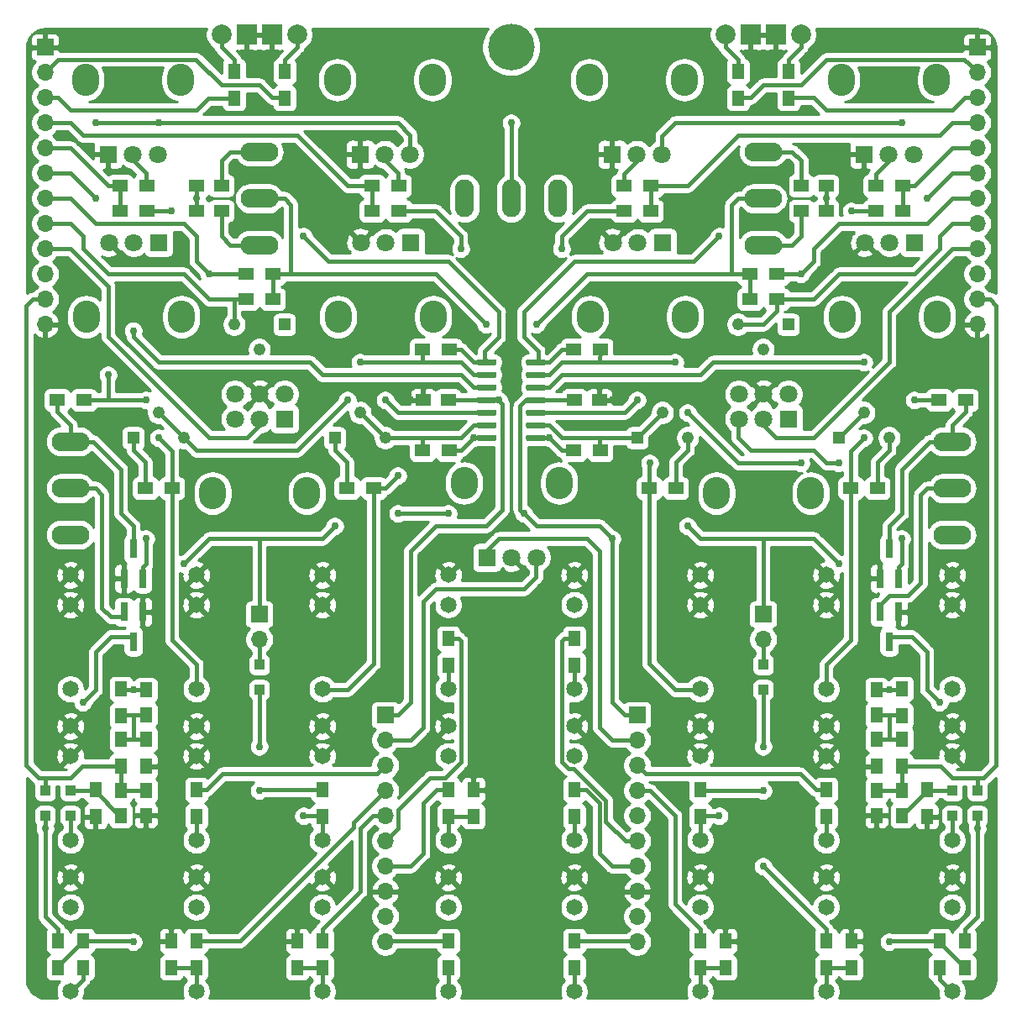
<source format=gbr>
G04 #@! TF.GenerationSoftware,KiCad,Pcbnew,(5.1.5)-3*
G04 #@! TF.CreationDate,2020-07-18T15:36:03-05:00*
G04 #@! TF.ProjectId,Miasma_IO_smd,4d696173-6d61-45f4-994f-5f736d642e6b,rev?*
G04 #@! TF.SameCoordinates,Original*
G04 #@! TF.FileFunction,Copper,L2,Bot*
G04 #@! TF.FilePolarity,Positive*
%FSLAX46Y46*%
G04 Gerber Fmt 4.6, Leading zero omitted, Abs format (unit mm)*
G04 Created by KiCad (PCBNEW (5.1.5)-3) date 2020-07-18 15:36:03*
%MOMM*%
%LPD*%
G04 APERTURE LIST*
%ADD10O,3.810000X1.905000*%
%ADD11O,1.905000X3.810000*%
%ADD12R,0.800000X1.900000*%
%ADD13R,1.222000X1.222000*%
%ADD14C,1.222000*%
%ADD15C,1.650000*%
%ADD16C,1.800000*%
%ADD17O,2.720000X3.240000*%
%ADD18R,1.800000X1.800000*%
%ADD19O,1.700000X1.700000*%
%ADD20R,1.700000X1.700000*%
%ADD21R,1.000000X1.000000*%
%ADD22C,0.100000*%
%ADD23R,2.000000X2.000000*%
%ADD24C,2.000000*%
%ADD25C,4.700000*%
%ADD26R,1.500000X1.300000*%
%ADD27R,1.300000X1.500000*%
%ADD28R,1.250000X1.500000*%
%ADD29R,1.500000X1.250000*%
%ADD30C,0.762000*%
%ADD31C,0.381000*%
%ADD32C,0.254000*%
G04 APERTURE END LIST*
D10*
X101600000Y-98170000D03*
X101600000Y-107569000D03*
X101600000Y-102870000D03*
X190500000Y-98170000D03*
X190500000Y-107569000D03*
X190500000Y-102870000D03*
X120650000Y-68960000D03*
X120650000Y-78359000D03*
X120650000Y-73660000D03*
X171450000Y-68960000D03*
X171450000Y-78359000D03*
X171450000Y-73660000D03*
D11*
X150750000Y-73660000D03*
X141351000Y-73660000D03*
X146050000Y-73660000D03*
D12*
X184150000Y-108990000D03*
X183200000Y-111990000D03*
X185100000Y-111990000D03*
X184150000Y-118340000D03*
X185100000Y-115340000D03*
X183200000Y-115340000D03*
X107950000Y-118340000D03*
X108900000Y-115340000D03*
X107000000Y-115340000D03*
X107950000Y-108990000D03*
X107000000Y-111990000D03*
X108900000Y-111990000D03*
D13*
X173990000Y-86360000D03*
D14*
X171450000Y-88900000D03*
X168910000Y-86360000D03*
D13*
X123190000Y-86360000D03*
D14*
X120650000Y-88900000D03*
X118110000Y-86360000D03*
D13*
X158750000Y-97790000D03*
D14*
X161290000Y-95250000D03*
X163830000Y-97790000D03*
D13*
X107950000Y-97790000D03*
D14*
X110490000Y-95250000D03*
X113030000Y-97790000D03*
D13*
X179070000Y-97790000D03*
D14*
X181610000Y-95250000D03*
X184150000Y-97790000D03*
D13*
X128270000Y-97790000D03*
D14*
X130810000Y-95250000D03*
X133350000Y-97790000D03*
D15*
X190500000Y-126850000D03*
X190500000Y-129850000D03*
X190500000Y-138350000D03*
X101600000Y-126850000D03*
X101600000Y-129850000D03*
X101600000Y-138350000D03*
X165100000Y-111610000D03*
X165100000Y-114610000D03*
X165100000Y-123110000D03*
X114300000Y-111610000D03*
X114300000Y-114610000D03*
X114300000Y-123110000D03*
X165100000Y-142090000D03*
X165100000Y-145090000D03*
X165100000Y-153590000D03*
X114300000Y-142090000D03*
X114300000Y-145090000D03*
X114300000Y-153590000D03*
X152400000Y-142090000D03*
X152400000Y-145090000D03*
X152400000Y-153590000D03*
X139700000Y-142090000D03*
X139700000Y-145090000D03*
X139700000Y-153590000D03*
X139700000Y-111610000D03*
X139700000Y-114610000D03*
X139700000Y-123110000D03*
X152400000Y-111610000D03*
X152400000Y-114610000D03*
X152400000Y-123110000D03*
X139700000Y-126850000D03*
X139700000Y-129850000D03*
X139700000Y-138350000D03*
X177800000Y-126850000D03*
X177800000Y-129850000D03*
X177800000Y-138350000D03*
X114300000Y-126850000D03*
X114300000Y-129850000D03*
X114300000Y-138350000D03*
X177800000Y-111610000D03*
X177800000Y-114610000D03*
X177800000Y-123110000D03*
X127000000Y-111610000D03*
X127000000Y-114610000D03*
X127000000Y-123110000D03*
X177800000Y-142090000D03*
X177800000Y-145090000D03*
X177800000Y-153590000D03*
X127000000Y-142090000D03*
X127000000Y-145090000D03*
X127000000Y-153590000D03*
X190500000Y-111610000D03*
X190500000Y-114610000D03*
X190500000Y-123110000D03*
X101600000Y-111610000D03*
X101600000Y-114610000D03*
X101600000Y-123110000D03*
X190500000Y-142090000D03*
X190500000Y-145090000D03*
X190500000Y-153590000D03*
X101600000Y-142090000D03*
X101600000Y-145090000D03*
X101600000Y-153590000D03*
X165100000Y-126850000D03*
X165100000Y-129850000D03*
X165100000Y-138350000D03*
X127000000Y-126850000D03*
X127000000Y-129850000D03*
X127000000Y-138350000D03*
X152400000Y-126850000D03*
X152400000Y-129850000D03*
X152400000Y-138350000D03*
D16*
X173990000Y-93385000D03*
X171490000Y-93385000D03*
X168990000Y-93385000D03*
D17*
X176240000Y-103385000D03*
X166740000Y-103385000D03*
D16*
X168990000Y-95885000D03*
X171490000Y-95885000D03*
D18*
X173990000Y-95885000D03*
D16*
X123190000Y-93385000D03*
X120690000Y-93385000D03*
X118190000Y-93385000D03*
D17*
X125440000Y-103385000D03*
X115940000Y-103385000D03*
D16*
X118190000Y-95885000D03*
X120690000Y-95885000D03*
D18*
X123190000Y-95885000D03*
D17*
X153910000Y-61715000D03*
X163510000Y-61715000D03*
D16*
X161210000Y-69215000D03*
X158710000Y-69215000D03*
D18*
X156210000Y-69215000D03*
D17*
X103110000Y-61715000D03*
X112710000Y-61715000D03*
D16*
X110410000Y-69215000D03*
X107910000Y-69215000D03*
D18*
X105410000Y-69215000D03*
D17*
X163590000Y-85605000D03*
X153990000Y-85605000D03*
D16*
X156290000Y-78105000D03*
X158790000Y-78105000D03*
D18*
X161290000Y-78105000D03*
D17*
X112790000Y-85605000D03*
X103190000Y-85605000D03*
D16*
X105490000Y-78105000D03*
X107990000Y-78105000D03*
D18*
X110490000Y-78105000D03*
D17*
X179310000Y-61715000D03*
X188910000Y-61715000D03*
D16*
X186610000Y-69215000D03*
X184110000Y-69215000D03*
D18*
X181610000Y-69215000D03*
D17*
X128510000Y-61715000D03*
X138110000Y-61715000D03*
D16*
X135810000Y-69215000D03*
X133310000Y-69215000D03*
D18*
X130810000Y-69215000D03*
D17*
X188990000Y-85605000D03*
X179390000Y-85605000D03*
D16*
X181690000Y-78105000D03*
X184190000Y-78105000D03*
D18*
X186690000Y-78105000D03*
D17*
X138190000Y-85605000D03*
X128590000Y-85605000D03*
D16*
X130890000Y-78105000D03*
X133390000Y-78105000D03*
D18*
X135890000Y-78105000D03*
D17*
X141290000Y-102355000D03*
X150890000Y-102355000D03*
D16*
X148590000Y-109855000D03*
X146090000Y-109855000D03*
D18*
X143590000Y-109855000D03*
D19*
X171450000Y-118110000D03*
D20*
X171450000Y-115570000D03*
D19*
X120650000Y-118110000D03*
D20*
X120650000Y-115570000D03*
D21*
X171450000Y-123170000D03*
X171450000Y-120670000D03*
X120650000Y-123170000D03*
X120650000Y-120670000D03*
G04 #@! TA.AperFunction,SMDPad,CuDef*
D22*
G36*
X149364703Y-97490722D02*
G01*
X149379264Y-97492882D01*
X149393543Y-97496459D01*
X149407403Y-97501418D01*
X149420710Y-97507712D01*
X149433336Y-97515280D01*
X149445159Y-97524048D01*
X149456066Y-97533934D01*
X149465952Y-97544841D01*
X149474720Y-97556664D01*
X149482288Y-97569290D01*
X149488582Y-97582597D01*
X149493541Y-97596457D01*
X149497118Y-97610736D01*
X149499278Y-97625297D01*
X149500000Y-97640000D01*
X149500000Y-97940000D01*
X149499278Y-97954703D01*
X149497118Y-97969264D01*
X149493541Y-97983543D01*
X149488582Y-97997403D01*
X149482288Y-98010710D01*
X149474720Y-98023336D01*
X149465952Y-98035159D01*
X149456066Y-98046066D01*
X149445159Y-98055952D01*
X149433336Y-98064720D01*
X149420710Y-98072288D01*
X149407403Y-98078582D01*
X149393543Y-98083541D01*
X149379264Y-98087118D01*
X149364703Y-98089278D01*
X149350000Y-98090000D01*
X147700000Y-98090000D01*
X147685297Y-98089278D01*
X147670736Y-98087118D01*
X147656457Y-98083541D01*
X147642597Y-98078582D01*
X147629290Y-98072288D01*
X147616664Y-98064720D01*
X147604841Y-98055952D01*
X147593934Y-98046066D01*
X147584048Y-98035159D01*
X147575280Y-98023336D01*
X147567712Y-98010710D01*
X147561418Y-97997403D01*
X147556459Y-97983543D01*
X147552882Y-97969264D01*
X147550722Y-97954703D01*
X147550000Y-97940000D01*
X147550000Y-97640000D01*
X147550722Y-97625297D01*
X147552882Y-97610736D01*
X147556459Y-97596457D01*
X147561418Y-97582597D01*
X147567712Y-97569290D01*
X147575280Y-97556664D01*
X147584048Y-97544841D01*
X147593934Y-97533934D01*
X147604841Y-97524048D01*
X147616664Y-97515280D01*
X147629290Y-97507712D01*
X147642597Y-97501418D01*
X147656457Y-97496459D01*
X147670736Y-97492882D01*
X147685297Y-97490722D01*
X147700000Y-97490000D01*
X149350000Y-97490000D01*
X149364703Y-97490722D01*
G37*
G04 #@! TD.AperFunction*
G04 #@! TA.AperFunction,SMDPad,CuDef*
G36*
X149364703Y-96220722D02*
G01*
X149379264Y-96222882D01*
X149393543Y-96226459D01*
X149407403Y-96231418D01*
X149420710Y-96237712D01*
X149433336Y-96245280D01*
X149445159Y-96254048D01*
X149456066Y-96263934D01*
X149465952Y-96274841D01*
X149474720Y-96286664D01*
X149482288Y-96299290D01*
X149488582Y-96312597D01*
X149493541Y-96326457D01*
X149497118Y-96340736D01*
X149499278Y-96355297D01*
X149500000Y-96370000D01*
X149500000Y-96670000D01*
X149499278Y-96684703D01*
X149497118Y-96699264D01*
X149493541Y-96713543D01*
X149488582Y-96727403D01*
X149482288Y-96740710D01*
X149474720Y-96753336D01*
X149465952Y-96765159D01*
X149456066Y-96776066D01*
X149445159Y-96785952D01*
X149433336Y-96794720D01*
X149420710Y-96802288D01*
X149407403Y-96808582D01*
X149393543Y-96813541D01*
X149379264Y-96817118D01*
X149364703Y-96819278D01*
X149350000Y-96820000D01*
X147700000Y-96820000D01*
X147685297Y-96819278D01*
X147670736Y-96817118D01*
X147656457Y-96813541D01*
X147642597Y-96808582D01*
X147629290Y-96802288D01*
X147616664Y-96794720D01*
X147604841Y-96785952D01*
X147593934Y-96776066D01*
X147584048Y-96765159D01*
X147575280Y-96753336D01*
X147567712Y-96740710D01*
X147561418Y-96727403D01*
X147556459Y-96713543D01*
X147552882Y-96699264D01*
X147550722Y-96684703D01*
X147550000Y-96670000D01*
X147550000Y-96370000D01*
X147550722Y-96355297D01*
X147552882Y-96340736D01*
X147556459Y-96326457D01*
X147561418Y-96312597D01*
X147567712Y-96299290D01*
X147575280Y-96286664D01*
X147584048Y-96274841D01*
X147593934Y-96263934D01*
X147604841Y-96254048D01*
X147616664Y-96245280D01*
X147629290Y-96237712D01*
X147642597Y-96231418D01*
X147656457Y-96226459D01*
X147670736Y-96222882D01*
X147685297Y-96220722D01*
X147700000Y-96220000D01*
X149350000Y-96220000D01*
X149364703Y-96220722D01*
G37*
G04 #@! TD.AperFunction*
G04 #@! TA.AperFunction,SMDPad,CuDef*
G36*
X149364703Y-94950722D02*
G01*
X149379264Y-94952882D01*
X149393543Y-94956459D01*
X149407403Y-94961418D01*
X149420710Y-94967712D01*
X149433336Y-94975280D01*
X149445159Y-94984048D01*
X149456066Y-94993934D01*
X149465952Y-95004841D01*
X149474720Y-95016664D01*
X149482288Y-95029290D01*
X149488582Y-95042597D01*
X149493541Y-95056457D01*
X149497118Y-95070736D01*
X149499278Y-95085297D01*
X149500000Y-95100000D01*
X149500000Y-95400000D01*
X149499278Y-95414703D01*
X149497118Y-95429264D01*
X149493541Y-95443543D01*
X149488582Y-95457403D01*
X149482288Y-95470710D01*
X149474720Y-95483336D01*
X149465952Y-95495159D01*
X149456066Y-95506066D01*
X149445159Y-95515952D01*
X149433336Y-95524720D01*
X149420710Y-95532288D01*
X149407403Y-95538582D01*
X149393543Y-95543541D01*
X149379264Y-95547118D01*
X149364703Y-95549278D01*
X149350000Y-95550000D01*
X147700000Y-95550000D01*
X147685297Y-95549278D01*
X147670736Y-95547118D01*
X147656457Y-95543541D01*
X147642597Y-95538582D01*
X147629290Y-95532288D01*
X147616664Y-95524720D01*
X147604841Y-95515952D01*
X147593934Y-95506066D01*
X147584048Y-95495159D01*
X147575280Y-95483336D01*
X147567712Y-95470710D01*
X147561418Y-95457403D01*
X147556459Y-95443543D01*
X147552882Y-95429264D01*
X147550722Y-95414703D01*
X147550000Y-95400000D01*
X147550000Y-95100000D01*
X147550722Y-95085297D01*
X147552882Y-95070736D01*
X147556459Y-95056457D01*
X147561418Y-95042597D01*
X147567712Y-95029290D01*
X147575280Y-95016664D01*
X147584048Y-95004841D01*
X147593934Y-94993934D01*
X147604841Y-94984048D01*
X147616664Y-94975280D01*
X147629290Y-94967712D01*
X147642597Y-94961418D01*
X147656457Y-94956459D01*
X147670736Y-94952882D01*
X147685297Y-94950722D01*
X147700000Y-94950000D01*
X149350000Y-94950000D01*
X149364703Y-94950722D01*
G37*
G04 #@! TD.AperFunction*
G04 #@! TA.AperFunction,SMDPad,CuDef*
G36*
X149364703Y-93680722D02*
G01*
X149379264Y-93682882D01*
X149393543Y-93686459D01*
X149407403Y-93691418D01*
X149420710Y-93697712D01*
X149433336Y-93705280D01*
X149445159Y-93714048D01*
X149456066Y-93723934D01*
X149465952Y-93734841D01*
X149474720Y-93746664D01*
X149482288Y-93759290D01*
X149488582Y-93772597D01*
X149493541Y-93786457D01*
X149497118Y-93800736D01*
X149499278Y-93815297D01*
X149500000Y-93830000D01*
X149500000Y-94130000D01*
X149499278Y-94144703D01*
X149497118Y-94159264D01*
X149493541Y-94173543D01*
X149488582Y-94187403D01*
X149482288Y-94200710D01*
X149474720Y-94213336D01*
X149465952Y-94225159D01*
X149456066Y-94236066D01*
X149445159Y-94245952D01*
X149433336Y-94254720D01*
X149420710Y-94262288D01*
X149407403Y-94268582D01*
X149393543Y-94273541D01*
X149379264Y-94277118D01*
X149364703Y-94279278D01*
X149350000Y-94280000D01*
X147700000Y-94280000D01*
X147685297Y-94279278D01*
X147670736Y-94277118D01*
X147656457Y-94273541D01*
X147642597Y-94268582D01*
X147629290Y-94262288D01*
X147616664Y-94254720D01*
X147604841Y-94245952D01*
X147593934Y-94236066D01*
X147584048Y-94225159D01*
X147575280Y-94213336D01*
X147567712Y-94200710D01*
X147561418Y-94187403D01*
X147556459Y-94173543D01*
X147552882Y-94159264D01*
X147550722Y-94144703D01*
X147550000Y-94130000D01*
X147550000Y-93830000D01*
X147550722Y-93815297D01*
X147552882Y-93800736D01*
X147556459Y-93786457D01*
X147561418Y-93772597D01*
X147567712Y-93759290D01*
X147575280Y-93746664D01*
X147584048Y-93734841D01*
X147593934Y-93723934D01*
X147604841Y-93714048D01*
X147616664Y-93705280D01*
X147629290Y-93697712D01*
X147642597Y-93691418D01*
X147656457Y-93686459D01*
X147670736Y-93682882D01*
X147685297Y-93680722D01*
X147700000Y-93680000D01*
X149350000Y-93680000D01*
X149364703Y-93680722D01*
G37*
G04 #@! TD.AperFunction*
G04 #@! TA.AperFunction,SMDPad,CuDef*
G36*
X149364703Y-92410722D02*
G01*
X149379264Y-92412882D01*
X149393543Y-92416459D01*
X149407403Y-92421418D01*
X149420710Y-92427712D01*
X149433336Y-92435280D01*
X149445159Y-92444048D01*
X149456066Y-92453934D01*
X149465952Y-92464841D01*
X149474720Y-92476664D01*
X149482288Y-92489290D01*
X149488582Y-92502597D01*
X149493541Y-92516457D01*
X149497118Y-92530736D01*
X149499278Y-92545297D01*
X149500000Y-92560000D01*
X149500000Y-92860000D01*
X149499278Y-92874703D01*
X149497118Y-92889264D01*
X149493541Y-92903543D01*
X149488582Y-92917403D01*
X149482288Y-92930710D01*
X149474720Y-92943336D01*
X149465952Y-92955159D01*
X149456066Y-92966066D01*
X149445159Y-92975952D01*
X149433336Y-92984720D01*
X149420710Y-92992288D01*
X149407403Y-92998582D01*
X149393543Y-93003541D01*
X149379264Y-93007118D01*
X149364703Y-93009278D01*
X149350000Y-93010000D01*
X147700000Y-93010000D01*
X147685297Y-93009278D01*
X147670736Y-93007118D01*
X147656457Y-93003541D01*
X147642597Y-92998582D01*
X147629290Y-92992288D01*
X147616664Y-92984720D01*
X147604841Y-92975952D01*
X147593934Y-92966066D01*
X147584048Y-92955159D01*
X147575280Y-92943336D01*
X147567712Y-92930710D01*
X147561418Y-92917403D01*
X147556459Y-92903543D01*
X147552882Y-92889264D01*
X147550722Y-92874703D01*
X147550000Y-92860000D01*
X147550000Y-92560000D01*
X147550722Y-92545297D01*
X147552882Y-92530736D01*
X147556459Y-92516457D01*
X147561418Y-92502597D01*
X147567712Y-92489290D01*
X147575280Y-92476664D01*
X147584048Y-92464841D01*
X147593934Y-92453934D01*
X147604841Y-92444048D01*
X147616664Y-92435280D01*
X147629290Y-92427712D01*
X147642597Y-92421418D01*
X147656457Y-92416459D01*
X147670736Y-92412882D01*
X147685297Y-92410722D01*
X147700000Y-92410000D01*
X149350000Y-92410000D01*
X149364703Y-92410722D01*
G37*
G04 #@! TD.AperFunction*
G04 #@! TA.AperFunction,SMDPad,CuDef*
G36*
X149364703Y-91140722D02*
G01*
X149379264Y-91142882D01*
X149393543Y-91146459D01*
X149407403Y-91151418D01*
X149420710Y-91157712D01*
X149433336Y-91165280D01*
X149445159Y-91174048D01*
X149456066Y-91183934D01*
X149465952Y-91194841D01*
X149474720Y-91206664D01*
X149482288Y-91219290D01*
X149488582Y-91232597D01*
X149493541Y-91246457D01*
X149497118Y-91260736D01*
X149499278Y-91275297D01*
X149500000Y-91290000D01*
X149500000Y-91590000D01*
X149499278Y-91604703D01*
X149497118Y-91619264D01*
X149493541Y-91633543D01*
X149488582Y-91647403D01*
X149482288Y-91660710D01*
X149474720Y-91673336D01*
X149465952Y-91685159D01*
X149456066Y-91696066D01*
X149445159Y-91705952D01*
X149433336Y-91714720D01*
X149420710Y-91722288D01*
X149407403Y-91728582D01*
X149393543Y-91733541D01*
X149379264Y-91737118D01*
X149364703Y-91739278D01*
X149350000Y-91740000D01*
X147700000Y-91740000D01*
X147685297Y-91739278D01*
X147670736Y-91737118D01*
X147656457Y-91733541D01*
X147642597Y-91728582D01*
X147629290Y-91722288D01*
X147616664Y-91714720D01*
X147604841Y-91705952D01*
X147593934Y-91696066D01*
X147584048Y-91685159D01*
X147575280Y-91673336D01*
X147567712Y-91660710D01*
X147561418Y-91647403D01*
X147556459Y-91633543D01*
X147552882Y-91619264D01*
X147550722Y-91604703D01*
X147550000Y-91590000D01*
X147550000Y-91290000D01*
X147550722Y-91275297D01*
X147552882Y-91260736D01*
X147556459Y-91246457D01*
X147561418Y-91232597D01*
X147567712Y-91219290D01*
X147575280Y-91206664D01*
X147584048Y-91194841D01*
X147593934Y-91183934D01*
X147604841Y-91174048D01*
X147616664Y-91165280D01*
X147629290Y-91157712D01*
X147642597Y-91151418D01*
X147656457Y-91146459D01*
X147670736Y-91142882D01*
X147685297Y-91140722D01*
X147700000Y-91140000D01*
X149350000Y-91140000D01*
X149364703Y-91140722D01*
G37*
G04 #@! TD.AperFunction*
G04 #@! TA.AperFunction,SMDPad,CuDef*
G36*
X149364703Y-89870722D02*
G01*
X149379264Y-89872882D01*
X149393543Y-89876459D01*
X149407403Y-89881418D01*
X149420710Y-89887712D01*
X149433336Y-89895280D01*
X149445159Y-89904048D01*
X149456066Y-89913934D01*
X149465952Y-89924841D01*
X149474720Y-89936664D01*
X149482288Y-89949290D01*
X149488582Y-89962597D01*
X149493541Y-89976457D01*
X149497118Y-89990736D01*
X149499278Y-90005297D01*
X149500000Y-90020000D01*
X149500000Y-90320000D01*
X149499278Y-90334703D01*
X149497118Y-90349264D01*
X149493541Y-90363543D01*
X149488582Y-90377403D01*
X149482288Y-90390710D01*
X149474720Y-90403336D01*
X149465952Y-90415159D01*
X149456066Y-90426066D01*
X149445159Y-90435952D01*
X149433336Y-90444720D01*
X149420710Y-90452288D01*
X149407403Y-90458582D01*
X149393543Y-90463541D01*
X149379264Y-90467118D01*
X149364703Y-90469278D01*
X149350000Y-90470000D01*
X147700000Y-90470000D01*
X147685297Y-90469278D01*
X147670736Y-90467118D01*
X147656457Y-90463541D01*
X147642597Y-90458582D01*
X147629290Y-90452288D01*
X147616664Y-90444720D01*
X147604841Y-90435952D01*
X147593934Y-90426066D01*
X147584048Y-90415159D01*
X147575280Y-90403336D01*
X147567712Y-90390710D01*
X147561418Y-90377403D01*
X147556459Y-90363543D01*
X147552882Y-90349264D01*
X147550722Y-90334703D01*
X147550000Y-90320000D01*
X147550000Y-90020000D01*
X147550722Y-90005297D01*
X147552882Y-89990736D01*
X147556459Y-89976457D01*
X147561418Y-89962597D01*
X147567712Y-89949290D01*
X147575280Y-89936664D01*
X147584048Y-89924841D01*
X147593934Y-89913934D01*
X147604841Y-89904048D01*
X147616664Y-89895280D01*
X147629290Y-89887712D01*
X147642597Y-89881418D01*
X147656457Y-89876459D01*
X147670736Y-89872882D01*
X147685297Y-89870722D01*
X147700000Y-89870000D01*
X149350000Y-89870000D01*
X149364703Y-89870722D01*
G37*
G04 #@! TD.AperFunction*
G04 #@! TA.AperFunction,SMDPad,CuDef*
G36*
X144414703Y-89870722D02*
G01*
X144429264Y-89872882D01*
X144443543Y-89876459D01*
X144457403Y-89881418D01*
X144470710Y-89887712D01*
X144483336Y-89895280D01*
X144495159Y-89904048D01*
X144506066Y-89913934D01*
X144515952Y-89924841D01*
X144524720Y-89936664D01*
X144532288Y-89949290D01*
X144538582Y-89962597D01*
X144543541Y-89976457D01*
X144547118Y-89990736D01*
X144549278Y-90005297D01*
X144550000Y-90020000D01*
X144550000Y-90320000D01*
X144549278Y-90334703D01*
X144547118Y-90349264D01*
X144543541Y-90363543D01*
X144538582Y-90377403D01*
X144532288Y-90390710D01*
X144524720Y-90403336D01*
X144515952Y-90415159D01*
X144506066Y-90426066D01*
X144495159Y-90435952D01*
X144483336Y-90444720D01*
X144470710Y-90452288D01*
X144457403Y-90458582D01*
X144443543Y-90463541D01*
X144429264Y-90467118D01*
X144414703Y-90469278D01*
X144400000Y-90470000D01*
X142750000Y-90470000D01*
X142735297Y-90469278D01*
X142720736Y-90467118D01*
X142706457Y-90463541D01*
X142692597Y-90458582D01*
X142679290Y-90452288D01*
X142666664Y-90444720D01*
X142654841Y-90435952D01*
X142643934Y-90426066D01*
X142634048Y-90415159D01*
X142625280Y-90403336D01*
X142617712Y-90390710D01*
X142611418Y-90377403D01*
X142606459Y-90363543D01*
X142602882Y-90349264D01*
X142600722Y-90334703D01*
X142600000Y-90320000D01*
X142600000Y-90020000D01*
X142600722Y-90005297D01*
X142602882Y-89990736D01*
X142606459Y-89976457D01*
X142611418Y-89962597D01*
X142617712Y-89949290D01*
X142625280Y-89936664D01*
X142634048Y-89924841D01*
X142643934Y-89913934D01*
X142654841Y-89904048D01*
X142666664Y-89895280D01*
X142679290Y-89887712D01*
X142692597Y-89881418D01*
X142706457Y-89876459D01*
X142720736Y-89872882D01*
X142735297Y-89870722D01*
X142750000Y-89870000D01*
X144400000Y-89870000D01*
X144414703Y-89870722D01*
G37*
G04 #@! TD.AperFunction*
G04 #@! TA.AperFunction,SMDPad,CuDef*
G36*
X144414703Y-91140722D02*
G01*
X144429264Y-91142882D01*
X144443543Y-91146459D01*
X144457403Y-91151418D01*
X144470710Y-91157712D01*
X144483336Y-91165280D01*
X144495159Y-91174048D01*
X144506066Y-91183934D01*
X144515952Y-91194841D01*
X144524720Y-91206664D01*
X144532288Y-91219290D01*
X144538582Y-91232597D01*
X144543541Y-91246457D01*
X144547118Y-91260736D01*
X144549278Y-91275297D01*
X144550000Y-91290000D01*
X144550000Y-91590000D01*
X144549278Y-91604703D01*
X144547118Y-91619264D01*
X144543541Y-91633543D01*
X144538582Y-91647403D01*
X144532288Y-91660710D01*
X144524720Y-91673336D01*
X144515952Y-91685159D01*
X144506066Y-91696066D01*
X144495159Y-91705952D01*
X144483336Y-91714720D01*
X144470710Y-91722288D01*
X144457403Y-91728582D01*
X144443543Y-91733541D01*
X144429264Y-91737118D01*
X144414703Y-91739278D01*
X144400000Y-91740000D01*
X142750000Y-91740000D01*
X142735297Y-91739278D01*
X142720736Y-91737118D01*
X142706457Y-91733541D01*
X142692597Y-91728582D01*
X142679290Y-91722288D01*
X142666664Y-91714720D01*
X142654841Y-91705952D01*
X142643934Y-91696066D01*
X142634048Y-91685159D01*
X142625280Y-91673336D01*
X142617712Y-91660710D01*
X142611418Y-91647403D01*
X142606459Y-91633543D01*
X142602882Y-91619264D01*
X142600722Y-91604703D01*
X142600000Y-91590000D01*
X142600000Y-91290000D01*
X142600722Y-91275297D01*
X142602882Y-91260736D01*
X142606459Y-91246457D01*
X142611418Y-91232597D01*
X142617712Y-91219290D01*
X142625280Y-91206664D01*
X142634048Y-91194841D01*
X142643934Y-91183934D01*
X142654841Y-91174048D01*
X142666664Y-91165280D01*
X142679290Y-91157712D01*
X142692597Y-91151418D01*
X142706457Y-91146459D01*
X142720736Y-91142882D01*
X142735297Y-91140722D01*
X142750000Y-91140000D01*
X144400000Y-91140000D01*
X144414703Y-91140722D01*
G37*
G04 #@! TD.AperFunction*
G04 #@! TA.AperFunction,SMDPad,CuDef*
G36*
X144414703Y-92410722D02*
G01*
X144429264Y-92412882D01*
X144443543Y-92416459D01*
X144457403Y-92421418D01*
X144470710Y-92427712D01*
X144483336Y-92435280D01*
X144495159Y-92444048D01*
X144506066Y-92453934D01*
X144515952Y-92464841D01*
X144524720Y-92476664D01*
X144532288Y-92489290D01*
X144538582Y-92502597D01*
X144543541Y-92516457D01*
X144547118Y-92530736D01*
X144549278Y-92545297D01*
X144550000Y-92560000D01*
X144550000Y-92860000D01*
X144549278Y-92874703D01*
X144547118Y-92889264D01*
X144543541Y-92903543D01*
X144538582Y-92917403D01*
X144532288Y-92930710D01*
X144524720Y-92943336D01*
X144515952Y-92955159D01*
X144506066Y-92966066D01*
X144495159Y-92975952D01*
X144483336Y-92984720D01*
X144470710Y-92992288D01*
X144457403Y-92998582D01*
X144443543Y-93003541D01*
X144429264Y-93007118D01*
X144414703Y-93009278D01*
X144400000Y-93010000D01*
X142750000Y-93010000D01*
X142735297Y-93009278D01*
X142720736Y-93007118D01*
X142706457Y-93003541D01*
X142692597Y-92998582D01*
X142679290Y-92992288D01*
X142666664Y-92984720D01*
X142654841Y-92975952D01*
X142643934Y-92966066D01*
X142634048Y-92955159D01*
X142625280Y-92943336D01*
X142617712Y-92930710D01*
X142611418Y-92917403D01*
X142606459Y-92903543D01*
X142602882Y-92889264D01*
X142600722Y-92874703D01*
X142600000Y-92860000D01*
X142600000Y-92560000D01*
X142600722Y-92545297D01*
X142602882Y-92530736D01*
X142606459Y-92516457D01*
X142611418Y-92502597D01*
X142617712Y-92489290D01*
X142625280Y-92476664D01*
X142634048Y-92464841D01*
X142643934Y-92453934D01*
X142654841Y-92444048D01*
X142666664Y-92435280D01*
X142679290Y-92427712D01*
X142692597Y-92421418D01*
X142706457Y-92416459D01*
X142720736Y-92412882D01*
X142735297Y-92410722D01*
X142750000Y-92410000D01*
X144400000Y-92410000D01*
X144414703Y-92410722D01*
G37*
G04 #@! TD.AperFunction*
G04 #@! TA.AperFunction,SMDPad,CuDef*
G36*
X144414703Y-93680722D02*
G01*
X144429264Y-93682882D01*
X144443543Y-93686459D01*
X144457403Y-93691418D01*
X144470710Y-93697712D01*
X144483336Y-93705280D01*
X144495159Y-93714048D01*
X144506066Y-93723934D01*
X144515952Y-93734841D01*
X144524720Y-93746664D01*
X144532288Y-93759290D01*
X144538582Y-93772597D01*
X144543541Y-93786457D01*
X144547118Y-93800736D01*
X144549278Y-93815297D01*
X144550000Y-93830000D01*
X144550000Y-94130000D01*
X144549278Y-94144703D01*
X144547118Y-94159264D01*
X144543541Y-94173543D01*
X144538582Y-94187403D01*
X144532288Y-94200710D01*
X144524720Y-94213336D01*
X144515952Y-94225159D01*
X144506066Y-94236066D01*
X144495159Y-94245952D01*
X144483336Y-94254720D01*
X144470710Y-94262288D01*
X144457403Y-94268582D01*
X144443543Y-94273541D01*
X144429264Y-94277118D01*
X144414703Y-94279278D01*
X144400000Y-94280000D01*
X142750000Y-94280000D01*
X142735297Y-94279278D01*
X142720736Y-94277118D01*
X142706457Y-94273541D01*
X142692597Y-94268582D01*
X142679290Y-94262288D01*
X142666664Y-94254720D01*
X142654841Y-94245952D01*
X142643934Y-94236066D01*
X142634048Y-94225159D01*
X142625280Y-94213336D01*
X142617712Y-94200710D01*
X142611418Y-94187403D01*
X142606459Y-94173543D01*
X142602882Y-94159264D01*
X142600722Y-94144703D01*
X142600000Y-94130000D01*
X142600000Y-93830000D01*
X142600722Y-93815297D01*
X142602882Y-93800736D01*
X142606459Y-93786457D01*
X142611418Y-93772597D01*
X142617712Y-93759290D01*
X142625280Y-93746664D01*
X142634048Y-93734841D01*
X142643934Y-93723934D01*
X142654841Y-93714048D01*
X142666664Y-93705280D01*
X142679290Y-93697712D01*
X142692597Y-93691418D01*
X142706457Y-93686459D01*
X142720736Y-93682882D01*
X142735297Y-93680722D01*
X142750000Y-93680000D01*
X144400000Y-93680000D01*
X144414703Y-93680722D01*
G37*
G04 #@! TD.AperFunction*
G04 #@! TA.AperFunction,SMDPad,CuDef*
G36*
X144414703Y-94950722D02*
G01*
X144429264Y-94952882D01*
X144443543Y-94956459D01*
X144457403Y-94961418D01*
X144470710Y-94967712D01*
X144483336Y-94975280D01*
X144495159Y-94984048D01*
X144506066Y-94993934D01*
X144515952Y-95004841D01*
X144524720Y-95016664D01*
X144532288Y-95029290D01*
X144538582Y-95042597D01*
X144543541Y-95056457D01*
X144547118Y-95070736D01*
X144549278Y-95085297D01*
X144550000Y-95100000D01*
X144550000Y-95400000D01*
X144549278Y-95414703D01*
X144547118Y-95429264D01*
X144543541Y-95443543D01*
X144538582Y-95457403D01*
X144532288Y-95470710D01*
X144524720Y-95483336D01*
X144515952Y-95495159D01*
X144506066Y-95506066D01*
X144495159Y-95515952D01*
X144483336Y-95524720D01*
X144470710Y-95532288D01*
X144457403Y-95538582D01*
X144443543Y-95543541D01*
X144429264Y-95547118D01*
X144414703Y-95549278D01*
X144400000Y-95550000D01*
X142750000Y-95550000D01*
X142735297Y-95549278D01*
X142720736Y-95547118D01*
X142706457Y-95543541D01*
X142692597Y-95538582D01*
X142679290Y-95532288D01*
X142666664Y-95524720D01*
X142654841Y-95515952D01*
X142643934Y-95506066D01*
X142634048Y-95495159D01*
X142625280Y-95483336D01*
X142617712Y-95470710D01*
X142611418Y-95457403D01*
X142606459Y-95443543D01*
X142602882Y-95429264D01*
X142600722Y-95414703D01*
X142600000Y-95400000D01*
X142600000Y-95100000D01*
X142600722Y-95085297D01*
X142602882Y-95070736D01*
X142606459Y-95056457D01*
X142611418Y-95042597D01*
X142617712Y-95029290D01*
X142625280Y-95016664D01*
X142634048Y-95004841D01*
X142643934Y-94993934D01*
X142654841Y-94984048D01*
X142666664Y-94975280D01*
X142679290Y-94967712D01*
X142692597Y-94961418D01*
X142706457Y-94956459D01*
X142720736Y-94952882D01*
X142735297Y-94950722D01*
X142750000Y-94950000D01*
X144400000Y-94950000D01*
X144414703Y-94950722D01*
G37*
G04 #@! TD.AperFunction*
G04 #@! TA.AperFunction,SMDPad,CuDef*
G36*
X144414703Y-96220722D02*
G01*
X144429264Y-96222882D01*
X144443543Y-96226459D01*
X144457403Y-96231418D01*
X144470710Y-96237712D01*
X144483336Y-96245280D01*
X144495159Y-96254048D01*
X144506066Y-96263934D01*
X144515952Y-96274841D01*
X144524720Y-96286664D01*
X144532288Y-96299290D01*
X144538582Y-96312597D01*
X144543541Y-96326457D01*
X144547118Y-96340736D01*
X144549278Y-96355297D01*
X144550000Y-96370000D01*
X144550000Y-96670000D01*
X144549278Y-96684703D01*
X144547118Y-96699264D01*
X144543541Y-96713543D01*
X144538582Y-96727403D01*
X144532288Y-96740710D01*
X144524720Y-96753336D01*
X144515952Y-96765159D01*
X144506066Y-96776066D01*
X144495159Y-96785952D01*
X144483336Y-96794720D01*
X144470710Y-96802288D01*
X144457403Y-96808582D01*
X144443543Y-96813541D01*
X144429264Y-96817118D01*
X144414703Y-96819278D01*
X144400000Y-96820000D01*
X142750000Y-96820000D01*
X142735297Y-96819278D01*
X142720736Y-96817118D01*
X142706457Y-96813541D01*
X142692597Y-96808582D01*
X142679290Y-96802288D01*
X142666664Y-96794720D01*
X142654841Y-96785952D01*
X142643934Y-96776066D01*
X142634048Y-96765159D01*
X142625280Y-96753336D01*
X142617712Y-96740710D01*
X142611418Y-96727403D01*
X142606459Y-96713543D01*
X142602882Y-96699264D01*
X142600722Y-96684703D01*
X142600000Y-96670000D01*
X142600000Y-96370000D01*
X142600722Y-96355297D01*
X142602882Y-96340736D01*
X142606459Y-96326457D01*
X142611418Y-96312597D01*
X142617712Y-96299290D01*
X142625280Y-96286664D01*
X142634048Y-96274841D01*
X142643934Y-96263934D01*
X142654841Y-96254048D01*
X142666664Y-96245280D01*
X142679290Y-96237712D01*
X142692597Y-96231418D01*
X142706457Y-96226459D01*
X142720736Y-96222882D01*
X142735297Y-96220722D01*
X142750000Y-96220000D01*
X144400000Y-96220000D01*
X144414703Y-96220722D01*
G37*
G04 #@! TD.AperFunction*
G04 #@! TA.AperFunction,SMDPad,CuDef*
G36*
X144414703Y-97490722D02*
G01*
X144429264Y-97492882D01*
X144443543Y-97496459D01*
X144457403Y-97501418D01*
X144470710Y-97507712D01*
X144483336Y-97515280D01*
X144495159Y-97524048D01*
X144506066Y-97533934D01*
X144515952Y-97544841D01*
X144524720Y-97556664D01*
X144532288Y-97569290D01*
X144538582Y-97582597D01*
X144543541Y-97596457D01*
X144547118Y-97610736D01*
X144549278Y-97625297D01*
X144550000Y-97640000D01*
X144550000Y-97940000D01*
X144549278Y-97954703D01*
X144547118Y-97969264D01*
X144543541Y-97983543D01*
X144538582Y-97997403D01*
X144532288Y-98010710D01*
X144524720Y-98023336D01*
X144515952Y-98035159D01*
X144506066Y-98046066D01*
X144495159Y-98055952D01*
X144483336Y-98064720D01*
X144470710Y-98072288D01*
X144457403Y-98078582D01*
X144443543Y-98083541D01*
X144429264Y-98087118D01*
X144414703Y-98089278D01*
X144400000Y-98090000D01*
X142750000Y-98090000D01*
X142735297Y-98089278D01*
X142720736Y-98087118D01*
X142706457Y-98083541D01*
X142692597Y-98078582D01*
X142679290Y-98072288D01*
X142666664Y-98064720D01*
X142654841Y-98055952D01*
X142643934Y-98046066D01*
X142634048Y-98035159D01*
X142625280Y-98023336D01*
X142617712Y-98010710D01*
X142611418Y-97997403D01*
X142606459Y-97983543D01*
X142602882Y-97969264D01*
X142600722Y-97954703D01*
X142600000Y-97940000D01*
X142600000Y-97640000D01*
X142600722Y-97625297D01*
X142602882Y-97610736D01*
X142606459Y-97596457D01*
X142611418Y-97582597D01*
X142617712Y-97569290D01*
X142625280Y-97556664D01*
X142634048Y-97544841D01*
X142643934Y-97533934D01*
X142654841Y-97524048D01*
X142666664Y-97515280D01*
X142679290Y-97507712D01*
X142692597Y-97501418D01*
X142706457Y-97496459D01*
X142720736Y-97492882D01*
X142735297Y-97490722D01*
X142750000Y-97490000D01*
X144400000Y-97490000D01*
X144414703Y-97490722D01*
G37*
G04 #@! TD.AperFunction*
D19*
X193040000Y-86360000D03*
X193040000Y-83820000D03*
X193040000Y-81280000D03*
X193040000Y-78740000D03*
X193040000Y-76200000D03*
X193040000Y-73660000D03*
X193040000Y-71120000D03*
X193040000Y-68580000D03*
X193040000Y-66040000D03*
X193040000Y-63500000D03*
X193040000Y-60960000D03*
D20*
X193040000Y-58420000D03*
D19*
X158750000Y-148590000D03*
X158750000Y-146050000D03*
X158750000Y-143510000D03*
X158750000Y-140970000D03*
X158750000Y-138430000D03*
X158750000Y-135890000D03*
X158750000Y-133350000D03*
X158750000Y-130810000D03*
X158750000Y-128270000D03*
D20*
X158750000Y-125730000D03*
D19*
X133350000Y-148590000D03*
X133350000Y-146050000D03*
X133350000Y-143510000D03*
X133350000Y-140970000D03*
X133350000Y-138430000D03*
X133350000Y-135890000D03*
X133350000Y-133350000D03*
X133350000Y-130810000D03*
X133350000Y-128270000D03*
D20*
X133350000Y-125730000D03*
D19*
X99060000Y-86360000D03*
X99060000Y-83820000D03*
X99060000Y-81280000D03*
X99060000Y-78740000D03*
X99060000Y-76200000D03*
X99060000Y-73660000D03*
X99060000Y-71120000D03*
X99060000Y-68580000D03*
X99060000Y-66040000D03*
X99060000Y-63500000D03*
X99060000Y-60960000D03*
D20*
X99060000Y-58420000D03*
D21*
X193040000Y-135870000D03*
X193040000Y-133370000D03*
X190500000Y-135870000D03*
X190500000Y-133370000D03*
X101600000Y-135870000D03*
X101600000Y-133370000D03*
X99060000Y-135870000D03*
X99060000Y-133370000D03*
D23*
X121920000Y-57150000D03*
D24*
X124460000Y-57150000D03*
D23*
X172720000Y-57150000D03*
D24*
X175260000Y-57150000D03*
D23*
X119380000Y-57150000D03*
D24*
X116840000Y-57150000D03*
D23*
X170180000Y-57150000D03*
D24*
X167640000Y-57150000D03*
D25*
X146050000Y-58420000D03*
D26*
X189150000Y-93980000D03*
X191850000Y-93980000D03*
D27*
X165100000Y-133270000D03*
X165100000Y-135970000D03*
X191770000Y-151210000D03*
X191770000Y-148510000D03*
X187960000Y-133270000D03*
X187960000Y-135970000D03*
D26*
X172800000Y-81280000D03*
X170100000Y-81280000D03*
X182800000Y-74930000D03*
X185500000Y-74930000D03*
X172800000Y-83820000D03*
X170100000Y-83820000D03*
X152320000Y-88900000D03*
X155020000Y-88900000D03*
X182800000Y-72390000D03*
X185500000Y-72390000D03*
D27*
X177800000Y-133270000D03*
X177800000Y-135970000D03*
D26*
X182960000Y-102870000D03*
X180260000Y-102870000D03*
D27*
X173990000Y-63580000D03*
X173990000Y-60880000D03*
X168910000Y-63580000D03*
X168910000Y-60880000D03*
D26*
X157400000Y-74930000D03*
X160100000Y-74930000D03*
D27*
X177800000Y-148510000D03*
X177800000Y-151210000D03*
X165100000Y-148510000D03*
X165100000Y-151210000D03*
X189230000Y-151210000D03*
X189230000Y-148510000D03*
D26*
X152320000Y-99060000D03*
X155020000Y-99060000D03*
X157400000Y-72390000D03*
X160100000Y-72390000D03*
X162640000Y-102870000D03*
X159940000Y-102870000D03*
D27*
X185420000Y-130890000D03*
X185420000Y-128190000D03*
X182880000Y-130890000D03*
X182880000Y-128190000D03*
X152400000Y-151210000D03*
X152400000Y-148510000D03*
X152400000Y-133270000D03*
X152400000Y-135970000D03*
X152400000Y-118030000D03*
X152400000Y-120730000D03*
X185420000Y-125810000D03*
X185420000Y-123110000D03*
X106680000Y-125810000D03*
X106680000Y-123110000D03*
X109220000Y-130890000D03*
X109220000Y-128190000D03*
X106680000Y-130890000D03*
X106680000Y-128190000D03*
X139700000Y-151210000D03*
X139700000Y-148510000D03*
X139700000Y-133270000D03*
X139700000Y-135970000D03*
X139700000Y-118030000D03*
X139700000Y-120730000D03*
D26*
X134700000Y-74930000D03*
X132000000Y-74930000D03*
X139780000Y-99060000D03*
X137080000Y-99060000D03*
D27*
X118110000Y-63580000D03*
X118110000Y-60880000D03*
X123190000Y-63580000D03*
X123190000Y-60880000D03*
D26*
X134700000Y-72390000D03*
X132000000Y-72390000D03*
D27*
X127000000Y-148510000D03*
X127000000Y-151210000D03*
X114300000Y-151210000D03*
X114300000Y-148510000D03*
X102870000Y-151210000D03*
X102870000Y-148510000D03*
D26*
X129460000Y-102870000D03*
X132160000Y-102870000D03*
X109300000Y-74930000D03*
X106600000Y-74930000D03*
D27*
X114300000Y-133270000D03*
X114300000Y-135970000D03*
D26*
X139780000Y-88900000D03*
X137080000Y-88900000D03*
X119300000Y-81280000D03*
X122000000Y-81280000D03*
X109300000Y-72390000D03*
X106600000Y-72390000D03*
X109140000Y-102870000D03*
X111840000Y-102870000D03*
X119300000Y-83820000D03*
X122000000Y-83820000D03*
D27*
X104140000Y-133270000D03*
X104140000Y-135970000D03*
X100330000Y-151210000D03*
X100330000Y-148510000D03*
X127000000Y-133270000D03*
X127000000Y-135970000D03*
D26*
X102950000Y-93980000D03*
X100250000Y-93980000D03*
D28*
X185420000Y-135870000D03*
X185420000Y-133370000D03*
D29*
X177780000Y-74930000D03*
X175280000Y-74930000D03*
X177780000Y-72390000D03*
X175280000Y-72390000D03*
D28*
X182880000Y-133370000D03*
X182880000Y-135870000D03*
X182880000Y-123210000D03*
X182880000Y-125710000D03*
X109220000Y-123210000D03*
X109220000Y-125710000D03*
X109220000Y-133370000D03*
X109220000Y-135870000D03*
D29*
X114320000Y-74930000D03*
X116820000Y-74930000D03*
X114320000Y-72390000D03*
X116820000Y-72390000D03*
D28*
X106680000Y-135870000D03*
X106680000Y-133370000D03*
D29*
X152420000Y-93980000D03*
X154920000Y-93980000D03*
X139680000Y-93980000D03*
X137180000Y-93980000D03*
D27*
X111760000Y-151210000D03*
X111760000Y-148510000D03*
X124460000Y-151210000D03*
X124460000Y-148510000D03*
X142240000Y-135970000D03*
X142240000Y-133270000D03*
X167640000Y-151210000D03*
X167640000Y-148510000D03*
X180340000Y-151210000D03*
X180340000Y-148510000D03*
D30*
X114300000Y-73660000D03*
X104140000Y-73660000D03*
X177800000Y-73660000D03*
X187960000Y-73660000D03*
X109220000Y-107950000D03*
X120650000Y-133350000D03*
X185420000Y-107950000D03*
X171450000Y-133350000D03*
X99060000Y-137160000D03*
X102870000Y-124460000D03*
X193040000Y-137160000D03*
X189230000Y-124460000D03*
X134620000Y-101600000D03*
X181610000Y-97790000D03*
X115570000Y-81280000D03*
X107950000Y-148590000D03*
X143510000Y-86360000D03*
X171450000Y-140970000D03*
X184150000Y-148590000D03*
X148590000Y-86360000D03*
X175260000Y-81280000D03*
X110490000Y-97790000D03*
X130810000Y-90170000D03*
X129540000Y-93980000D03*
X125095000Y-77470000D03*
X111760000Y-74930000D03*
X140970000Y-78740000D03*
X142240000Y-97790000D03*
X160020000Y-100330000D03*
X149860000Y-97790000D03*
X151130000Y-78740000D03*
X167005000Y-77470000D03*
X180340000Y-74930000D03*
X133350000Y-93980000D03*
X181610000Y-90170000D03*
X175260000Y-100330000D03*
X163830000Y-95250000D03*
X162560000Y-90170000D03*
X107950000Y-86995000D03*
X158750000Y-93980000D03*
X181610000Y-85090000D03*
X177800000Y-91440000D03*
X130810000Y-85090000D03*
X156210000Y-85090000D03*
X135890000Y-93980000D03*
X156210000Y-93980000D03*
X107950000Y-62230000D03*
X184150000Y-62230000D03*
X158750000Y-62230000D03*
X133350000Y-62230000D03*
X106680000Y-85090000D03*
X186690000Y-93980000D03*
X179070000Y-100330000D03*
X109220000Y-93980000D03*
X105410000Y-91440000D03*
X185420000Y-66040000D03*
X146050000Y-66040000D03*
X144780000Y-93980000D03*
X110490000Y-66040000D03*
X104140000Y-66040000D03*
X156210000Y-107950000D03*
X134620000Y-105410000D03*
X139700000Y-105410000D03*
X147320000Y-105410000D03*
X107950000Y-123190000D03*
X128270000Y-106680000D03*
X113030000Y-110490000D03*
X184150000Y-123190000D03*
X163830000Y-106680000D03*
X179070000Y-110490000D03*
X120650000Y-128905000D03*
X125095000Y-135890000D03*
X171450000Y-128905000D03*
X167005000Y-135890000D03*
D31*
X101600000Y-133370000D02*
X104040000Y-133370000D01*
X104040000Y-133370000D02*
X106540000Y-135870000D01*
X106540000Y-135870000D02*
X106680000Y-135870000D01*
X99060000Y-132080000D02*
X98425000Y-132080000D01*
X97790000Y-83820000D02*
X99060000Y-83820000D01*
X97155000Y-84455000D02*
X97790000Y-83820000D01*
X97155000Y-130810000D02*
X97155000Y-84455000D01*
X98425000Y-132080000D02*
X97155000Y-130810000D01*
X99060000Y-132080000D02*
X101600000Y-132080000D01*
X102790000Y-130890000D02*
X106680000Y-130890000D01*
X101600000Y-132080000D02*
X102790000Y-130890000D01*
X106680000Y-130890000D02*
X106680000Y-133370000D01*
X106680000Y-133370000D02*
X109220000Y-133370000D01*
X99060000Y-133370000D02*
X99060000Y-133350000D01*
X99060000Y-133350000D02*
X99060000Y-132080000D01*
X99060000Y-71120000D02*
X101600000Y-71120000D01*
X114300000Y-73660000D02*
X114320000Y-73660000D01*
X101600000Y-71120000D02*
X104140000Y-73660000D01*
X114320000Y-74930000D02*
X114300000Y-74930000D01*
X114300000Y-74950000D02*
X114320000Y-74930000D01*
X114320000Y-74930000D02*
X114320000Y-73660000D01*
X114320000Y-73660000D02*
X114320000Y-72390000D01*
X116820000Y-72390000D02*
X116820000Y-69870000D01*
X117730000Y-68960000D02*
X120650000Y-68960000D01*
X116820000Y-69870000D02*
X117730000Y-68960000D01*
X116820000Y-74930000D02*
X116820000Y-77450000D01*
X117729000Y-78359000D02*
X120650000Y-78359000D01*
X116820000Y-77450000D02*
X117729000Y-78359000D01*
X107950000Y-128190000D02*
X107950000Y-125710000D01*
X109220000Y-128190000D02*
X107950000Y-128190000D01*
X107950000Y-128190000D02*
X106680000Y-128190000D01*
X109220000Y-125710000D02*
X107950000Y-125710000D01*
X107950000Y-125710000D02*
X106780000Y-125710000D01*
X106780000Y-125710000D02*
X106680000Y-125810000D01*
X184150000Y-128190000D02*
X184150000Y-125710000D01*
X182880000Y-128190000D02*
X184150000Y-128190000D01*
X184150000Y-128190000D02*
X185420000Y-128190000D01*
X182880000Y-125710000D02*
X184150000Y-125710000D01*
X184150000Y-125710000D02*
X185320000Y-125710000D01*
X185320000Y-125710000D02*
X185420000Y-125810000D01*
X193040000Y-132080000D02*
X193675000Y-132080000D01*
X194310000Y-83820000D02*
X193040000Y-83820000D01*
X194945000Y-84455000D02*
X194310000Y-83820000D01*
X194945000Y-130810000D02*
X194945000Y-84455000D01*
X193675000Y-132080000D02*
X194945000Y-130810000D01*
X185420000Y-130890000D02*
X189310000Y-130890000D01*
X193040000Y-132080000D02*
X193040000Y-133370000D01*
X190500000Y-132080000D02*
X193040000Y-132080000D01*
X189310000Y-130890000D02*
X190500000Y-132080000D01*
X185420000Y-130890000D02*
X185420000Y-133370000D01*
X185420000Y-133370000D02*
X182880000Y-133370000D01*
X193040000Y-133370000D02*
X193040000Y-133350000D01*
X185520000Y-130790000D02*
X185420000Y-130890000D01*
X193040000Y-71120000D02*
X190500000Y-71120000D01*
X177800000Y-73660000D02*
X177780000Y-73660000D01*
X189230000Y-72390000D02*
X187960000Y-73660000D01*
X190500000Y-71120000D02*
X189230000Y-72390000D01*
X177800000Y-74930000D02*
X177780000Y-74930000D01*
X177800000Y-74950000D02*
X177780000Y-74930000D01*
X177780000Y-74930000D02*
X177780000Y-73660000D01*
X177780000Y-73660000D02*
X177780000Y-72390000D01*
X177800000Y-74950000D02*
X177780000Y-74930000D01*
X175280000Y-72390000D02*
X175280000Y-69870000D01*
X174370000Y-68960000D02*
X171450000Y-68960000D01*
X175280000Y-69870000D02*
X174370000Y-68960000D01*
X175280000Y-74930000D02*
X175280000Y-76180000D01*
X174371000Y-78359000D02*
X171450000Y-78359000D01*
X175260000Y-77470000D02*
X174371000Y-78359000D01*
X175260000Y-76200000D02*
X175260000Y-77470000D01*
X175280000Y-76180000D02*
X175260000Y-76200000D01*
X187960000Y-133270000D02*
X187960000Y-133330000D01*
X187960000Y-133330000D02*
X185420000Y-135870000D01*
X190500000Y-133370000D02*
X188060000Y-133370000D01*
X188060000Y-133370000D02*
X187960000Y-133270000D01*
X109220000Y-110490000D02*
X109220000Y-107950000D01*
X108900000Y-110810000D02*
X109220000Y-110490000D01*
X127000000Y-133270000D02*
X120570000Y-133270000D01*
X120570000Y-133270000D02*
X120650000Y-133350000D01*
X126920000Y-133350000D02*
X127000000Y-133270000D01*
X108900000Y-110810000D02*
X108900000Y-111490000D01*
X185420000Y-110490000D02*
X185420000Y-107950000D01*
X185100000Y-110810000D02*
X185420000Y-110490000D01*
X171450000Y-133350000D02*
X165180000Y-133350000D01*
X165180000Y-133350000D02*
X165100000Y-133270000D01*
X165180000Y-133350000D02*
X165100000Y-133270000D01*
X185100000Y-110810000D02*
X185100000Y-111490000D01*
X100330000Y-148510000D02*
X100330000Y-147320000D01*
X100330000Y-147320000D02*
X99060000Y-146050000D01*
X99060000Y-146050000D02*
X99060000Y-140970000D01*
X99060000Y-140970000D02*
X99060000Y-138430000D01*
X99060000Y-138430000D02*
X99060000Y-137160000D01*
X99060000Y-137160000D02*
X99060000Y-135890000D01*
X99060000Y-135890000D02*
X99060000Y-135870000D01*
X105680000Y-117840000D02*
X107950000Y-117840000D01*
X104140000Y-119380000D02*
X105680000Y-117840000D01*
X102870000Y-124460000D02*
X104140000Y-123190000D01*
X104140000Y-123190000D02*
X104140000Y-119380000D01*
X101600000Y-138430000D02*
X101600000Y-135870000D01*
X190500000Y-138430000D02*
X190500000Y-135870000D01*
X191770000Y-148510000D02*
X191770000Y-147320000D01*
X193040000Y-146050000D02*
X193040000Y-143510000D01*
X193040000Y-143510000D02*
X193040000Y-137160000D01*
X193040000Y-137160000D02*
X193040000Y-135870000D01*
X191770000Y-147320000D02*
X193040000Y-146050000D01*
X186420000Y-117840000D02*
X184150000Y-117840000D01*
X187960000Y-119380000D02*
X186420000Y-117840000D01*
X189230000Y-124460000D02*
X187960000Y-123190000D01*
X187960000Y-123190000D02*
X187960000Y-119380000D01*
X101600000Y-153670000D02*
X102870000Y-152400000D01*
X102870000Y-152400000D02*
X102870000Y-151210000D01*
X190500000Y-153670000D02*
X189230000Y-152400000D01*
X189230000Y-152400000D02*
X189230000Y-151210000D01*
X127000000Y-151210000D02*
X124460000Y-151210000D01*
X127000000Y-153670000D02*
X127000000Y-151210000D01*
X177800000Y-151210000D02*
X180340000Y-151210000D01*
X177800000Y-153670000D02*
X177800000Y-151210000D01*
X132160000Y-102870000D02*
X132160000Y-120570000D01*
X129540000Y-123190000D02*
X127000000Y-123190000D01*
X132160000Y-120570000D02*
X129540000Y-123190000D01*
X133350000Y-102870000D02*
X132160000Y-102870000D01*
X134620000Y-101600000D02*
X133350000Y-102870000D01*
X177800000Y-123190000D02*
X177800000Y-120650000D01*
X180260000Y-118190000D02*
X180260000Y-102870000D01*
X177800000Y-120650000D02*
X180260000Y-118190000D01*
X180260000Y-99140000D02*
X180260000Y-102870000D01*
X181610000Y-97790000D02*
X180260000Y-99140000D01*
X133350000Y-69230000D02*
X133350000Y-69850000D01*
X133350000Y-69850000D02*
X134620000Y-71120000D01*
X134620000Y-71120000D02*
X134620000Y-72310000D01*
X134620000Y-72310000D02*
X134700000Y-72390000D01*
X184150000Y-69230000D02*
X184150000Y-69850000D01*
X184150000Y-69850000D02*
X182800000Y-71200000D01*
X182800000Y-71200000D02*
X182800000Y-72390000D01*
X128270000Y-97790000D02*
X128270000Y-99060000D01*
X129460000Y-100250000D02*
X129460000Y-102870000D01*
X128270000Y-99060000D02*
X129460000Y-100250000D01*
X184150000Y-97790000D02*
X184150000Y-99060000D01*
X182960000Y-100250000D02*
X182960000Y-102870000D01*
X184150000Y-99060000D02*
X182960000Y-100250000D01*
X114300000Y-138430000D02*
X114300000Y-135970000D01*
X177800000Y-138430000D02*
X177800000Y-135970000D01*
X123190000Y-60880000D02*
X123190000Y-59690000D01*
X124460000Y-58420000D02*
X124460000Y-57150000D01*
X123190000Y-59690000D02*
X124460000Y-58420000D01*
X173990000Y-60880000D02*
X173990000Y-59690000D01*
X175260000Y-58420000D02*
X175260000Y-57150000D01*
X173990000Y-59690000D02*
X175260000Y-58420000D01*
X118110000Y-60880000D02*
X118110000Y-59690000D01*
X116840000Y-58420000D02*
X116840000Y-57150000D01*
X118110000Y-59690000D02*
X116840000Y-58420000D01*
X168910000Y-60880000D02*
X168910000Y-59690000D01*
X167640000Y-58420000D02*
X167640000Y-57150000D01*
X168910000Y-59690000D02*
X167640000Y-58420000D01*
X152400000Y-123190000D02*
X152400000Y-120730000D01*
X139700000Y-123190000D02*
X139700000Y-120730000D01*
X139700000Y-120650000D02*
X139700000Y-120730000D01*
X139700000Y-153670000D02*
X139700000Y-151210000D01*
X152400000Y-153670000D02*
X152400000Y-151210000D01*
X129540000Y-72390000D02*
X132000000Y-72390000D01*
X132000000Y-74930000D02*
X132000000Y-73660000D01*
X132000000Y-73660000D02*
X132000000Y-72390000D01*
X132000000Y-74930000D02*
X132160000Y-74930000D01*
X99060000Y-66040000D02*
X101600000Y-66040000D01*
X101600000Y-66040000D02*
X102870000Y-67310000D01*
X102870000Y-67310000D02*
X124460000Y-67310000D01*
X124460000Y-67310000D02*
X129540000Y-72390000D01*
X99060000Y-63500000D02*
X100330000Y-63500000D01*
X100330000Y-63500000D02*
X101600000Y-64770000D01*
X101600000Y-64770000D02*
X114300000Y-64770000D01*
X114300000Y-64770000D02*
X115490000Y-63580000D01*
X115490000Y-63580000D02*
X118110000Y-63580000D01*
X118110000Y-63580000D02*
X118110000Y-63500000D01*
X99060000Y-68580000D02*
X101600000Y-68580000D01*
X101600000Y-68580000D02*
X105410000Y-72390000D01*
X105410000Y-72390000D02*
X106600000Y-72390000D01*
X106600000Y-74930000D02*
X106600000Y-72390000D01*
X106600000Y-74930000D02*
X106760000Y-74930000D01*
X116840000Y-81280000D02*
X115570000Y-81280000D01*
X101600000Y-73660000D02*
X99060000Y-73660000D01*
X104140000Y-76200000D02*
X101600000Y-73660000D01*
X113030000Y-76200000D02*
X104140000Y-76200000D01*
X114300000Y-77470000D02*
X113030000Y-76200000D01*
X114300000Y-80010000D02*
X114300000Y-77470000D01*
X115570000Y-81280000D02*
X114300000Y-80010000D01*
X119300000Y-81280000D02*
X116840000Y-81280000D01*
X118110000Y-86360000D02*
X118110000Y-83820000D01*
X118110000Y-86200000D02*
X118110000Y-86360000D01*
X99060000Y-76200000D02*
X101600000Y-76200000D01*
X101600000Y-76200000D02*
X102870000Y-77470000D01*
X102870000Y-77470000D02*
X102870000Y-78740000D01*
X102870000Y-78740000D02*
X105410000Y-81280000D01*
X105410000Y-81280000D02*
X113030000Y-81280000D01*
X113030000Y-81280000D02*
X115570000Y-83820000D01*
X115570000Y-83820000D02*
X118110000Y-83820000D01*
X118110000Y-83820000D02*
X119300000Y-83820000D01*
X119380000Y-83900000D02*
X119300000Y-83820000D01*
X120650000Y-96520000D02*
X119380000Y-97790000D01*
X120650000Y-95885000D02*
X120650000Y-96520000D01*
X119380000Y-97790000D02*
X115570000Y-97790000D01*
X101600000Y-78740000D02*
X99060000Y-78740000D01*
X115570000Y-97790000D02*
X105410000Y-87630000D01*
X105410000Y-87630000D02*
X105410000Y-82550000D01*
X105410000Y-82550000D02*
X101600000Y-78740000D01*
X116941001Y-131659999D02*
X132500001Y-131659999D01*
X115331000Y-133270000D02*
X116941001Y-131659999D01*
X132500001Y-131659999D02*
X133350000Y-130810000D01*
X114300000Y-133270000D02*
X115331000Y-133270000D01*
X130174990Y-136525010D02*
X132500001Y-134199999D01*
X132500001Y-134199999D02*
X133350000Y-133350000D01*
X118718862Y-148510000D02*
X130174990Y-137053872D01*
X130174990Y-137053872D02*
X130174990Y-136525010D01*
X114300000Y-148510000D02*
X118718862Y-148510000D01*
X133350000Y-135890000D02*
X132080000Y-135890000D01*
X127000000Y-147320000D02*
X127000000Y-148510000D01*
X130810000Y-143510000D02*
X127000000Y-147320000D01*
X130810000Y-137160000D02*
X130810000Y-143510000D01*
X132080000Y-135890000D02*
X130810000Y-137160000D01*
X139620000Y-118110000D02*
X139700000Y-118030000D01*
X134199999Y-137580001D02*
X133350000Y-138430000D01*
X134644501Y-135268639D02*
X134644501Y-137135499D01*
X137837641Y-132075499D02*
X134644501Y-135268639D01*
X139353363Y-132075499D02*
X137837641Y-132075499D01*
X140969501Y-130459361D02*
X139353363Y-132075499D01*
X140969501Y-118268501D02*
X140969501Y-130459361D01*
X134644501Y-137135499D02*
X134199999Y-137580001D01*
X140731000Y-118030000D02*
X140969501Y-118268501D01*
X139700000Y-118030000D02*
X140731000Y-118030000D01*
X139700000Y-133270000D02*
X138510000Y-133270000D01*
X135890000Y-140970000D02*
X133350000Y-140970000D01*
X137160000Y-139700000D02*
X135890000Y-140970000D01*
X137160000Y-134620000D02*
X137160000Y-139700000D01*
X138510000Y-133270000D02*
X137160000Y-134620000D01*
X107870000Y-148510000D02*
X102870000Y-148510000D01*
X107950000Y-148590000D02*
X107870000Y-148510000D01*
X100330000Y-151210000D02*
X100330000Y-151050000D01*
X100330000Y-151050000D02*
X102870000Y-148510000D01*
X123825000Y-81280000D02*
X123825000Y-74295000D01*
X123190000Y-73660000D02*
X120650000Y-73660000D01*
X123825000Y-74295000D02*
X123190000Y-73660000D01*
X121920000Y-73660000D02*
X120650000Y-73660000D01*
X122000000Y-81280000D02*
X122000000Y-81200000D01*
X122000000Y-83820000D02*
X122000000Y-81280000D01*
X139700000Y-148510000D02*
X133430000Y-148510000D01*
X133430000Y-148510000D02*
X133350000Y-148590000D01*
X143510000Y-86360000D02*
X138430000Y-81280000D01*
X121920000Y-81280000D02*
X123190000Y-81280000D01*
X123190000Y-81280000D02*
X123825000Y-81280000D01*
X123825000Y-81280000D02*
X138430000Y-81280000D01*
X121920000Y-81280000D02*
X122000000Y-81280000D01*
X121920000Y-83740000D02*
X121840000Y-83740000D01*
X122000000Y-81280000D02*
X121840000Y-81280000D01*
X176769000Y-133270000D02*
X175158999Y-131659999D01*
X159599999Y-131659999D02*
X158750000Y-130810000D01*
X175158999Y-131659999D02*
X159599999Y-131659999D01*
X177800000Y-133270000D02*
X176769000Y-133270000D01*
X165100000Y-148510000D02*
X165100000Y-147320000D01*
X160020000Y-133350000D02*
X158750000Y-133350000D01*
X162560000Y-135890000D02*
X160020000Y-133350000D01*
X162560000Y-144780000D02*
X162560000Y-135890000D01*
X165100000Y-147320000D02*
X162560000Y-144780000D01*
X177800000Y-147320000D02*
X177800000Y-148510000D01*
X171450000Y-140970000D02*
X177800000Y-147320000D01*
X151130499Y-118268501D02*
X151369000Y-118030000D01*
X151130499Y-130459361D02*
X151130499Y-118268501D01*
X151369000Y-118030000D02*
X152400000Y-118030000D01*
X152337540Y-131119501D02*
X151790639Y-131119501D01*
X155575010Y-134356971D02*
X152337540Y-131119501D01*
X151790639Y-131119501D02*
X151130499Y-130459361D01*
X155575010Y-136457091D02*
X155575010Y-134356971D01*
X157547919Y-138430000D02*
X155575010Y-136457091D01*
X158750000Y-138430000D02*
X157547919Y-138430000D01*
X152400000Y-133270000D02*
X153590000Y-133270000D01*
X156210000Y-140970000D02*
X158750000Y-140970000D01*
X154940000Y-139700000D02*
X156210000Y-140970000D01*
X154940000Y-134620000D02*
X154940000Y-139700000D01*
X153590000Y-133270000D02*
X154940000Y-134620000D01*
X152480000Y-133350000D02*
X152400000Y-133270000D01*
X152480000Y-133350000D02*
X152400000Y-133270000D01*
X184230000Y-148510000D02*
X189230000Y-148510000D01*
X184150000Y-148590000D02*
X184230000Y-148510000D01*
X189230000Y-148510000D02*
X189230000Y-148670000D01*
X189230000Y-148670000D02*
X191770000Y-151210000D01*
X168275000Y-81280000D02*
X168275000Y-74930000D01*
X168910000Y-73660000D02*
X171450000Y-73660000D01*
X168275000Y-74295000D02*
X168910000Y-73660000D01*
X168275000Y-74930000D02*
X168275000Y-74295000D01*
X171450000Y-73660000D02*
X170180000Y-73660000D01*
X170100000Y-81280000D02*
X170100000Y-81200000D01*
X170100000Y-81280000D02*
X168910000Y-81280000D01*
X168910000Y-81280000D02*
X168275000Y-81280000D01*
X168275000Y-81280000D02*
X153670000Y-81280000D01*
X153670000Y-81280000D02*
X148590000Y-86360000D01*
X152400000Y-148510000D02*
X158670000Y-148510000D01*
X158670000Y-148510000D02*
X158750000Y-148590000D01*
X170100000Y-81280000D02*
X170100000Y-83820000D01*
X170100000Y-81280000D02*
X170260000Y-81280000D01*
X163830000Y-72390000D02*
X160100000Y-72390000D01*
X168910000Y-67310000D02*
X163830000Y-72390000D01*
X189230000Y-67310000D02*
X168910000Y-67310000D01*
X160100000Y-74930000D02*
X160100000Y-73660000D01*
X160100000Y-73660000D02*
X160100000Y-72390000D01*
X160100000Y-74930000D02*
X159940000Y-74930000D01*
X190500000Y-66040000D02*
X189230000Y-67310000D01*
X193040000Y-66040000D02*
X190500000Y-66040000D01*
X193040000Y-63500000D02*
X191770000Y-63500000D01*
X176530000Y-63500000D02*
X174070000Y-63500000D01*
X177800000Y-64770000D02*
X176530000Y-63500000D01*
X190500000Y-64770000D02*
X177800000Y-64770000D01*
X191770000Y-63500000D02*
X190500000Y-64770000D01*
X174070000Y-63500000D02*
X173990000Y-63580000D01*
X190500000Y-68580000D02*
X193040000Y-68580000D01*
X186690000Y-72390000D02*
X190500000Y-68580000D01*
X185500000Y-72390000D02*
X186690000Y-72390000D01*
X185500000Y-74930000D02*
X185500000Y-72390000D01*
X185500000Y-74930000D02*
X185340000Y-74930000D01*
X173990000Y-81280000D02*
X175260000Y-81280000D01*
X190500000Y-73660000D02*
X193040000Y-73660000D01*
X187960000Y-76200000D02*
X190500000Y-73660000D01*
X179070000Y-76200000D02*
X187960000Y-76200000D01*
X176530000Y-78740000D02*
X179070000Y-76200000D01*
X176530000Y-80010000D02*
X176530000Y-78740000D01*
X175260000Y-81280000D02*
X176530000Y-80010000D01*
X173990000Y-81280000D02*
X172800000Y-81280000D01*
X172800000Y-81280000D02*
X172800000Y-81360000D01*
X168910000Y-86360000D02*
X171450000Y-86360000D01*
X172800000Y-85010000D02*
X172800000Y-83820000D01*
X171450000Y-86360000D02*
X172800000Y-85010000D01*
X193040000Y-76200000D02*
X190500000Y-76200000D01*
X189230000Y-78740000D02*
X186690000Y-81280000D01*
X189230000Y-77470000D02*
X189230000Y-78740000D01*
X190500000Y-76200000D02*
X189230000Y-77470000D01*
X179070000Y-81280000D02*
X186690000Y-81280000D01*
X176530000Y-83820000D02*
X179070000Y-81280000D01*
X175260000Y-83820000D02*
X176530000Y-83820000D01*
X175260000Y-83820000D02*
X172800000Y-83820000D01*
X193040000Y-78740000D02*
X190500000Y-78740000D01*
X172720000Y-97790000D02*
X171450000Y-96520000D01*
X176530000Y-97790000D02*
X172720000Y-97790000D01*
X184150000Y-90170000D02*
X176530000Y-97790000D01*
X184150000Y-85090000D02*
X184150000Y-90170000D01*
X190500000Y-78740000D02*
X184150000Y-85090000D01*
X171450000Y-96520000D02*
X171450000Y-95885000D01*
X107950000Y-97790000D02*
X107950000Y-99060000D01*
X109140000Y-100250000D02*
X109140000Y-102870000D01*
X107950000Y-99060000D02*
X109140000Y-100250000D01*
X114300000Y-123190000D02*
X114300000Y-120650000D01*
X111840000Y-118190000D02*
X111840000Y-102870000D01*
X114300000Y-120650000D02*
X111840000Y-118190000D01*
X111840000Y-99140000D02*
X111840000Y-102870000D01*
X110490000Y-97790000D02*
X111840000Y-99140000D01*
X137080000Y-88900000D02*
X137080000Y-90170000D01*
X137160000Y-90170000D02*
X137080000Y-90170000D01*
X142240000Y-91440000D02*
X140970000Y-90170000D01*
X140970000Y-90170000D02*
X137160000Y-90170000D01*
X143350000Y-91440000D02*
X142240000Y-91440000D01*
X137080000Y-90170000D02*
X130810000Y-90170000D01*
X129540000Y-93980000D02*
X124460000Y-99060000D01*
X124460000Y-99060000D02*
X114300000Y-99060000D01*
X114300000Y-99060000D02*
X113030000Y-97790000D01*
X113030000Y-97790000D02*
X110490000Y-95250000D01*
X137080000Y-88900000D02*
X137160000Y-88900000D01*
X143510000Y-91440000D02*
X143350000Y-91440000D01*
X107950000Y-69230000D02*
X107950000Y-69850000D01*
X107950000Y-69850000D02*
X109220000Y-71120000D01*
X109220000Y-71120000D02*
X109220000Y-72310000D01*
X109220000Y-72310000D02*
X109300000Y-72390000D01*
X109220000Y-72310000D02*
X109300000Y-72390000D01*
X109220000Y-72470000D02*
X109300000Y-72390000D01*
X125095000Y-77470000D02*
X127635000Y-80010000D01*
X109300000Y-74930000D02*
X111760000Y-74930000D01*
X143350000Y-89060000D02*
X143350000Y-90170000D01*
X144780000Y-87630000D02*
X143350000Y-89060000D01*
X144780000Y-85090000D02*
X144780000Y-87630000D01*
X139700000Y-80010000D02*
X144780000Y-85090000D01*
X127635000Y-80010000D02*
X139700000Y-80010000D01*
X143350000Y-90170000D02*
X142240000Y-90170000D01*
X140970000Y-88900000D02*
X139780000Y-88900000D01*
X142240000Y-90170000D02*
X140970000Y-88900000D01*
X143510000Y-90010000D02*
X143350000Y-90170000D01*
X139780000Y-88900000D02*
X139700000Y-88900000D01*
X139780000Y-88900000D02*
X139700000Y-88900000D01*
X114300000Y-151210000D02*
X111760000Y-151210000D01*
X114300000Y-153670000D02*
X114300000Y-151210000D01*
X142240000Y-97790000D02*
X140970000Y-99060000D01*
X140970000Y-99060000D02*
X139780000Y-99060000D01*
X134700000Y-74930000D02*
X138430000Y-74930000D01*
X138430000Y-74930000D02*
X140970000Y-77470000D01*
X140970000Y-77470000D02*
X140970000Y-78740000D01*
X143350000Y-97790000D02*
X142240000Y-97790000D01*
X139700000Y-99060000D02*
X139780000Y-99060000D01*
X139700000Y-99060000D02*
X139780000Y-99060000D01*
X163830000Y-97790000D02*
X163830000Y-99060000D01*
X162640000Y-100250000D02*
X162640000Y-102870000D01*
X163830000Y-99060000D02*
X162640000Y-100250000D01*
X159940000Y-100410000D02*
X159940000Y-102870000D01*
X160020000Y-100330000D02*
X159940000Y-100410000D01*
X159940000Y-102870000D02*
X159940000Y-120570000D01*
X159940000Y-120570000D02*
X162560000Y-123190000D01*
X162560000Y-123190000D02*
X165100000Y-123190000D01*
X158750000Y-69230000D02*
X158750000Y-69850000D01*
X158750000Y-69850000D02*
X157400000Y-71200000D01*
X157400000Y-71200000D02*
X157400000Y-72390000D01*
X149860000Y-97790000D02*
X151130000Y-99060000D01*
X151130000Y-99060000D02*
X152320000Y-99060000D01*
X157400000Y-74930000D02*
X154940000Y-74930000D01*
X151130000Y-77470000D02*
X151130000Y-78740000D01*
X153670000Y-74930000D02*
X151130000Y-77470000D01*
X154940000Y-74930000D02*
X153670000Y-74930000D01*
X148750000Y-97790000D02*
X149860000Y-97790000D01*
X165100000Y-151210000D02*
X167640000Y-151210000D01*
X165100000Y-153670000D02*
X165100000Y-151210000D01*
X167005000Y-77470000D02*
X164465000Y-80010000D01*
X182800000Y-74930000D02*
X180340000Y-74930000D01*
X148750000Y-89060000D02*
X148750000Y-90170000D01*
X147320000Y-87630000D02*
X148750000Y-89060000D01*
X147320000Y-85090000D02*
X147320000Y-87630000D01*
X152400000Y-80010000D02*
X147320000Y-85090000D01*
X164465000Y-80010000D02*
X152400000Y-80010000D01*
X148750000Y-90170000D02*
X149860000Y-90170000D01*
X151130000Y-88900000D02*
X152320000Y-88900000D01*
X149860000Y-90170000D02*
X151130000Y-88900000D01*
X152320000Y-88900000D02*
X152400000Y-88900000D01*
X116840000Y-62230000D02*
X120650000Y-62230000D01*
X120650000Y-62230000D02*
X121920000Y-63500000D01*
X121920000Y-63500000D02*
X123110000Y-63500000D01*
X123110000Y-63500000D02*
X123190000Y-63580000D01*
X123190000Y-63500000D02*
X123190000Y-63580000D01*
X114260490Y-59650490D02*
X116840000Y-62230000D01*
X100369510Y-59650490D02*
X114260490Y-59650490D01*
X99060000Y-60960000D02*
X100369510Y-59650490D01*
X170180000Y-63500000D02*
X168990000Y-63500000D01*
X171450000Y-62230000D02*
X170180000Y-63500000D01*
X175260000Y-62230000D02*
X171450000Y-62230000D01*
X168990000Y-63500000D02*
X168910000Y-63580000D01*
X168910000Y-63580000D02*
X168910000Y-63500000D01*
X192190001Y-60110001D02*
X193040000Y-60960000D01*
X191730490Y-59650490D02*
X192190001Y-60110001D01*
X177839510Y-59650490D02*
X191730490Y-59650490D01*
X175260000Y-62230000D02*
X177839510Y-59650490D01*
X148550000Y-109870000D02*
X148550000Y-111800000D01*
X135890000Y-128270000D02*
X133350000Y-128270000D01*
X137160000Y-127000000D02*
X135890000Y-128270000D01*
X137160000Y-114300000D02*
X137160000Y-127000000D01*
X138430000Y-113030000D02*
X137160000Y-114300000D01*
X147320000Y-113030000D02*
X138430000Y-113030000D01*
X148550000Y-111800000D02*
X147320000Y-113030000D01*
X148550000Y-109870000D02*
X148550000Y-110450000D01*
X158750000Y-128270000D02*
X157480000Y-128270000D01*
X144780000Y-107950000D02*
X143550000Y-109180000D01*
X149860000Y-107950000D02*
X144780000Y-107950000D01*
X151130000Y-107950000D02*
X149860000Y-107950000D01*
X153670000Y-107950000D02*
X151130000Y-107950000D01*
X154940000Y-109220000D02*
X153670000Y-107950000D01*
X154940000Y-127000000D02*
X154940000Y-109220000D01*
X156210000Y-128270000D02*
X154940000Y-127000000D01*
X157480000Y-128270000D02*
X156210000Y-128270000D01*
X143550000Y-109180000D02*
X143550000Y-109870000D01*
X143350000Y-95250000D02*
X134620000Y-95250000D01*
X134620000Y-95250000D02*
X133350000Y-93980000D01*
X133350000Y-78090000D02*
X133350000Y-78740000D01*
X148750000Y-92710000D02*
X149860000Y-92710000D01*
X166370000Y-90170000D02*
X181610000Y-90170000D01*
X165100000Y-91440000D02*
X166370000Y-90170000D01*
X151130000Y-91440000D02*
X165100000Y-91440000D01*
X149860000Y-92710000D02*
X151130000Y-91440000D01*
X133350000Y-97790000D02*
X130810000Y-95250000D01*
X137080000Y-99060000D02*
X137080000Y-97790000D01*
X137160000Y-97790000D02*
X137080000Y-97790000D01*
X142240000Y-96520000D02*
X140970000Y-97790000D01*
X140970000Y-97790000D02*
X137160000Y-97790000D01*
X143350000Y-96520000D02*
X142240000Y-96520000D01*
X137080000Y-97790000D02*
X133350000Y-97790000D01*
X137160000Y-99060000D02*
X137080000Y-99060000D01*
X137080000Y-99060000D02*
X137160000Y-99060000D01*
X154940000Y-90170000D02*
X162560000Y-90170000D01*
X168910000Y-100330000D02*
X175260000Y-100330000D01*
X163830000Y-95250000D02*
X168910000Y-100330000D01*
X179070000Y-97790000D02*
X181610000Y-95250000D01*
X148750000Y-91440000D02*
X149860000Y-91440000D01*
X154940000Y-90170000D02*
X155020000Y-88900000D01*
X151130000Y-90170000D02*
X154940000Y-90170000D01*
X149860000Y-91440000D02*
X151130000Y-90170000D01*
X154940000Y-88900000D02*
X155020000Y-88900000D01*
X154940000Y-88900000D02*
X155020000Y-88900000D01*
X154940000Y-97790000D02*
X158750000Y-97790000D01*
X158750000Y-97790000D02*
X161290000Y-95250000D01*
X149860000Y-96520000D02*
X151130000Y-97790000D01*
X154940000Y-97790000D02*
X154940000Y-99060000D01*
X151130000Y-97790000D02*
X154940000Y-97790000D01*
X154940000Y-99060000D02*
X155020000Y-99060000D01*
X148750000Y-96520000D02*
X149860000Y-96520000D01*
X154940000Y-99060000D02*
X155020000Y-99060000D01*
X143350000Y-92710000D02*
X142240000Y-92710000D01*
X125730000Y-90170000D02*
X110490000Y-90170000D01*
X127000000Y-91440000D02*
X125730000Y-90170000D01*
X140970000Y-91440000D02*
X127000000Y-91440000D01*
X142240000Y-92710000D02*
X140970000Y-91440000D01*
X110490000Y-90170000D02*
X107950000Y-87630000D01*
X107950000Y-87630000D02*
X107950000Y-86995000D01*
X148750000Y-95250000D02*
X157480000Y-95250000D01*
X157480000Y-95250000D02*
X158750000Y-93980000D01*
X158750000Y-78090000D02*
X158750000Y-78740000D01*
X102870000Y-102870000D02*
X101600000Y-102870000D01*
X105680000Y-115840000D02*
X107000000Y-115840000D01*
X104775000Y-114935000D02*
X105680000Y-115840000D01*
X104775000Y-103505000D02*
X104775000Y-114935000D01*
X101600000Y-102870000D02*
X104140000Y-102870000D01*
X104140000Y-102870000D02*
X104775000Y-103505000D01*
X101600000Y-98170000D02*
X101600000Y-96520000D01*
X100250000Y-95170000D02*
X100250000Y-93980000D01*
X101600000Y-96520000D02*
X100250000Y-95170000D01*
X103250000Y-98170000D02*
X101600000Y-98170000D01*
X101600000Y-98170000D02*
X101600000Y-97790000D01*
X100330000Y-94060000D02*
X100250000Y-93980000D01*
X106680000Y-105410000D02*
X107950000Y-106680000D01*
X107950000Y-106680000D02*
X107950000Y-109490000D01*
X106680000Y-100965000D02*
X106680000Y-105410000D01*
X101600000Y-98170000D02*
X103885000Y-98170000D01*
X103885000Y-98170000D02*
X106680000Y-100965000D01*
X186055000Y-113665000D02*
X187325000Y-112395000D01*
X187960000Y-102870000D02*
X190500000Y-102870000D01*
X187325000Y-103505000D02*
X187960000Y-102870000D01*
X187325000Y-112395000D02*
X187325000Y-103505000D01*
X183200000Y-114615000D02*
X184150000Y-113665000D01*
X184150000Y-113665000D02*
X186055000Y-113665000D01*
X190500000Y-102870000D02*
X189230000Y-102870000D01*
X183200000Y-114615000D02*
X183200000Y-115840000D01*
X190500000Y-98170000D02*
X190500000Y-96520000D01*
X190500000Y-96520000D02*
X191850000Y-95170000D01*
X191850000Y-95170000D02*
X191850000Y-93980000D01*
X188850000Y-98170000D02*
X190500000Y-98170000D01*
X190500000Y-98170000D02*
X190500000Y-97790000D01*
X184150000Y-106680000D02*
X184150000Y-109490000D01*
X190500000Y-98170000D02*
X188215000Y-98170000D01*
X185420000Y-105410000D02*
X184150000Y-106680000D01*
X185420000Y-100965000D02*
X185420000Y-105410000D01*
X188215000Y-98170000D02*
X185420000Y-100965000D01*
X137180000Y-93980000D02*
X135890000Y-93980000D01*
X154920000Y-93980000D02*
X156210000Y-93980000D01*
X156250000Y-69230000D02*
X156250000Y-64730000D01*
X156250000Y-64730000D02*
X158750000Y-62230000D01*
X102950000Y-93980000D02*
X105410000Y-93980000D01*
X189150000Y-93980000D02*
X186690000Y-93980000D01*
X168910000Y-97790000D02*
X168910000Y-95885000D01*
X179070000Y-100330000D02*
X177800000Y-100330000D01*
X177800000Y-100330000D02*
X176530000Y-99060000D01*
X176530000Y-99060000D02*
X170180000Y-99060000D01*
X170180000Y-99060000D02*
X168910000Y-97790000D01*
X105410000Y-93980000D02*
X109220000Y-93980000D01*
X139680000Y-93980000D02*
X139680000Y-93960000D01*
X143350000Y-93980000D02*
X139680000Y-93980000D01*
X135850000Y-67310000D02*
X135850000Y-69230000D01*
X105410000Y-93980000D02*
X105410000Y-91440000D01*
X185420000Y-66040000D02*
X162560000Y-66040000D01*
X162560000Y-66040000D02*
X161250000Y-67350000D01*
X161250000Y-67350000D02*
X161250000Y-69230000D01*
X146050000Y-73660000D02*
X146050000Y-66040000D01*
X143350000Y-93980000D02*
X144780000Y-93980000D01*
X110490000Y-66040000D02*
X134620000Y-66040000D01*
X134620000Y-66040000D02*
X135850000Y-67270000D01*
X135850000Y-67270000D02*
X135850000Y-67310000D01*
X110490000Y-66040000D02*
X104140000Y-66040000D01*
X135890000Y-124460000D02*
X134620000Y-125730000D01*
X135890000Y-109220000D02*
X135890000Y-124460000D01*
X144780000Y-93980000D02*
X145160999Y-94360999D01*
X145160999Y-105029001D02*
X143510000Y-106680000D01*
X134620000Y-125730000D02*
X133350000Y-125730000D01*
X145160999Y-94360999D02*
X145160999Y-105029001D01*
X143510000Y-106680000D02*
X138430000Y-106680000D01*
X138430000Y-106680000D02*
X135890000Y-109220000D01*
X156210000Y-107950000D02*
X156210000Y-124460000D01*
X157480000Y-125730000D02*
X158750000Y-125730000D01*
X156210000Y-124460000D02*
X157480000Y-125730000D01*
X156210000Y-107950000D02*
X154940000Y-106680000D01*
X154940000Y-106680000D02*
X148590000Y-106680000D01*
X148590000Y-106680000D02*
X147320000Y-105410000D01*
X134620000Y-105410000D02*
X139700000Y-105410000D01*
X152420000Y-93980000D02*
X152420000Y-93960000D01*
X152420000Y-93980000D02*
X152420000Y-94000000D01*
X148750000Y-93980000D02*
X152420000Y-93980000D01*
X152420000Y-93980000D02*
X152420000Y-93960000D01*
X146939001Y-105029001D02*
X147320000Y-105410000D01*
X146939001Y-94590999D02*
X146939001Y-105029001D01*
X147550000Y-93980000D02*
X146939001Y-94590999D01*
X148525000Y-93980000D02*
X147550000Y-93980000D01*
X128270000Y-106680000D02*
X127000000Y-107950000D01*
X115570000Y-107950000D02*
X127000000Y-107950000D01*
X113030000Y-110490000D02*
X115570000Y-107950000D01*
X109220000Y-123210000D02*
X107950000Y-123190000D01*
X107950000Y-123190000D02*
X106780000Y-123210000D01*
X106780000Y-123210000D02*
X106680000Y-123110000D01*
X120650000Y-115570000D02*
X120650000Y-107950000D01*
X163830000Y-106680000D02*
X165100000Y-107950000D01*
X176530000Y-107950000D02*
X165100000Y-107950000D01*
X179070000Y-110490000D02*
X176530000Y-107950000D01*
X182880000Y-123210000D02*
X184150000Y-123190000D01*
X184150000Y-123190000D02*
X185320000Y-123210000D01*
X185320000Y-123210000D02*
X185420000Y-123110000D01*
X171450000Y-115570000D02*
X171450000Y-107950000D01*
X127000000Y-138430000D02*
X127000000Y-135970000D01*
X120650000Y-123170000D02*
X120650000Y-128905000D01*
X126920000Y-135890000D02*
X127000000Y-135970000D01*
X125095000Y-135890000D02*
X126920000Y-135890000D01*
X165100000Y-138430000D02*
X165100000Y-135970000D01*
X171450000Y-123170000D02*
X171450000Y-128905000D01*
X165180000Y-135890000D02*
X165100000Y-135970000D01*
X167005000Y-135890000D02*
X165180000Y-135890000D01*
X120650000Y-118110000D02*
X120650000Y-120670000D01*
X171450000Y-120670000D02*
X171450000Y-118110000D01*
X152400000Y-138430000D02*
X152400000Y-135970000D01*
X139700000Y-135970000D02*
X142240000Y-135970000D01*
X139700000Y-138430000D02*
X139700000Y-135970000D01*
D32*
G36*
X129984501Y-143168065D02*
G01*
X128417919Y-144734648D01*
X128403893Y-144664134D01*
X128293835Y-144398431D01*
X128134056Y-144159304D01*
X127930696Y-143955944D01*
X127691569Y-143796165D01*
X127425866Y-143686107D01*
X127143797Y-143630000D01*
X126856203Y-143630000D01*
X126574134Y-143686107D01*
X126308431Y-143796165D01*
X126069304Y-143955944D01*
X125865944Y-144159304D01*
X125706165Y-144398431D01*
X125596107Y-144664134D01*
X125540000Y-144946203D01*
X125540000Y-145233797D01*
X125596107Y-145515866D01*
X125706165Y-145781569D01*
X125865944Y-146020696D01*
X126069304Y-146224056D01*
X126308431Y-146383835D01*
X126574134Y-146493893D01*
X126644649Y-146507919D01*
X126444966Y-146707602D01*
X126413459Y-146733459D01*
X126345431Y-146816353D01*
X126310301Y-146859158D01*
X126236819Y-146996632D01*
X126233647Y-147002567D01*
X126190498Y-147144811D01*
X126105820Y-147170498D01*
X125995506Y-147229463D01*
X125898815Y-147308815D01*
X125819463Y-147405506D01*
X125760498Y-147515820D01*
X125730000Y-147616358D01*
X125699502Y-147515820D01*
X125640537Y-147405506D01*
X125561185Y-147308815D01*
X125464494Y-147229463D01*
X125354180Y-147170498D01*
X125234482Y-147134188D01*
X125110000Y-147121928D01*
X124745750Y-147125000D01*
X124587000Y-147283750D01*
X124587000Y-148383000D01*
X124607000Y-148383000D01*
X124607000Y-148637000D01*
X124587000Y-148637000D01*
X124587000Y-148657000D01*
X124333000Y-148657000D01*
X124333000Y-148637000D01*
X123333750Y-148637000D01*
X123175000Y-148795750D01*
X123171928Y-149260000D01*
X123184188Y-149384482D01*
X123220498Y-149504180D01*
X123279463Y-149614494D01*
X123358815Y-149711185D01*
X123455506Y-149790537D01*
X123565820Y-149849502D01*
X123600427Y-149860000D01*
X123565820Y-149870498D01*
X123455506Y-149929463D01*
X123358815Y-150008815D01*
X123279463Y-150105506D01*
X123220498Y-150215820D01*
X123184188Y-150335518D01*
X123171928Y-150460000D01*
X123171928Y-151960000D01*
X123184188Y-152084482D01*
X123220498Y-152204180D01*
X123279463Y-152314494D01*
X123358815Y-152411185D01*
X123455506Y-152490537D01*
X123565820Y-152549502D01*
X123685518Y-152585812D01*
X123810000Y-152598072D01*
X125110000Y-152598072D01*
X125234482Y-152585812D01*
X125354180Y-152549502D01*
X125464494Y-152490537D01*
X125561185Y-152411185D01*
X125640537Y-152314494D01*
X125699502Y-152204180D01*
X125730000Y-152103642D01*
X125760498Y-152204180D01*
X125819463Y-152314494D01*
X125898815Y-152411185D01*
X125995506Y-152490537D01*
X126021055Y-152504193D01*
X125865944Y-152659304D01*
X125706165Y-152898431D01*
X125596107Y-153164134D01*
X125540000Y-153446203D01*
X125540000Y-153733797D01*
X125596107Y-154015866D01*
X125695160Y-154255000D01*
X115604840Y-154255000D01*
X115703893Y-154015866D01*
X115760000Y-153733797D01*
X115760000Y-153446203D01*
X115703893Y-153164134D01*
X115593835Y-152898431D01*
X115434056Y-152659304D01*
X115278945Y-152504193D01*
X115304494Y-152490537D01*
X115401185Y-152411185D01*
X115480537Y-152314494D01*
X115539502Y-152204180D01*
X115575812Y-152084482D01*
X115588072Y-151960000D01*
X115588072Y-150460000D01*
X115575812Y-150335518D01*
X115539502Y-150215820D01*
X115480537Y-150105506D01*
X115401185Y-150008815D01*
X115304494Y-149929463D01*
X115194180Y-149870498D01*
X115159573Y-149860000D01*
X115194180Y-149849502D01*
X115304494Y-149790537D01*
X115401185Y-149711185D01*
X115480537Y-149614494D01*
X115539502Y-149504180D01*
X115575812Y-149384482D01*
X115580636Y-149335500D01*
X118678312Y-149335500D01*
X118718862Y-149339494D01*
X118759412Y-149335500D01*
X118759415Y-149335500D01*
X118880688Y-149323556D01*
X119036296Y-149276353D01*
X119179704Y-149199699D01*
X119305403Y-149096541D01*
X119331260Y-149065034D01*
X120636294Y-147760000D01*
X123171928Y-147760000D01*
X123175000Y-148224250D01*
X123333750Y-148383000D01*
X124333000Y-148383000D01*
X124333000Y-147283750D01*
X124174250Y-147125000D01*
X123810000Y-147121928D01*
X123685518Y-147134188D01*
X123565820Y-147170498D01*
X123455506Y-147229463D01*
X123358815Y-147308815D01*
X123279463Y-147405506D01*
X123220498Y-147515820D01*
X123184188Y-147635518D01*
X123171928Y-147760000D01*
X120636294Y-147760000D01*
X125295743Y-143100551D01*
X126169054Y-143100551D01*
X126243663Y-143347073D01*
X126503439Y-143470473D01*
X126782297Y-143540823D01*
X127069521Y-143555417D01*
X127354074Y-143513697D01*
X127625020Y-143417265D01*
X127756337Y-143347073D01*
X127830946Y-143100551D01*
X127000000Y-142269605D01*
X126169054Y-143100551D01*
X125295743Y-143100551D01*
X125675710Y-142720585D01*
X125742927Y-142846337D01*
X125989449Y-142920946D01*
X126820395Y-142090000D01*
X127179605Y-142090000D01*
X128010551Y-142920946D01*
X128257073Y-142846337D01*
X128380473Y-142586561D01*
X128450823Y-142307703D01*
X128465417Y-142020479D01*
X128423697Y-141735926D01*
X128327265Y-141464980D01*
X128257073Y-141333663D01*
X128010551Y-141259054D01*
X127179605Y-142090000D01*
X126820395Y-142090000D01*
X126806253Y-142075858D01*
X126985858Y-141896253D01*
X127000000Y-141910395D01*
X127830946Y-141079449D01*
X127756337Y-140832927D01*
X127625513Y-140770782D01*
X129984500Y-138411796D01*
X129984501Y-143168065D01*
G37*
X129984501Y-143168065D02*
X128417919Y-144734648D01*
X128403893Y-144664134D01*
X128293835Y-144398431D01*
X128134056Y-144159304D01*
X127930696Y-143955944D01*
X127691569Y-143796165D01*
X127425866Y-143686107D01*
X127143797Y-143630000D01*
X126856203Y-143630000D01*
X126574134Y-143686107D01*
X126308431Y-143796165D01*
X126069304Y-143955944D01*
X125865944Y-144159304D01*
X125706165Y-144398431D01*
X125596107Y-144664134D01*
X125540000Y-144946203D01*
X125540000Y-145233797D01*
X125596107Y-145515866D01*
X125706165Y-145781569D01*
X125865944Y-146020696D01*
X126069304Y-146224056D01*
X126308431Y-146383835D01*
X126574134Y-146493893D01*
X126644649Y-146507919D01*
X126444966Y-146707602D01*
X126413459Y-146733459D01*
X126345431Y-146816353D01*
X126310301Y-146859158D01*
X126236819Y-146996632D01*
X126233647Y-147002567D01*
X126190498Y-147144811D01*
X126105820Y-147170498D01*
X125995506Y-147229463D01*
X125898815Y-147308815D01*
X125819463Y-147405506D01*
X125760498Y-147515820D01*
X125730000Y-147616358D01*
X125699502Y-147515820D01*
X125640537Y-147405506D01*
X125561185Y-147308815D01*
X125464494Y-147229463D01*
X125354180Y-147170498D01*
X125234482Y-147134188D01*
X125110000Y-147121928D01*
X124745750Y-147125000D01*
X124587000Y-147283750D01*
X124587000Y-148383000D01*
X124607000Y-148383000D01*
X124607000Y-148637000D01*
X124587000Y-148637000D01*
X124587000Y-148657000D01*
X124333000Y-148657000D01*
X124333000Y-148637000D01*
X123333750Y-148637000D01*
X123175000Y-148795750D01*
X123171928Y-149260000D01*
X123184188Y-149384482D01*
X123220498Y-149504180D01*
X123279463Y-149614494D01*
X123358815Y-149711185D01*
X123455506Y-149790537D01*
X123565820Y-149849502D01*
X123600427Y-149860000D01*
X123565820Y-149870498D01*
X123455506Y-149929463D01*
X123358815Y-150008815D01*
X123279463Y-150105506D01*
X123220498Y-150215820D01*
X123184188Y-150335518D01*
X123171928Y-150460000D01*
X123171928Y-151960000D01*
X123184188Y-152084482D01*
X123220498Y-152204180D01*
X123279463Y-152314494D01*
X123358815Y-152411185D01*
X123455506Y-152490537D01*
X123565820Y-152549502D01*
X123685518Y-152585812D01*
X123810000Y-152598072D01*
X125110000Y-152598072D01*
X125234482Y-152585812D01*
X125354180Y-152549502D01*
X125464494Y-152490537D01*
X125561185Y-152411185D01*
X125640537Y-152314494D01*
X125699502Y-152204180D01*
X125730000Y-152103642D01*
X125760498Y-152204180D01*
X125819463Y-152314494D01*
X125898815Y-152411185D01*
X125995506Y-152490537D01*
X126021055Y-152504193D01*
X125865944Y-152659304D01*
X125706165Y-152898431D01*
X125596107Y-153164134D01*
X125540000Y-153446203D01*
X125540000Y-153733797D01*
X125596107Y-154015866D01*
X125695160Y-154255000D01*
X115604840Y-154255000D01*
X115703893Y-154015866D01*
X115760000Y-153733797D01*
X115760000Y-153446203D01*
X115703893Y-153164134D01*
X115593835Y-152898431D01*
X115434056Y-152659304D01*
X115278945Y-152504193D01*
X115304494Y-152490537D01*
X115401185Y-152411185D01*
X115480537Y-152314494D01*
X115539502Y-152204180D01*
X115575812Y-152084482D01*
X115588072Y-151960000D01*
X115588072Y-150460000D01*
X115575812Y-150335518D01*
X115539502Y-150215820D01*
X115480537Y-150105506D01*
X115401185Y-150008815D01*
X115304494Y-149929463D01*
X115194180Y-149870498D01*
X115159573Y-149860000D01*
X115194180Y-149849502D01*
X115304494Y-149790537D01*
X115401185Y-149711185D01*
X115480537Y-149614494D01*
X115539502Y-149504180D01*
X115575812Y-149384482D01*
X115580636Y-149335500D01*
X118678312Y-149335500D01*
X118718862Y-149339494D01*
X118759412Y-149335500D01*
X118759415Y-149335500D01*
X118880688Y-149323556D01*
X119036296Y-149276353D01*
X119179704Y-149199699D01*
X119305403Y-149096541D01*
X119331260Y-149065034D01*
X120636294Y-147760000D01*
X123171928Y-147760000D01*
X123175000Y-148224250D01*
X123333750Y-148383000D01*
X124333000Y-148383000D01*
X124333000Y-147283750D01*
X124174250Y-147125000D01*
X123810000Y-147121928D01*
X123685518Y-147134188D01*
X123565820Y-147170498D01*
X123455506Y-147229463D01*
X123358815Y-147308815D01*
X123279463Y-147405506D01*
X123220498Y-147515820D01*
X123184188Y-147635518D01*
X123171928Y-147760000D01*
X120636294Y-147760000D01*
X125295743Y-143100551D01*
X126169054Y-143100551D01*
X126243663Y-143347073D01*
X126503439Y-143470473D01*
X126782297Y-143540823D01*
X127069521Y-143555417D01*
X127354074Y-143513697D01*
X127625020Y-143417265D01*
X127756337Y-143347073D01*
X127830946Y-143100551D01*
X127000000Y-142269605D01*
X126169054Y-143100551D01*
X125295743Y-143100551D01*
X125675710Y-142720585D01*
X125742927Y-142846337D01*
X125989449Y-142920946D01*
X126820395Y-142090000D01*
X127179605Y-142090000D01*
X128010551Y-142920946D01*
X128257073Y-142846337D01*
X128380473Y-142586561D01*
X128450823Y-142307703D01*
X128465417Y-142020479D01*
X128423697Y-141735926D01*
X128327265Y-141464980D01*
X128257073Y-141333663D01*
X128010551Y-141259054D01*
X127179605Y-142090000D01*
X126820395Y-142090000D01*
X126806253Y-142075858D01*
X126985858Y-141896253D01*
X127000000Y-141910395D01*
X127830946Y-141079449D01*
X127756337Y-140832927D01*
X127625513Y-140770782D01*
X129984500Y-138411796D01*
X129984501Y-143168065D01*
G36*
X191886525Y-79686632D02*
G01*
X192093368Y-79893475D01*
X192267760Y-80010000D01*
X192093368Y-80126525D01*
X191886525Y-80333368D01*
X191724010Y-80576589D01*
X191612068Y-80846842D01*
X191555000Y-81133740D01*
X191555000Y-81426260D01*
X191612068Y-81713158D01*
X191724010Y-81983411D01*
X191886525Y-82226632D01*
X192093368Y-82433475D01*
X192267760Y-82550000D01*
X192093368Y-82666525D01*
X191886525Y-82873368D01*
X191724010Y-83116589D01*
X191612068Y-83386842D01*
X191555000Y-83673740D01*
X191555000Y-83966260D01*
X191612068Y-84253158D01*
X191724010Y-84523411D01*
X191886525Y-84766632D01*
X192093368Y-84973475D01*
X192275534Y-85095195D01*
X192158645Y-85164822D01*
X191942412Y-85359731D01*
X191768359Y-85593080D01*
X191643175Y-85855901D01*
X191598524Y-86003110D01*
X191719845Y-86233000D01*
X192913000Y-86233000D01*
X192913000Y-86213000D01*
X193167000Y-86213000D01*
X193167000Y-86233000D01*
X193187000Y-86233000D01*
X193187000Y-86487000D01*
X193167000Y-86487000D01*
X193167000Y-87680814D01*
X193396891Y-87801481D01*
X193671252Y-87704157D01*
X193921355Y-87555178D01*
X194119501Y-87376572D01*
X194119500Y-130468067D01*
X193333068Y-131254500D01*
X193080553Y-131254500D01*
X193040000Y-131250506D01*
X192999447Y-131254500D01*
X190908012Y-131254500D01*
X191125020Y-131177265D01*
X191256337Y-131107073D01*
X191330946Y-130860551D01*
X190500000Y-130029605D01*
X190485858Y-130043748D01*
X190306253Y-129864143D01*
X190320395Y-129850000D01*
X190679605Y-129850000D01*
X191510551Y-130680946D01*
X191757073Y-130606337D01*
X191880473Y-130346561D01*
X191950823Y-130067703D01*
X191965417Y-129780479D01*
X191923697Y-129495926D01*
X191827265Y-129224980D01*
X191757073Y-129093663D01*
X191510551Y-129019054D01*
X190679605Y-129850000D01*
X190320395Y-129850000D01*
X189489449Y-129019054D01*
X189242927Y-129093663D01*
X189119527Y-129353439D01*
X189049177Y-129632297D01*
X189034583Y-129919521D01*
X189055839Y-130064500D01*
X186700636Y-130064500D01*
X186695812Y-130015518D01*
X186659502Y-129895820D01*
X186600537Y-129785506D01*
X186521185Y-129688815D01*
X186424494Y-129609463D01*
X186314180Y-129550498D01*
X186279573Y-129540000D01*
X186314180Y-129529502D01*
X186424494Y-129470537D01*
X186521185Y-129391185D01*
X186600537Y-129294494D01*
X186659502Y-129184180D01*
X186695812Y-129064482D01*
X186708072Y-128940000D01*
X186708072Y-128839449D01*
X189669054Y-128839449D01*
X190500000Y-129670395D01*
X191330946Y-128839449D01*
X191256337Y-128592927D01*
X190996561Y-128469527D01*
X190717703Y-128399177D01*
X190430479Y-128384583D01*
X190145926Y-128426303D01*
X189874980Y-128522735D01*
X189743663Y-128592927D01*
X189669054Y-128839449D01*
X186708072Y-128839449D01*
X186708072Y-127860551D01*
X189669054Y-127860551D01*
X189743663Y-128107073D01*
X190003439Y-128230473D01*
X190282297Y-128300823D01*
X190569521Y-128315417D01*
X190854074Y-128273697D01*
X191125020Y-128177265D01*
X191256337Y-128107073D01*
X191330946Y-127860551D01*
X190500000Y-127029605D01*
X189669054Y-127860551D01*
X186708072Y-127860551D01*
X186708072Y-127440000D01*
X186695812Y-127315518D01*
X186659502Y-127195820D01*
X186600537Y-127085506D01*
X186530364Y-127000000D01*
X186596411Y-126919521D01*
X189034583Y-126919521D01*
X189076303Y-127204074D01*
X189172735Y-127475020D01*
X189242927Y-127606337D01*
X189489449Y-127680946D01*
X190320395Y-126850000D01*
X190679605Y-126850000D01*
X191510551Y-127680946D01*
X191757073Y-127606337D01*
X191880473Y-127346561D01*
X191950823Y-127067703D01*
X191965417Y-126780479D01*
X191923697Y-126495926D01*
X191827265Y-126224980D01*
X191757073Y-126093663D01*
X191510551Y-126019054D01*
X190679605Y-126850000D01*
X190320395Y-126850000D01*
X189489449Y-126019054D01*
X189242927Y-126093663D01*
X189119527Y-126353439D01*
X189049177Y-126632297D01*
X189034583Y-126919521D01*
X186596411Y-126919521D01*
X186600537Y-126914494D01*
X186659502Y-126804180D01*
X186695812Y-126684482D01*
X186708072Y-126560000D01*
X186708072Y-125839449D01*
X189669054Y-125839449D01*
X190500000Y-126670395D01*
X191330946Y-125839449D01*
X191256337Y-125592927D01*
X190996561Y-125469527D01*
X190717703Y-125399177D01*
X190430479Y-125384583D01*
X190145926Y-125426303D01*
X189874980Y-125522735D01*
X189743663Y-125592927D01*
X189669054Y-125839449D01*
X186708072Y-125839449D01*
X186708072Y-125060000D01*
X186695812Y-124935518D01*
X186659502Y-124815820D01*
X186600537Y-124705506D01*
X186521185Y-124608815D01*
X186424494Y-124529463D01*
X186314180Y-124470498D01*
X186279573Y-124460000D01*
X186314180Y-124449502D01*
X186424494Y-124390537D01*
X186521185Y-124311185D01*
X186600537Y-124214494D01*
X186659502Y-124104180D01*
X186695812Y-123984482D01*
X186708072Y-123860000D01*
X186708072Y-122360000D01*
X186695812Y-122235518D01*
X186659502Y-122115820D01*
X186600537Y-122005506D01*
X186521185Y-121908815D01*
X186424494Y-121829463D01*
X186314180Y-121770498D01*
X186194482Y-121734188D01*
X186070000Y-121721928D01*
X184770000Y-121721928D01*
X184645518Y-121734188D01*
X184525820Y-121770498D01*
X184415506Y-121829463D01*
X184318815Y-121908815D01*
X184239463Y-122005506D01*
X184180498Y-122115820D01*
X184162849Y-122174000D01*
X184072148Y-122174000D01*
X184035537Y-122105506D01*
X183956185Y-122008815D01*
X183859494Y-121929463D01*
X183749180Y-121870498D01*
X183629482Y-121834188D01*
X183505000Y-121821928D01*
X182255000Y-121821928D01*
X182130518Y-121834188D01*
X182010820Y-121870498D01*
X181900506Y-121929463D01*
X181803815Y-122008815D01*
X181724463Y-122105506D01*
X181665498Y-122215820D01*
X181629188Y-122335518D01*
X181616928Y-122460000D01*
X181616928Y-123960000D01*
X181629188Y-124084482D01*
X181665498Y-124204180D01*
X181724463Y-124314494D01*
X181803815Y-124411185D01*
X181863296Y-124460000D01*
X181803815Y-124508815D01*
X181724463Y-124605506D01*
X181665498Y-124715820D01*
X181629188Y-124835518D01*
X181616928Y-124960000D01*
X181616928Y-126460000D01*
X181629188Y-126584482D01*
X181665498Y-126704180D01*
X181724463Y-126814494D01*
X181803815Y-126911185D01*
X181838611Y-126939742D01*
X181778815Y-126988815D01*
X181699463Y-127085506D01*
X181640498Y-127195820D01*
X181604188Y-127315518D01*
X181591928Y-127440000D01*
X181591928Y-128940000D01*
X181604188Y-129064482D01*
X181640498Y-129184180D01*
X181699463Y-129294494D01*
X181778815Y-129391185D01*
X181875506Y-129470537D01*
X181985820Y-129529502D01*
X182020427Y-129540000D01*
X181985820Y-129550498D01*
X181875506Y-129609463D01*
X181778815Y-129688815D01*
X181699463Y-129785506D01*
X181640498Y-129895820D01*
X181604188Y-130015518D01*
X181591928Y-130140000D01*
X181595000Y-130604250D01*
X181753750Y-130763000D01*
X182753000Y-130763000D01*
X182753000Y-130743000D01*
X183007000Y-130743000D01*
X183007000Y-130763000D01*
X183027000Y-130763000D01*
X183027000Y-131017000D01*
X183007000Y-131017000D01*
X183007000Y-131037000D01*
X182753000Y-131037000D01*
X182753000Y-131017000D01*
X181753750Y-131017000D01*
X181595000Y-131175750D01*
X181591928Y-131640000D01*
X181604188Y-131764482D01*
X181640498Y-131884180D01*
X181699463Y-131994494D01*
X181778815Y-132091185D01*
X181838611Y-132140258D01*
X181803815Y-132168815D01*
X181724463Y-132265506D01*
X181665498Y-132375820D01*
X181629188Y-132495518D01*
X181616928Y-132620000D01*
X181616928Y-134120000D01*
X181629188Y-134244482D01*
X181665498Y-134364180D01*
X181724463Y-134474494D01*
X181803815Y-134571185D01*
X181863296Y-134620000D01*
X181803815Y-134668815D01*
X181724463Y-134765506D01*
X181665498Y-134875820D01*
X181629188Y-134995518D01*
X181616928Y-135120000D01*
X181620000Y-135584250D01*
X181778750Y-135743000D01*
X182753000Y-135743000D01*
X182753000Y-135723000D01*
X183007000Y-135723000D01*
X183007000Y-135743000D01*
X183981250Y-135743000D01*
X184140000Y-135584250D01*
X184143072Y-135120000D01*
X184130812Y-134995518D01*
X184094502Y-134875820D01*
X184035537Y-134765506D01*
X183956185Y-134668815D01*
X183896704Y-134620000D01*
X183956185Y-134571185D01*
X184035537Y-134474494D01*
X184094502Y-134364180D01*
X184130812Y-134244482D01*
X184135636Y-134195500D01*
X184164364Y-134195500D01*
X184169188Y-134244482D01*
X184205498Y-134364180D01*
X184264463Y-134474494D01*
X184343815Y-134571185D01*
X184403296Y-134620000D01*
X184343815Y-134668815D01*
X184264463Y-134765506D01*
X184205498Y-134875820D01*
X184169188Y-134995518D01*
X184156928Y-135120000D01*
X184156928Y-136620000D01*
X184169188Y-136744482D01*
X184205498Y-136864180D01*
X184264463Y-136974494D01*
X184343815Y-137071185D01*
X184440506Y-137150537D01*
X184550820Y-137209502D01*
X184670518Y-137245812D01*
X184795000Y-137258072D01*
X186045000Y-137258072D01*
X186169482Y-137245812D01*
X186289180Y-137209502D01*
X186399494Y-137150537D01*
X186496185Y-137071185D01*
X186575537Y-136974494D01*
X186634502Y-136864180D01*
X186670812Y-136744482D01*
X186672576Y-136726575D01*
X186684188Y-136844482D01*
X186720498Y-136964180D01*
X186779463Y-137074494D01*
X186858815Y-137171185D01*
X186955506Y-137250537D01*
X187065820Y-137309502D01*
X187185518Y-137345812D01*
X187310000Y-137358072D01*
X187674250Y-137355000D01*
X187833000Y-137196250D01*
X187833000Y-136097000D01*
X188087000Y-136097000D01*
X188087000Y-137196250D01*
X188245750Y-137355000D01*
X188610000Y-137358072D01*
X188734482Y-137345812D01*
X188854180Y-137309502D01*
X188964494Y-137250537D01*
X189061185Y-137171185D01*
X189140537Y-137074494D01*
X189199502Y-136964180D01*
X189235812Y-136844482D01*
X189248072Y-136720000D01*
X189245000Y-136255750D01*
X189086250Y-136097000D01*
X188087000Y-136097000D01*
X187833000Y-136097000D01*
X187813000Y-136097000D01*
X187813000Y-135843000D01*
X187833000Y-135843000D01*
X187833000Y-135823000D01*
X188087000Y-135823000D01*
X188087000Y-135843000D01*
X189086250Y-135843000D01*
X189245000Y-135684250D01*
X189248072Y-135220000D01*
X189235812Y-135095518D01*
X189199502Y-134975820D01*
X189140537Y-134865506D01*
X189061185Y-134768815D01*
X188964494Y-134689463D01*
X188854180Y-134630498D01*
X188819573Y-134620000D01*
X188854180Y-134609502D01*
X188964494Y-134550537D01*
X189061185Y-134471185D01*
X189140537Y-134374494D01*
X189199502Y-134264180D01*
X189220336Y-134195500D01*
X189453965Y-134195500D01*
X189469463Y-134224494D01*
X189548815Y-134321185D01*
X189645506Y-134400537D01*
X189755820Y-134459502D01*
X189875518Y-134495812D01*
X190000000Y-134508072D01*
X191000000Y-134508072D01*
X191124482Y-134495812D01*
X191244180Y-134459502D01*
X191354494Y-134400537D01*
X191451185Y-134321185D01*
X191530537Y-134224494D01*
X191589502Y-134114180D01*
X191625812Y-133994482D01*
X191638072Y-133870000D01*
X191638072Y-132905500D01*
X191901928Y-132905500D01*
X191901928Y-133870000D01*
X191914188Y-133994482D01*
X191950498Y-134114180D01*
X192009463Y-134224494D01*
X192088815Y-134321185D01*
X192185506Y-134400537D01*
X192295820Y-134459502D01*
X192415518Y-134495812D01*
X192540000Y-134508072D01*
X193540000Y-134508072D01*
X193664482Y-134495812D01*
X193784180Y-134459502D01*
X193894494Y-134400537D01*
X193991185Y-134321185D01*
X194070537Y-134224494D01*
X194129502Y-134114180D01*
X194165812Y-133994482D01*
X194178072Y-133870000D01*
X194178072Y-132870000D01*
X194165812Y-132745518D01*
X194165711Y-132745186D01*
X194261541Y-132666541D01*
X194287398Y-132635034D01*
X194895001Y-132027432D01*
X194895001Y-152366485D01*
X194856449Y-152759667D01*
X194751996Y-153105635D01*
X194582333Y-153424724D01*
X194353924Y-153704781D01*
X194075466Y-153935141D01*
X193757570Y-154107027D01*
X193412340Y-154213894D01*
X193021238Y-154255000D01*
X191804840Y-154255000D01*
X191903893Y-154015866D01*
X191960000Y-153733797D01*
X191960000Y-153446203D01*
X191903893Y-153164134D01*
X191793835Y-152898431D01*
X191634056Y-152659304D01*
X191572824Y-152598072D01*
X192420000Y-152598072D01*
X192544482Y-152585812D01*
X192664180Y-152549502D01*
X192774494Y-152490537D01*
X192871185Y-152411185D01*
X192950537Y-152314494D01*
X193009502Y-152204180D01*
X193045812Y-152084482D01*
X193058072Y-151960000D01*
X193058072Y-150460000D01*
X193045812Y-150335518D01*
X193009502Y-150215820D01*
X192950537Y-150105506D01*
X192871185Y-150008815D01*
X192774494Y-149929463D01*
X192664180Y-149870498D01*
X192629573Y-149860000D01*
X192664180Y-149849502D01*
X192774494Y-149790537D01*
X192871185Y-149711185D01*
X192950537Y-149614494D01*
X193009502Y-149504180D01*
X193045812Y-149384482D01*
X193058072Y-149260000D01*
X193058072Y-147760000D01*
X193045812Y-147635518D01*
X193009502Y-147515820D01*
X192950537Y-147405506D01*
X192906088Y-147351344D01*
X193595040Y-146662392D01*
X193626541Y-146636541D01*
X193697563Y-146550000D01*
X193729699Y-146510843D01*
X193797586Y-146383835D01*
X193806353Y-146367434D01*
X193853556Y-146211826D01*
X193865500Y-146090553D01*
X193865500Y-146090551D01*
X193869494Y-146050001D01*
X193865500Y-146009450D01*
X193865500Y-137753304D01*
X193940368Y-137641256D01*
X194016956Y-137456356D01*
X194056000Y-137260067D01*
X194056000Y-137059933D01*
X194016956Y-136863644D01*
X193996624Y-136814558D01*
X194070537Y-136724494D01*
X194129502Y-136614180D01*
X194165812Y-136494482D01*
X194178072Y-136370000D01*
X194178072Y-135370000D01*
X194165812Y-135245518D01*
X194129502Y-135125820D01*
X194070537Y-135015506D01*
X193991185Y-134918815D01*
X193894494Y-134839463D01*
X193784180Y-134780498D01*
X193664482Y-134744188D01*
X193540000Y-134731928D01*
X192540000Y-134731928D01*
X192415518Y-134744188D01*
X192295820Y-134780498D01*
X192185506Y-134839463D01*
X192088815Y-134918815D01*
X192009463Y-135015506D01*
X191950498Y-135125820D01*
X191914188Y-135245518D01*
X191901928Y-135370000D01*
X191901928Y-136370000D01*
X191914188Y-136494482D01*
X191950498Y-136614180D01*
X192009463Y-136724494D01*
X192083376Y-136814558D01*
X192063044Y-136863644D01*
X192024000Y-137059933D01*
X192024000Y-137260067D01*
X192063044Y-137456356D01*
X192139632Y-137641256D01*
X192214501Y-137753305D01*
X192214500Y-143550552D01*
X192214501Y-143550562D01*
X192214500Y-145708067D01*
X191214961Y-146707607D01*
X191183460Y-146733459D01*
X191157610Y-146764958D01*
X191157609Y-146764959D01*
X191080301Y-146859158D01*
X191003647Y-147002567D01*
X190960499Y-147144811D01*
X190875820Y-147170498D01*
X190765506Y-147229463D01*
X190668815Y-147308815D01*
X190589463Y-147405506D01*
X190530498Y-147515820D01*
X190500000Y-147616358D01*
X190469502Y-147515820D01*
X190410537Y-147405506D01*
X190331185Y-147308815D01*
X190234494Y-147229463D01*
X190124180Y-147170498D01*
X190004482Y-147134188D01*
X189880000Y-147121928D01*
X188580000Y-147121928D01*
X188455518Y-147134188D01*
X188335820Y-147170498D01*
X188225506Y-147229463D01*
X188128815Y-147308815D01*
X188049463Y-147405506D01*
X187990498Y-147515820D01*
X187954188Y-147635518D01*
X187949364Y-147684500D01*
X184618866Y-147684500D01*
X184446356Y-147613044D01*
X184250067Y-147574000D01*
X184049933Y-147574000D01*
X183853644Y-147613044D01*
X183668744Y-147689632D01*
X183502338Y-147800821D01*
X183360821Y-147942338D01*
X183249632Y-148108744D01*
X183173044Y-148293644D01*
X183134000Y-148489933D01*
X183134000Y-148690067D01*
X183173044Y-148886356D01*
X183249632Y-149071256D01*
X183360821Y-149237662D01*
X183502338Y-149379179D01*
X183668744Y-149490368D01*
X183853644Y-149566956D01*
X184049933Y-149606000D01*
X184250067Y-149606000D01*
X184446356Y-149566956D01*
X184631256Y-149490368D01*
X184797662Y-149379179D01*
X184841341Y-149335500D01*
X187949364Y-149335500D01*
X187954188Y-149384482D01*
X187990498Y-149504180D01*
X188049463Y-149614494D01*
X188128815Y-149711185D01*
X188225506Y-149790537D01*
X188335820Y-149849502D01*
X188370427Y-149860000D01*
X188335820Y-149870498D01*
X188225506Y-149929463D01*
X188128815Y-150008815D01*
X188049463Y-150105506D01*
X187990498Y-150215820D01*
X187954188Y-150335518D01*
X187941928Y-150460000D01*
X187941928Y-151960000D01*
X187954188Y-152084482D01*
X187990498Y-152204180D01*
X188049463Y-152314494D01*
X188128815Y-152411185D01*
X188225506Y-152490537D01*
X188335820Y-152549502D01*
X188420498Y-152575189D01*
X188454182Y-152686232D01*
X188463647Y-152717433D01*
X188540301Y-152860842D01*
X188571150Y-152898431D01*
X188643459Y-152986541D01*
X188674966Y-153012398D01*
X189051410Y-153388842D01*
X189040000Y-153446203D01*
X189040000Y-153733797D01*
X189096107Y-154015866D01*
X189195160Y-154255000D01*
X179104840Y-154255000D01*
X179203893Y-154015866D01*
X179260000Y-153733797D01*
X179260000Y-153446203D01*
X179203893Y-153164134D01*
X179093835Y-152898431D01*
X178934056Y-152659304D01*
X178778945Y-152504193D01*
X178804494Y-152490537D01*
X178901185Y-152411185D01*
X178980537Y-152314494D01*
X179039502Y-152204180D01*
X179070000Y-152103642D01*
X179100498Y-152204180D01*
X179159463Y-152314494D01*
X179238815Y-152411185D01*
X179335506Y-152490537D01*
X179445820Y-152549502D01*
X179565518Y-152585812D01*
X179690000Y-152598072D01*
X180990000Y-152598072D01*
X181114482Y-152585812D01*
X181234180Y-152549502D01*
X181344494Y-152490537D01*
X181441185Y-152411185D01*
X181520537Y-152314494D01*
X181579502Y-152204180D01*
X181615812Y-152084482D01*
X181628072Y-151960000D01*
X181628072Y-150460000D01*
X181615812Y-150335518D01*
X181579502Y-150215820D01*
X181520537Y-150105506D01*
X181441185Y-150008815D01*
X181344494Y-149929463D01*
X181234180Y-149870498D01*
X181199573Y-149860000D01*
X181234180Y-149849502D01*
X181344494Y-149790537D01*
X181441185Y-149711185D01*
X181520537Y-149614494D01*
X181579502Y-149504180D01*
X181615812Y-149384482D01*
X181628072Y-149260000D01*
X181625000Y-148795750D01*
X181466250Y-148637000D01*
X180467000Y-148637000D01*
X180467000Y-148657000D01*
X180213000Y-148657000D01*
X180213000Y-148637000D01*
X180193000Y-148637000D01*
X180193000Y-148383000D01*
X180213000Y-148383000D01*
X180213000Y-147283750D01*
X180467000Y-147283750D01*
X180467000Y-148383000D01*
X181466250Y-148383000D01*
X181625000Y-148224250D01*
X181628072Y-147760000D01*
X181615812Y-147635518D01*
X181579502Y-147515820D01*
X181520537Y-147405506D01*
X181441185Y-147308815D01*
X181344494Y-147229463D01*
X181234180Y-147170498D01*
X181114482Y-147134188D01*
X180990000Y-147121928D01*
X180625750Y-147125000D01*
X180467000Y-147283750D01*
X180213000Y-147283750D01*
X180054250Y-147125000D01*
X179690000Y-147121928D01*
X179565518Y-147134188D01*
X179445820Y-147170498D01*
X179335506Y-147229463D01*
X179238815Y-147308815D01*
X179159463Y-147405506D01*
X179100498Y-147515820D01*
X179070000Y-147616358D01*
X179039502Y-147515820D01*
X178980537Y-147405506D01*
X178901185Y-147308815D01*
X178804494Y-147229463D01*
X178694180Y-147170498D01*
X178609503Y-147144811D01*
X178566353Y-147002566D01*
X178489700Y-146859159D01*
X178489699Y-146859157D01*
X178412391Y-146764958D01*
X178386541Y-146733459D01*
X178355041Y-146707608D01*
X178155352Y-146507919D01*
X178225866Y-146493893D01*
X178491569Y-146383835D01*
X178730696Y-146224056D01*
X178934056Y-146020696D01*
X179093835Y-145781569D01*
X179203893Y-145515866D01*
X179260000Y-145233797D01*
X179260000Y-144946203D01*
X189040000Y-144946203D01*
X189040000Y-145233797D01*
X189096107Y-145515866D01*
X189206165Y-145781569D01*
X189365944Y-146020696D01*
X189569304Y-146224056D01*
X189808431Y-146383835D01*
X190074134Y-146493893D01*
X190356203Y-146550000D01*
X190643797Y-146550000D01*
X190925866Y-146493893D01*
X191191569Y-146383835D01*
X191430696Y-146224056D01*
X191634056Y-146020696D01*
X191793835Y-145781569D01*
X191903893Y-145515866D01*
X191960000Y-145233797D01*
X191960000Y-144946203D01*
X191903893Y-144664134D01*
X191793835Y-144398431D01*
X191634056Y-144159304D01*
X191430696Y-143955944D01*
X191191569Y-143796165D01*
X190925866Y-143686107D01*
X190643797Y-143630000D01*
X190356203Y-143630000D01*
X190074134Y-143686107D01*
X189808431Y-143796165D01*
X189569304Y-143955944D01*
X189365944Y-144159304D01*
X189206165Y-144398431D01*
X189096107Y-144664134D01*
X189040000Y-144946203D01*
X179260000Y-144946203D01*
X179203893Y-144664134D01*
X179093835Y-144398431D01*
X178934056Y-144159304D01*
X178730696Y-143955944D01*
X178491569Y-143796165D01*
X178225866Y-143686107D01*
X177943797Y-143630000D01*
X177656203Y-143630000D01*
X177374134Y-143686107D01*
X177108431Y-143796165D01*
X176869304Y-143955944D01*
X176665944Y-144159304D01*
X176506165Y-144398431D01*
X176396107Y-144664134D01*
X176382081Y-144734648D01*
X174747984Y-143100551D01*
X176969054Y-143100551D01*
X177043663Y-143347073D01*
X177303439Y-143470473D01*
X177582297Y-143540823D01*
X177869521Y-143555417D01*
X178154074Y-143513697D01*
X178425020Y-143417265D01*
X178556337Y-143347073D01*
X178630946Y-143100551D01*
X189669054Y-143100551D01*
X189743663Y-143347073D01*
X190003439Y-143470473D01*
X190282297Y-143540823D01*
X190569521Y-143555417D01*
X190854074Y-143513697D01*
X191125020Y-143417265D01*
X191256337Y-143347073D01*
X191330946Y-143100551D01*
X190500000Y-142269605D01*
X189669054Y-143100551D01*
X178630946Y-143100551D01*
X177800000Y-142269605D01*
X176969054Y-143100551D01*
X174747984Y-143100551D01*
X173806954Y-142159521D01*
X176334583Y-142159521D01*
X176376303Y-142444074D01*
X176472735Y-142715020D01*
X176542927Y-142846337D01*
X176789449Y-142920946D01*
X177620395Y-142090000D01*
X177979605Y-142090000D01*
X178810551Y-142920946D01*
X179057073Y-142846337D01*
X179180473Y-142586561D01*
X179250823Y-142307703D01*
X179258352Y-142159521D01*
X189034583Y-142159521D01*
X189076303Y-142444074D01*
X189172735Y-142715020D01*
X189242927Y-142846337D01*
X189489449Y-142920946D01*
X190320395Y-142090000D01*
X190679605Y-142090000D01*
X191510551Y-142920946D01*
X191757073Y-142846337D01*
X191880473Y-142586561D01*
X191950823Y-142307703D01*
X191965417Y-142020479D01*
X191923697Y-141735926D01*
X191827265Y-141464980D01*
X191757073Y-141333663D01*
X191510551Y-141259054D01*
X190679605Y-142090000D01*
X190320395Y-142090000D01*
X189489449Y-141259054D01*
X189242927Y-141333663D01*
X189119527Y-141593439D01*
X189049177Y-141872297D01*
X189034583Y-142159521D01*
X179258352Y-142159521D01*
X179265417Y-142020479D01*
X179223697Y-141735926D01*
X179127265Y-141464980D01*
X179057073Y-141333663D01*
X178810551Y-141259054D01*
X177979605Y-142090000D01*
X177620395Y-142090000D01*
X176789449Y-141259054D01*
X176542927Y-141333663D01*
X176419527Y-141593439D01*
X176349177Y-141872297D01*
X176334583Y-142159521D01*
X173806954Y-142159521D01*
X172726882Y-141079449D01*
X176969054Y-141079449D01*
X177800000Y-141910395D01*
X178630946Y-141079449D01*
X189669054Y-141079449D01*
X190500000Y-141910395D01*
X191330946Y-141079449D01*
X191256337Y-140832927D01*
X190996561Y-140709527D01*
X190717703Y-140639177D01*
X190430479Y-140624583D01*
X190145926Y-140666303D01*
X189874980Y-140762735D01*
X189743663Y-140832927D01*
X189669054Y-141079449D01*
X178630946Y-141079449D01*
X178556337Y-140832927D01*
X178296561Y-140709527D01*
X178017703Y-140639177D01*
X177730479Y-140624583D01*
X177445926Y-140666303D01*
X177174980Y-140762735D01*
X177043663Y-140832927D01*
X176969054Y-141079449D01*
X172726882Y-141079449D01*
X172453246Y-140805814D01*
X172426956Y-140673644D01*
X172350368Y-140488744D01*
X172239179Y-140322338D01*
X172097662Y-140180821D01*
X171931256Y-140069632D01*
X171746356Y-139993044D01*
X171550067Y-139954000D01*
X171349933Y-139954000D01*
X171153644Y-139993044D01*
X170968744Y-140069632D01*
X170802338Y-140180821D01*
X170660821Y-140322338D01*
X170549632Y-140488744D01*
X170473044Y-140673644D01*
X170434000Y-140869933D01*
X170434000Y-141070067D01*
X170473044Y-141266356D01*
X170549632Y-141451256D01*
X170660821Y-141617662D01*
X170802338Y-141759179D01*
X170968744Y-141870368D01*
X171153644Y-141946956D01*
X171285814Y-141973246D01*
X176663912Y-147351345D01*
X176619463Y-147405506D01*
X176560498Y-147515820D01*
X176524188Y-147635518D01*
X176511928Y-147760000D01*
X176511928Y-149260000D01*
X176524188Y-149384482D01*
X176560498Y-149504180D01*
X176619463Y-149614494D01*
X176698815Y-149711185D01*
X176795506Y-149790537D01*
X176905820Y-149849502D01*
X176940427Y-149860000D01*
X176905820Y-149870498D01*
X176795506Y-149929463D01*
X176698815Y-150008815D01*
X176619463Y-150105506D01*
X176560498Y-150215820D01*
X176524188Y-150335518D01*
X176511928Y-150460000D01*
X176511928Y-151960000D01*
X176524188Y-152084482D01*
X176560498Y-152204180D01*
X176619463Y-152314494D01*
X176698815Y-152411185D01*
X176795506Y-152490537D01*
X176821055Y-152504193D01*
X176665944Y-152659304D01*
X176506165Y-152898431D01*
X176396107Y-153164134D01*
X176340000Y-153446203D01*
X176340000Y-153733797D01*
X176396107Y-154015866D01*
X176495160Y-154255000D01*
X166404840Y-154255000D01*
X166503893Y-154015866D01*
X166560000Y-153733797D01*
X166560000Y-153446203D01*
X166503893Y-153164134D01*
X166393835Y-152898431D01*
X166234056Y-152659304D01*
X166078945Y-152504193D01*
X166104494Y-152490537D01*
X166201185Y-152411185D01*
X166280537Y-152314494D01*
X166339502Y-152204180D01*
X166370000Y-152103642D01*
X166400498Y-152204180D01*
X166459463Y-152314494D01*
X166538815Y-152411185D01*
X166635506Y-152490537D01*
X166745820Y-152549502D01*
X166865518Y-152585812D01*
X166990000Y-152598072D01*
X168290000Y-152598072D01*
X168414482Y-152585812D01*
X168534180Y-152549502D01*
X168644494Y-152490537D01*
X168741185Y-152411185D01*
X168820537Y-152314494D01*
X168879502Y-152204180D01*
X168915812Y-152084482D01*
X168928072Y-151960000D01*
X168928072Y-150460000D01*
X168915812Y-150335518D01*
X168879502Y-150215820D01*
X168820537Y-150105506D01*
X168741185Y-150008815D01*
X168644494Y-149929463D01*
X168534180Y-149870498D01*
X168499573Y-149860000D01*
X168534180Y-149849502D01*
X168644494Y-149790537D01*
X168741185Y-149711185D01*
X168820537Y-149614494D01*
X168879502Y-149504180D01*
X168915812Y-149384482D01*
X168928072Y-149260000D01*
X168925000Y-148795750D01*
X168766250Y-148637000D01*
X167767000Y-148637000D01*
X167767000Y-148657000D01*
X167513000Y-148657000D01*
X167513000Y-148637000D01*
X167493000Y-148637000D01*
X167493000Y-148383000D01*
X167513000Y-148383000D01*
X167513000Y-147283750D01*
X167767000Y-147283750D01*
X167767000Y-148383000D01*
X168766250Y-148383000D01*
X168925000Y-148224250D01*
X168928072Y-147760000D01*
X168915812Y-147635518D01*
X168879502Y-147515820D01*
X168820537Y-147405506D01*
X168741185Y-147308815D01*
X168644494Y-147229463D01*
X168534180Y-147170498D01*
X168414482Y-147134188D01*
X168290000Y-147121928D01*
X167925750Y-147125000D01*
X167767000Y-147283750D01*
X167513000Y-147283750D01*
X167354250Y-147125000D01*
X166990000Y-147121928D01*
X166865518Y-147134188D01*
X166745820Y-147170498D01*
X166635506Y-147229463D01*
X166538815Y-147308815D01*
X166459463Y-147405506D01*
X166400498Y-147515820D01*
X166370000Y-147616358D01*
X166339502Y-147515820D01*
X166280537Y-147405506D01*
X166201185Y-147308815D01*
X166104494Y-147229463D01*
X165994180Y-147170498D01*
X165909503Y-147144811D01*
X165866353Y-147002566D01*
X165789699Y-146859158D01*
X165789698Y-146859156D01*
X165712391Y-146764958D01*
X165686541Y-146733459D01*
X165655039Y-146707606D01*
X165455352Y-146507919D01*
X165525866Y-146493893D01*
X165791569Y-146383835D01*
X166030696Y-146224056D01*
X166234056Y-146020696D01*
X166393835Y-145781569D01*
X166503893Y-145515866D01*
X166560000Y-145233797D01*
X166560000Y-144946203D01*
X166503893Y-144664134D01*
X166393835Y-144398431D01*
X166234056Y-144159304D01*
X166030696Y-143955944D01*
X165791569Y-143796165D01*
X165525866Y-143686107D01*
X165243797Y-143630000D01*
X164956203Y-143630000D01*
X164674134Y-143686107D01*
X164408431Y-143796165D01*
X164169304Y-143955944D01*
X163965944Y-144159304D01*
X163806165Y-144398431D01*
X163696107Y-144664134D01*
X163682081Y-144734649D01*
X163385500Y-144438068D01*
X163385500Y-143100551D01*
X164269054Y-143100551D01*
X164343663Y-143347073D01*
X164603439Y-143470473D01*
X164882297Y-143540823D01*
X165169521Y-143555417D01*
X165454074Y-143513697D01*
X165725020Y-143417265D01*
X165856337Y-143347073D01*
X165930946Y-143100551D01*
X165100000Y-142269605D01*
X164269054Y-143100551D01*
X163385500Y-143100551D01*
X163385500Y-142159521D01*
X163634583Y-142159521D01*
X163676303Y-142444074D01*
X163772735Y-142715020D01*
X163842927Y-142846337D01*
X164089449Y-142920946D01*
X164920395Y-142090000D01*
X165279605Y-142090000D01*
X166110551Y-142920946D01*
X166357073Y-142846337D01*
X166480473Y-142586561D01*
X166550823Y-142307703D01*
X166565417Y-142020479D01*
X166523697Y-141735926D01*
X166427265Y-141464980D01*
X166357073Y-141333663D01*
X166110551Y-141259054D01*
X165279605Y-142090000D01*
X164920395Y-142090000D01*
X164089449Y-141259054D01*
X163842927Y-141333663D01*
X163719527Y-141593439D01*
X163649177Y-141872297D01*
X163634583Y-142159521D01*
X163385500Y-142159521D01*
X163385500Y-141079449D01*
X164269054Y-141079449D01*
X165100000Y-141910395D01*
X165930946Y-141079449D01*
X165856337Y-140832927D01*
X165596561Y-140709527D01*
X165317703Y-140639177D01*
X165030479Y-140624583D01*
X164745926Y-140666303D01*
X164474980Y-140762735D01*
X164343663Y-140832927D01*
X164269054Y-141079449D01*
X163385500Y-141079449D01*
X163385500Y-135930542D01*
X163389493Y-135889999D01*
X163385500Y-135849456D01*
X163385500Y-135849447D01*
X163373556Y-135728174D01*
X163326353Y-135572566D01*
X163249699Y-135429158D01*
X163249698Y-135429156D01*
X163203639Y-135373033D01*
X163146541Y-135303459D01*
X163115039Y-135277606D01*
X160632398Y-132794966D01*
X160606541Y-132763459D01*
X160480842Y-132660301D01*
X160337434Y-132583647D01*
X160181826Y-132536444D01*
X160060553Y-132524500D01*
X160060550Y-132524500D01*
X160020000Y-132520506D01*
X159984106Y-132524041D01*
X159958353Y-132485499D01*
X163815326Y-132485499D01*
X163811928Y-132520000D01*
X163811928Y-134020000D01*
X163824188Y-134144482D01*
X163860498Y-134264180D01*
X163919463Y-134374494D01*
X163998815Y-134471185D01*
X164095506Y-134550537D01*
X164205820Y-134609502D01*
X164240427Y-134620000D01*
X164205820Y-134630498D01*
X164095506Y-134689463D01*
X163998815Y-134768815D01*
X163919463Y-134865506D01*
X163860498Y-134975820D01*
X163824188Y-135095518D01*
X163811928Y-135220000D01*
X163811928Y-136720000D01*
X163824188Y-136844482D01*
X163860498Y-136964180D01*
X163919463Y-137074494D01*
X163998815Y-137171185D01*
X164095506Y-137250537D01*
X164121055Y-137264193D01*
X163965944Y-137419304D01*
X163806165Y-137658431D01*
X163696107Y-137924134D01*
X163640000Y-138206203D01*
X163640000Y-138493797D01*
X163696107Y-138775866D01*
X163806165Y-139041569D01*
X163965944Y-139280696D01*
X164169304Y-139484056D01*
X164408431Y-139643835D01*
X164674134Y-139753893D01*
X164956203Y-139810000D01*
X165243797Y-139810000D01*
X165525866Y-139753893D01*
X165791569Y-139643835D01*
X166030696Y-139484056D01*
X166234056Y-139280696D01*
X166393835Y-139041569D01*
X166503893Y-138775866D01*
X166560000Y-138493797D01*
X166560000Y-138206203D01*
X166503893Y-137924134D01*
X166393835Y-137658431D01*
X166234056Y-137419304D01*
X166078945Y-137264193D01*
X166104494Y-137250537D01*
X166201185Y-137171185D01*
X166280537Y-137074494D01*
X166339502Y-136964180D01*
X166375812Y-136844482D01*
X166388072Y-136720000D01*
X166388072Y-136715500D01*
X166411696Y-136715500D01*
X166523744Y-136790368D01*
X166708644Y-136866956D01*
X166904933Y-136906000D01*
X167105067Y-136906000D01*
X167301356Y-136866956D01*
X167486256Y-136790368D01*
X167652662Y-136679179D01*
X167794179Y-136537662D01*
X167905368Y-136371256D01*
X167981956Y-136186356D01*
X168021000Y-135990067D01*
X168021000Y-135789933D01*
X167981956Y-135593644D01*
X167905368Y-135408744D01*
X167794179Y-135242338D01*
X167652662Y-135100821D01*
X167486256Y-134989632D01*
X167301356Y-134913044D01*
X167105067Y-134874000D01*
X166904933Y-134874000D01*
X166708644Y-134913044D01*
X166523744Y-134989632D01*
X166411696Y-135064500D01*
X166366403Y-135064500D01*
X166339502Y-134975820D01*
X166280537Y-134865506D01*
X166201185Y-134768815D01*
X166104494Y-134689463D01*
X165994180Y-134630498D01*
X165959573Y-134620000D01*
X165994180Y-134609502D01*
X166104494Y-134550537D01*
X166201185Y-134471185D01*
X166280537Y-134374494D01*
X166339502Y-134264180D01*
X166366403Y-134175500D01*
X170856696Y-134175500D01*
X170968744Y-134250368D01*
X171153644Y-134326956D01*
X171349933Y-134366000D01*
X171550067Y-134366000D01*
X171746356Y-134326956D01*
X171931256Y-134250368D01*
X172097662Y-134139179D01*
X172239179Y-133997662D01*
X172350368Y-133831256D01*
X172426956Y-133646356D01*
X172466000Y-133450067D01*
X172466000Y-133249933D01*
X172426956Y-133053644D01*
X172350368Y-132868744D01*
X172239179Y-132702338D01*
X172097662Y-132560821D01*
X171984935Y-132485499D01*
X174817067Y-132485499D01*
X176156606Y-133825039D01*
X176182459Y-133856541D01*
X176241557Y-133905041D01*
X176308157Y-133959699D01*
X176350611Y-133982391D01*
X176451566Y-134036353D01*
X176515447Y-134055731D01*
X176524188Y-134144482D01*
X176560498Y-134264180D01*
X176619463Y-134374494D01*
X176698815Y-134471185D01*
X176795506Y-134550537D01*
X176905820Y-134609502D01*
X176940427Y-134620000D01*
X176905820Y-134630498D01*
X176795506Y-134689463D01*
X176698815Y-134768815D01*
X176619463Y-134865506D01*
X176560498Y-134975820D01*
X176524188Y-135095518D01*
X176511928Y-135220000D01*
X176511928Y-136720000D01*
X176524188Y-136844482D01*
X176560498Y-136964180D01*
X176619463Y-137074494D01*
X176698815Y-137171185D01*
X176795506Y-137250537D01*
X176821055Y-137264193D01*
X176665944Y-137419304D01*
X176506165Y-137658431D01*
X176396107Y-137924134D01*
X176340000Y-138206203D01*
X176340000Y-138493797D01*
X176396107Y-138775866D01*
X176506165Y-139041569D01*
X176665944Y-139280696D01*
X176869304Y-139484056D01*
X177108431Y-139643835D01*
X177374134Y-139753893D01*
X177656203Y-139810000D01*
X177943797Y-139810000D01*
X178225866Y-139753893D01*
X178491569Y-139643835D01*
X178730696Y-139484056D01*
X178934056Y-139280696D01*
X179093835Y-139041569D01*
X179203893Y-138775866D01*
X179260000Y-138493797D01*
X179260000Y-138206203D01*
X189040000Y-138206203D01*
X189040000Y-138493797D01*
X189096107Y-138775866D01*
X189206165Y-139041569D01*
X189365944Y-139280696D01*
X189569304Y-139484056D01*
X189808431Y-139643835D01*
X190074134Y-139753893D01*
X190356203Y-139810000D01*
X190643797Y-139810000D01*
X190925866Y-139753893D01*
X191191569Y-139643835D01*
X191430696Y-139484056D01*
X191634056Y-139280696D01*
X191793835Y-139041569D01*
X191903893Y-138775866D01*
X191960000Y-138493797D01*
X191960000Y-138206203D01*
X191903893Y-137924134D01*
X191793835Y-137658431D01*
X191634056Y-137419304D01*
X191430696Y-137215944D01*
X191325500Y-137145655D01*
X191325500Y-136916035D01*
X191354494Y-136900537D01*
X191451185Y-136821185D01*
X191530537Y-136724494D01*
X191589502Y-136614180D01*
X191625812Y-136494482D01*
X191638072Y-136370000D01*
X191638072Y-135370000D01*
X191625812Y-135245518D01*
X191589502Y-135125820D01*
X191530537Y-135015506D01*
X191451185Y-134918815D01*
X191354494Y-134839463D01*
X191244180Y-134780498D01*
X191124482Y-134744188D01*
X191000000Y-134731928D01*
X190000000Y-134731928D01*
X189875518Y-134744188D01*
X189755820Y-134780498D01*
X189645506Y-134839463D01*
X189548815Y-134918815D01*
X189469463Y-135015506D01*
X189410498Y-135125820D01*
X189374188Y-135245518D01*
X189361928Y-135370000D01*
X189361928Y-136370000D01*
X189374188Y-136494482D01*
X189410498Y-136614180D01*
X189469463Y-136724494D01*
X189548815Y-136821185D01*
X189645506Y-136900537D01*
X189674501Y-136916035D01*
X189674501Y-137145654D01*
X189569304Y-137215944D01*
X189365944Y-137419304D01*
X189206165Y-137658431D01*
X189096107Y-137924134D01*
X189040000Y-138206203D01*
X179260000Y-138206203D01*
X179203893Y-137924134D01*
X179093835Y-137658431D01*
X178934056Y-137419304D01*
X178778945Y-137264193D01*
X178804494Y-137250537D01*
X178901185Y-137171185D01*
X178980537Y-137074494D01*
X179039502Y-136964180D01*
X179075812Y-136844482D01*
X179088072Y-136720000D01*
X179088072Y-136620000D01*
X181616928Y-136620000D01*
X181629188Y-136744482D01*
X181665498Y-136864180D01*
X181724463Y-136974494D01*
X181803815Y-137071185D01*
X181900506Y-137150537D01*
X182010820Y-137209502D01*
X182130518Y-137245812D01*
X182255000Y-137258072D01*
X182594250Y-137255000D01*
X182753000Y-137096250D01*
X182753000Y-135997000D01*
X183007000Y-135997000D01*
X183007000Y-137096250D01*
X183165750Y-137255000D01*
X183505000Y-137258072D01*
X183629482Y-137245812D01*
X183749180Y-137209502D01*
X183859494Y-137150537D01*
X183956185Y-137071185D01*
X184035537Y-136974494D01*
X184094502Y-136864180D01*
X184130812Y-136744482D01*
X184143072Y-136620000D01*
X184140000Y-136155750D01*
X183981250Y-135997000D01*
X183007000Y-135997000D01*
X182753000Y-135997000D01*
X181778750Y-135997000D01*
X181620000Y-136155750D01*
X181616928Y-136620000D01*
X179088072Y-136620000D01*
X179088072Y-135220000D01*
X179075812Y-135095518D01*
X179039502Y-134975820D01*
X178980537Y-134865506D01*
X178901185Y-134768815D01*
X178804494Y-134689463D01*
X178694180Y-134630498D01*
X178659573Y-134620000D01*
X178694180Y-134609502D01*
X178804494Y-134550537D01*
X178901185Y-134471185D01*
X178980537Y-134374494D01*
X179039502Y-134264180D01*
X179075812Y-134144482D01*
X179088072Y-134020000D01*
X179088072Y-132520000D01*
X179075812Y-132395518D01*
X179039502Y-132275820D01*
X178980537Y-132165506D01*
X178901185Y-132068815D01*
X178804494Y-131989463D01*
X178694180Y-131930498D01*
X178574482Y-131894188D01*
X178450000Y-131881928D01*
X177150000Y-131881928D01*
X177025518Y-131894188D01*
X176905820Y-131930498D01*
X176795506Y-131989463D01*
X176718825Y-132052393D01*
X175771397Y-131104965D01*
X175745540Y-131073458D01*
X175619841Y-130970300D01*
X175476433Y-130893646D01*
X175367334Y-130860551D01*
X176969054Y-130860551D01*
X177043663Y-131107073D01*
X177303439Y-131230473D01*
X177582297Y-131300823D01*
X177869521Y-131315417D01*
X178154074Y-131273697D01*
X178425020Y-131177265D01*
X178556337Y-131107073D01*
X178630946Y-130860551D01*
X177800000Y-130029605D01*
X176969054Y-130860551D01*
X175367334Y-130860551D01*
X175320825Y-130846443D01*
X175199552Y-130834499D01*
X175199549Y-130834499D01*
X175158999Y-130830505D01*
X175118449Y-130834499D01*
X166189375Y-130834499D01*
X166226741Y-130797133D01*
X166110553Y-130680945D01*
X166357073Y-130606337D01*
X166480473Y-130346561D01*
X166550823Y-130067703D01*
X166565417Y-129780479D01*
X166523697Y-129495926D01*
X166427265Y-129224980D01*
X166357073Y-129093663D01*
X166110551Y-129019054D01*
X165279605Y-129850000D01*
X165293748Y-129864143D01*
X165114143Y-130043748D01*
X165100000Y-130029605D01*
X165085858Y-130043748D01*
X164906253Y-129864143D01*
X164920395Y-129850000D01*
X164089449Y-129019054D01*
X163842927Y-129093663D01*
X163719527Y-129353439D01*
X163649177Y-129632297D01*
X163634583Y-129919521D01*
X163676303Y-130204074D01*
X163772735Y-130475020D01*
X163842927Y-130606337D01*
X164089447Y-130680945D01*
X163973259Y-130797133D01*
X164010625Y-130834499D01*
X160235000Y-130834499D01*
X160235000Y-130663740D01*
X160177932Y-130376842D01*
X160065990Y-130106589D01*
X159903475Y-129863368D01*
X159696632Y-129656525D01*
X159522240Y-129540000D01*
X159696632Y-129423475D01*
X159903475Y-129216632D01*
X160065990Y-128973411D01*
X160121478Y-128839449D01*
X164269054Y-128839449D01*
X165100000Y-129670395D01*
X165930946Y-128839449D01*
X165856337Y-128592927D01*
X165596561Y-128469527D01*
X165317703Y-128399177D01*
X165030479Y-128384583D01*
X164745926Y-128426303D01*
X164474980Y-128522735D01*
X164343663Y-128592927D01*
X164269054Y-128839449D01*
X160121478Y-128839449D01*
X160177932Y-128703158D01*
X160235000Y-128416260D01*
X160235000Y-128123740D01*
X160182649Y-127860551D01*
X164269054Y-127860551D01*
X164343663Y-128107073D01*
X164603439Y-128230473D01*
X164882297Y-128300823D01*
X165169521Y-128315417D01*
X165454074Y-128273697D01*
X165725020Y-128177265D01*
X165856337Y-128107073D01*
X165930946Y-127860551D01*
X165100000Y-127029605D01*
X164269054Y-127860551D01*
X160182649Y-127860551D01*
X160177932Y-127836842D01*
X160065990Y-127566589D01*
X159903475Y-127323368D01*
X159771620Y-127191513D01*
X159844180Y-127169502D01*
X159954494Y-127110537D01*
X160051185Y-127031185D01*
X160130537Y-126934494D01*
X160138540Y-126919521D01*
X163634583Y-126919521D01*
X163676303Y-127204074D01*
X163772735Y-127475020D01*
X163842927Y-127606337D01*
X164089449Y-127680946D01*
X164920395Y-126850000D01*
X165279605Y-126850000D01*
X166110551Y-127680946D01*
X166357073Y-127606337D01*
X166480473Y-127346561D01*
X166550823Y-127067703D01*
X166565417Y-126780479D01*
X166523697Y-126495926D01*
X166427265Y-126224980D01*
X166357073Y-126093663D01*
X166110551Y-126019054D01*
X165279605Y-126850000D01*
X164920395Y-126850000D01*
X164089449Y-126019054D01*
X163842927Y-126093663D01*
X163719527Y-126353439D01*
X163649177Y-126632297D01*
X163634583Y-126919521D01*
X160138540Y-126919521D01*
X160189502Y-126824180D01*
X160225812Y-126704482D01*
X160238072Y-126580000D01*
X160238072Y-125839449D01*
X164269054Y-125839449D01*
X165100000Y-126670395D01*
X165930946Y-125839449D01*
X165856337Y-125592927D01*
X165596561Y-125469527D01*
X165317703Y-125399177D01*
X165030479Y-125384583D01*
X164745926Y-125426303D01*
X164474980Y-125522735D01*
X164343663Y-125592927D01*
X164269054Y-125839449D01*
X160238072Y-125839449D01*
X160238072Y-124880000D01*
X160225812Y-124755518D01*
X160189502Y-124635820D01*
X160130537Y-124525506D01*
X160051185Y-124428815D01*
X159954494Y-124349463D01*
X159844180Y-124290498D01*
X159724482Y-124254188D01*
X159600000Y-124241928D01*
X157900000Y-124241928D01*
X157775518Y-124254188D01*
X157655820Y-124290498D01*
X157545506Y-124349463D01*
X157448815Y-124428815D01*
X157402582Y-124485150D01*
X157035500Y-124118068D01*
X157035500Y-108543304D01*
X157110368Y-108431256D01*
X157186956Y-108246356D01*
X157226000Y-108050067D01*
X157226000Y-107849933D01*
X157186956Y-107653644D01*
X157110368Y-107468744D01*
X156999179Y-107302338D01*
X156857662Y-107160821D01*
X156691256Y-107049632D01*
X156506356Y-106973044D01*
X156374187Y-106946754D01*
X155552398Y-106124966D01*
X155526541Y-106093459D01*
X155400842Y-105990301D01*
X155257434Y-105913647D01*
X155101826Y-105866444D01*
X154980553Y-105854500D01*
X154980550Y-105854500D01*
X154940000Y-105850506D01*
X154899450Y-105854500D01*
X148931933Y-105854500D01*
X148323246Y-105245814D01*
X148296956Y-105113644D01*
X148220368Y-104928744D01*
X148109179Y-104762338D01*
X147967662Y-104620821D01*
X147801256Y-104509632D01*
X147764501Y-104494408D01*
X147764501Y-98728072D01*
X149350000Y-98728072D01*
X149446761Y-98718542D01*
X149563644Y-98766956D01*
X149695814Y-98793246D01*
X150517606Y-99615039D01*
X150543459Y-99646541D01*
X150587078Y-99682338D01*
X150669157Y-99749699D01*
X150683752Y-99757500D01*
X150812566Y-99826353D01*
X150954811Y-99869503D01*
X150980498Y-99954180D01*
X151039463Y-100064494D01*
X151075690Y-100108637D01*
X150890000Y-100090348D01*
X150498913Y-100128867D01*
X150122854Y-100242943D01*
X149776276Y-100428193D01*
X149472498Y-100677497D01*
X149223193Y-100981275D01*
X149037943Y-101327853D01*
X148923867Y-101703912D01*
X148895000Y-101997002D01*
X148895000Y-102712997D01*
X148923867Y-103006087D01*
X149037943Y-103382146D01*
X149223193Y-103728725D01*
X149472497Y-104032503D01*
X149776275Y-104281807D01*
X150122853Y-104467057D01*
X150498912Y-104581133D01*
X150890000Y-104619652D01*
X151281087Y-104581133D01*
X151657146Y-104467057D01*
X152003725Y-104281807D01*
X152307503Y-104032503D01*
X152556807Y-103728725D01*
X152742057Y-103382147D01*
X152856133Y-103006088D01*
X152885000Y-102712998D01*
X152885000Y-101997003D01*
X152856133Y-101703913D01*
X152742057Y-101327853D01*
X152556807Y-100981275D01*
X152307503Y-100677497D01*
X152003725Y-100428193D01*
X151853829Y-100348072D01*
X153070000Y-100348072D01*
X153194482Y-100335812D01*
X153314180Y-100299502D01*
X153424494Y-100240537D01*
X153521185Y-100161185D01*
X153600537Y-100064494D01*
X153659502Y-99954180D01*
X153670000Y-99919573D01*
X153680498Y-99954180D01*
X153739463Y-100064494D01*
X153818815Y-100161185D01*
X153915506Y-100240537D01*
X154025820Y-100299502D01*
X154145518Y-100335812D01*
X154270000Y-100348072D01*
X155770000Y-100348072D01*
X155894482Y-100335812D01*
X156014180Y-100299502D01*
X156124494Y-100240537D01*
X156221185Y-100161185D01*
X156300537Y-100064494D01*
X156359502Y-99954180D01*
X156395812Y-99834482D01*
X156408072Y-99710000D01*
X156408072Y-98615500D01*
X157540495Y-98615500D01*
X157549498Y-98645180D01*
X157608463Y-98755494D01*
X157687815Y-98852185D01*
X157784506Y-98931537D01*
X157894820Y-98990502D01*
X158014518Y-99026812D01*
X158139000Y-99039072D01*
X159361000Y-99039072D01*
X159485482Y-99026812D01*
X159605180Y-98990502D01*
X159715494Y-98931537D01*
X159812185Y-98852185D01*
X159891537Y-98755494D01*
X159950502Y-98645180D01*
X159986812Y-98525482D01*
X159999072Y-98401000D01*
X159999072Y-97708360D01*
X161211433Y-96496000D01*
X161412720Y-96496000D01*
X161653445Y-96448117D01*
X161880202Y-96354191D01*
X162084279Y-96217832D01*
X162257832Y-96044279D01*
X162394191Y-95840202D01*
X162488117Y-95613445D01*
X162536000Y-95372720D01*
X162536000Y-95127280D01*
X162488117Y-94886555D01*
X162394191Y-94659798D01*
X162257832Y-94455721D01*
X162084279Y-94282168D01*
X161880202Y-94145809D01*
X161653445Y-94051883D01*
X161412720Y-94004000D01*
X161167280Y-94004000D01*
X160926555Y-94051883D01*
X160699798Y-94145809D01*
X160495721Y-94282168D01*
X160322168Y-94455721D01*
X160185809Y-94659798D01*
X160091883Y-94886555D01*
X160044000Y-95127280D01*
X160044000Y-95328567D01*
X158831640Y-96540928D01*
X158139000Y-96540928D01*
X158014518Y-96553188D01*
X157894820Y-96589498D01*
X157784506Y-96648463D01*
X157687815Y-96727815D01*
X157608463Y-96824506D01*
X157549498Y-96934820D01*
X157540495Y-96964500D01*
X154980553Y-96964500D01*
X154940000Y-96960506D01*
X154899447Y-96964500D01*
X151471933Y-96964500D01*
X150582932Y-96075500D01*
X157439450Y-96075500D01*
X157480000Y-96079494D01*
X157520550Y-96075500D01*
X157520553Y-96075500D01*
X157641826Y-96063556D01*
X157797434Y-96016353D01*
X157940842Y-95939699D01*
X158066541Y-95836541D01*
X158092398Y-95805034D01*
X158914187Y-94983246D01*
X159046356Y-94956956D01*
X159231256Y-94880368D01*
X159397662Y-94769179D01*
X159539179Y-94627662D01*
X159650368Y-94461256D01*
X159726956Y-94276356D01*
X159766000Y-94080067D01*
X159766000Y-93879933D01*
X159726956Y-93683644D01*
X159650368Y-93498744D01*
X159539179Y-93332338D01*
X159397662Y-93190821D01*
X159231256Y-93079632D01*
X159046356Y-93003044D01*
X158850067Y-92964000D01*
X158649933Y-92964000D01*
X158453644Y-93003044D01*
X158268744Y-93079632D01*
X158102338Y-93190821D01*
X157960821Y-93332338D01*
X157849632Y-93498744D01*
X157773044Y-93683644D01*
X157746754Y-93815813D01*
X157138068Y-94424500D01*
X156306438Y-94424500D01*
X156305000Y-94265750D01*
X156146250Y-94107000D01*
X155047000Y-94107000D01*
X155047000Y-94127000D01*
X154793000Y-94127000D01*
X154793000Y-94107000D01*
X154773000Y-94107000D01*
X154773000Y-93853000D01*
X154793000Y-93853000D01*
X154793000Y-92878750D01*
X155047000Y-92878750D01*
X155047000Y-93853000D01*
X156146250Y-93853000D01*
X156305000Y-93694250D01*
X156308072Y-93355000D01*
X156295812Y-93230518D01*
X156259502Y-93110820D01*
X156200537Y-93000506D01*
X156121185Y-92903815D01*
X156024494Y-92824463D01*
X155914180Y-92765498D01*
X155794482Y-92729188D01*
X155670000Y-92716928D01*
X155205750Y-92720000D01*
X155047000Y-92878750D01*
X154793000Y-92878750D01*
X154634250Y-92720000D01*
X154170000Y-92716928D01*
X154045518Y-92729188D01*
X153925820Y-92765498D01*
X153815506Y-92824463D01*
X153718815Y-92903815D01*
X153670000Y-92963296D01*
X153621185Y-92903815D01*
X153524494Y-92824463D01*
X153414180Y-92765498D01*
X153294482Y-92729188D01*
X153170000Y-92716928D01*
X151670000Y-92716928D01*
X151545518Y-92729188D01*
X151425820Y-92765498D01*
X151315506Y-92824463D01*
X151218815Y-92903815D01*
X151139463Y-93000506D01*
X151080498Y-93110820D01*
X151067248Y-93154500D01*
X150582932Y-93154500D01*
X151471933Y-92265500D01*
X165059450Y-92265500D01*
X165100000Y-92269494D01*
X165140550Y-92265500D01*
X165140553Y-92265500D01*
X165261826Y-92253556D01*
X165417434Y-92206353D01*
X165560842Y-92129699D01*
X165686541Y-92026541D01*
X165712398Y-91995034D01*
X166711933Y-90995500D01*
X181016696Y-90995500D01*
X181128744Y-91070368D01*
X181313644Y-91146956D01*
X181509933Y-91186000D01*
X181710067Y-91186000D01*
X181906356Y-91146956D01*
X182075795Y-91076772D01*
X176188068Y-96964500D01*
X175499122Y-96964500D01*
X175515812Y-96909482D01*
X175528072Y-96785000D01*
X175528072Y-94985000D01*
X175515812Y-94860518D01*
X175479502Y-94740820D01*
X175420537Y-94630506D01*
X175341185Y-94533815D01*
X175244494Y-94454463D01*
X175144697Y-94401120D01*
X175182312Y-94363505D01*
X175350299Y-94112095D01*
X175466011Y-93832743D01*
X175525000Y-93536184D01*
X175525000Y-93233816D01*
X175466011Y-92937257D01*
X175350299Y-92657905D01*
X175182312Y-92406495D01*
X174968505Y-92192688D01*
X174717095Y-92024701D01*
X174437743Y-91908989D01*
X174141184Y-91850000D01*
X173838816Y-91850000D01*
X173542257Y-91908989D01*
X173262905Y-92024701D01*
X173011495Y-92192688D01*
X172797688Y-92406495D01*
X172702262Y-92549310D01*
X172554080Y-92500525D01*
X171669605Y-93385000D01*
X172554080Y-94269475D01*
X172702262Y-94220690D01*
X172797688Y-94363505D01*
X172835303Y-94401120D01*
X172735506Y-94454463D01*
X172638815Y-94533815D01*
X172559463Y-94630506D01*
X172506120Y-94730303D01*
X172468505Y-94692688D01*
X172325690Y-94597262D01*
X172374475Y-94449080D01*
X171490000Y-93564605D01*
X170605525Y-94449080D01*
X170654310Y-94597262D01*
X170511495Y-94692688D01*
X170297688Y-94906495D01*
X170240000Y-94992831D01*
X170182312Y-94906495D01*
X169968505Y-94692688D01*
X169882169Y-94635000D01*
X169968505Y-94577312D01*
X170182312Y-94363505D01*
X170277738Y-94220690D01*
X170425920Y-94269475D01*
X171310395Y-93385000D01*
X170425920Y-92500525D01*
X170277738Y-92549310D01*
X170182312Y-92406495D01*
X170096737Y-92320920D01*
X170605525Y-92320920D01*
X171490000Y-93205395D01*
X172374475Y-92320920D01*
X172290792Y-92066739D01*
X172018225Y-91935842D01*
X171725358Y-91860635D01*
X171423447Y-91844009D01*
X171124093Y-91886603D01*
X170838801Y-91986778D01*
X170689208Y-92066739D01*
X170605525Y-92320920D01*
X170096737Y-92320920D01*
X169968505Y-92192688D01*
X169717095Y-92024701D01*
X169437743Y-91908989D01*
X169141184Y-91850000D01*
X168838816Y-91850000D01*
X168542257Y-91908989D01*
X168262905Y-92024701D01*
X168011495Y-92192688D01*
X167797688Y-92406495D01*
X167629701Y-92657905D01*
X167513989Y-92937257D01*
X167455000Y-93233816D01*
X167455000Y-93536184D01*
X167513989Y-93832743D01*
X167629701Y-94112095D01*
X167797688Y-94363505D01*
X168011495Y-94577312D01*
X168097831Y-94635000D01*
X168011495Y-94692688D01*
X167797688Y-94906495D01*
X167629701Y-95157905D01*
X167513989Y-95437257D01*
X167455000Y-95733816D01*
X167455000Y-96036184D01*
X167513989Y-96332743D01*
X167629701Y-96612095D01*
X167797688Y-96863505D01*
X168011495Y-97077312D01*
X168084500Y-97126093D01*
X168084500Y-97749447D01*
X168080506Y-97790000D01*
X168084500Y-97830550D01*
X168084500Y-97830552D01*
X168096444Y-97951825D01*
X168127895Y-98055506D01*
X168143647Y-98107433D01*
X168220301Y-98250842D01*
X168237055Y-98271256D01*
X168323459Y-98376541D01*
X168354966Y-98402398D01*
X169457067Y-99504500D01*
X169251934Y-99504500D01*
X164833246Y-95085814D01*
X164806956Y-94953644D01*
X164730368Y-94768744D01*
X164619179Y-94602338D01*
X164477662Y-94460821D01*
X164311256Y-94349632D01*
X164126356Y-94273044D01*
X163930067Y-94234000D01*
X163729933Y-94234000D01*
X163533644Y-94273044D01*
X163348744Y-94349632D01*
X163182338Y-94460821D01*
X163040821Y-94602338D01*
X162929632Y-94768744D01*
X162853044Y-94953644D01*
X162814000Y-95149933D01*
X162814000Y-95350067D01*
X162853044Y-95546356D01*
X162929632Y-95731256D01*
X163040821Y-95897662D01*
X163182338Y-96039179D01*
X163348744Y-96150368D01*
X163533644Y-96226956D01*
X163665814Y-96253246D01*
X163957523Y-96544955D01*
X163952720Y-96544000D01*
X163707280Y-96544000D01*
X163466555Y-96591883D01*
X163239798Y-96685809D01*
X163035721Y-96822168D01*
X162862168Y-96995721D01*
X162725809Y-97199798D01*
X162631883Y-97426555D01*
X162584000Y-97667280D01*
X162584000Y-97912720D01*
X162631883Y-98153445D01*
X162725809Y-98380202D01*
X162862168Y-98584279D01*
X163000228Y-98722339D01*
X162084966Y-99637602D01*
X162053459Y-99663459D01*
X161987806Y-99743459D01*
X161950301Y-99789158D01*
X161907540Y-99869158D01*
X161873647Y-99932567D01*
X161826444Y-100088175D01*
X161818565Y-100168174D01*
X161810506Y-100250000D01*
X161814500Y-100290551D01*
X161814501Y-101589364D01*
X161765518Y-101594188D01*
X161645820Y-101630498D01*
X161535506Y-101689463D01*
X161438815Y-101768815D01*
X161359463Y-101865506D01*
X161300498Y-101975820D01*
X161290000Y-102010427D01*
X161279502Y-101975820D01*
X161220537Y-101865506D01*
X161141185Y-101768815D01*
X161044494Y-101689463D01*
X160934180Y-101630498D01*
X160814482Y-101594188D01*
X160765500Y-101589364D01*
X160765500Y-101021341D01*
X160809179Y-100977662D01*
X160920368Y-100811256D01*
X160996956Y-100626356D01*
X161036000Y-100430067D01*
X161036000Y-100229933D01*
X160996956Y-100033644D01*
X160920368Y-99848744D01*
X160809179Y-99682338D01*
X160667662Y-99540821D01*
X160501256Y-99429632D01*
X160316356Y-99353044D01*
X160120067Y-99314000D01*
X159919933Y-99314000D01*
X159723644Y-99353044D01*
X159538744Y-99429632D01*
X159372338Y-99540821D01*
X159230821Y-99682338D01*
X159119632Y-99848744D01*
X159043044Y-100033644D01*
X159004000Y-100229933D01*
X159004000Y-100430067D01*
X159043044Y-100626356D01*
X159114500Y-100798867D01*
X159114500Y-101589364D01*
X159065518Y-101594188D01*
X158945820Y-101630498D01*
X158835506Y-101689463D01*
X158738815Y-101768815D01*
X158659463Y-101865506D01*
X158600498Y-101975820D01*
X158564188Y-102095518D01*
X158551928Y-102220000D01*
X158551928Y-103520000D01*
X158564188Y-103644482D01*
X158600498Y-103764180D01*
X158659463Y-103874494D01*
X158738815Y-103971185D01*
X158835506Y-104050537D01*
X158945820Y-104109502D01*
X159065518Y-104145812D01*
X159114500Y-104150636D01*
X159114501Y-120529439D01*
X159110506Y-120570000D01*
X159126445Y-120731826D01*
X159173647Y-120887433D01*
X159250301Y-121030842D01*
X159311863Y-121105854D01*
X159353460Y-121156541D01*
X159384961Y-121182393D01*
X161947611Y-123745045D01*
X161973459Y-123776541D01*
X162004955Y-123802389D01*
X162004958Y-123802392D01*
X162099157Y-123879699D01*
X162232205Y-123950815D01*
X162242566Y-123956353D01*
X162398174Y-124003556D01*
X162519447Y-124015500D01*
X162519449Y-124015500D01*
X162560000Y-124019494D01*
X162600550Y-124015500D01*
X163949109Y-124015500D01*
X163965944Y-124040696D01*
X164169304Y-124244056D01*
X164408431Y-124403835D01*
X164674134Y-124513893D01*
X164956203Y-124570000D01*
X165243797Y-124570000D01*
X165525866Y-124513893D01*
X165791569Y-124403835D01*
X166030696Y-124244056D01*
X166234056Y-124040696D01*
X166393835Y-123801569D01*
X166503893Y-123535866D01*
X166560000Y-123253797D01*
X166560000Y-122966203D01*
X166503893Y-122684134D01*
X166498039Y-122670000D01*
X170311928Y-122670000D01*
X170311928Y-123670000D01*
X170324188Y-123794482D01*
X170360498Y-123914180D01*
X170419463Y-124024494D01*
X170498815Y-124121185D01*
X170595506Y-124200537D01*
X170624500Y-124216035D01*
X170624501Y-128311695D01*
X170549632Y-128423744D01*
X170473044Y-128608644D01*
X170434000Y-128804933D01*
X170434000Y-129005067D01*
X170473044Y-129201356D01*
X170549632Y-129386256D01*
X170660821Y-129552662D01*
X170802338Y-129694179D01*
X170968744Y-129805368D01*
X171153644Y-129881956D01*
X171349933Y-129921000D01*
X171550067Y-129921000D01*
X171557502Y-129919521D01*
X176334583Y-129919521D01*
X176376303Y-130204074D01*
X176472735Y-130475020D01*
X176542927Y-130606337D01*
X176789449Y-130680946D01*
X177620395Y-129850000D01*
X177979605Y-129850000D01*
X178810551Y-130680946D01*
X179057073Y-130606337D01*
X179180473Y-130346561D01*
X179250823Y-130067703D01*
X179265417Y-129780479D01*
X179223697Y-129495926D01*
X179127265Y-129224980D01*
X179057073Y-129093663D01*
X178810551Y-129019054D01*
X177979605Y-129850000D01*
X177620395Y-129850000D01*
X176789449Y-129019054D01*
X176542927Y-129093663D01*
X176419527Y-129353439D01*
X176349177Y-129632297D01*
X176334583Y-129919521D01*
X171557502Y-129919521D01*
X171746356Y-129881956D01*
X171931256Y-129805368D01*
X172097662Y-129694179D01*
X172239179Y-129552662D01*
X172350368Y-129386256D01*
X172426956Y-129201356D01*
X172466000Y-129005067D01*
X172466000Y-128839449D01*
X176969054Y-128839449D01*
X177800000Y-129670395D01*
X178630946Y-128839449D01*
X178556337Y-128592927D01*
X178296561Y-128469527D01*
X178017703Y-128399177D01*
X177730479Y-128384583D01*
X177445926Y-128426303D01*
X177174980Y-128522735D01*
X177043663Y-128592927D01*
X176969054Y-128839449D01*
X172466000Y-128839449D01*
X172466000Y-128804933D01*
X172426956Y-128608644D01*
X172350368Y-128423744D01*
X172275500Y-128311696D01*
X172275500Y-127860551D01*
X176969054Y-127860551D01*
X177043663Y-128107073D01*
X177303439Y-128230473D01*
X177582297Y-128300823D01*
X177869521Y-128315417D01*
X178154074Y-128273697D01*
X178425020Y-128177265D01*
X178556337Y-128107073D01*
X178630946Y-127860551D01*
X177800000Y-127029605D01*
X176969054Y-127860551D01*
X172275500Y-127860551D01*
X172275500Y-126919521D01*
X176334583Y-126919521D01*
X176376303Y-127204074D01*
X176472735Y-127475020D01*
X176542927Y-127606337D01*
X176789449Y-127680946D01*
X177620395Y-126850000D01*
X177979605Y-126850000D01*
X178810551Y-127680946D01*
X179057073Y-127606337D01*
X179180473Y-127346561D01*
X179250823Y-127067703D01*
X179265417Y-126780479D01*
X179223697Y-126495926D01*
X179127265Y-126224980D01*
X179057073Y-126093663D01*
X178810551Y-126019054D01*
X177979605Y-126850000D01*
X177620395Y-126850000D01*
X176789449Y-126019054D01*
X176542927Y-126093663D01*
X176419527Y-126353439D01*
X176349177Y-126632297D01*
X176334583Y-126919521D01*
X172275500Y-126919521D01*
X172275500Y-125839449D01*
X176969054Y-125839449D01*
X177800000Y-126670395D01*
X178630946Y-125839449D01*
X178556337Y-125592927D01*
X178296561Y-125469527D01*
X178017703Y-125399177D01*
X177730479Y-125384583D01*
X177445926Y-125426303D01*
X177174980Y-125522735D01*
X177043663Y-125592927D01*
X176969054Y-125839449D01*
X172275500Y-125839449D01*
X172275500Y-124216035D01*
X172304494Y-124200537D01*
X172401185Y-124121185D01*
X172480537Y-124024494D01*
X172539502Y-123914180D01*
X172575812Y-123794482D01*
X172588072Y-123670000D01*
X172588072Y-122670000D01*
X172575812Y-122545518D01*
X172539502Y-122425820D01*
X172480537Y-122315506D01*
X172401185Y-122218815D01*
X172304494Y-122139463D01*
X172194180Y-122080498D01*
X172074482Y-122044188D01*
X171950000Y-122031928D01*
X170950000Y-122031928D01*
X170825518Y-122044188D01*
X170705820Y-122080498D01*
X170595506Y-122139463D01*
X170498815Y-122218815D01*
X170419463Y-122315506D01*
X170360498Y-122425820D01*
X170324188Y-122545518D01*
X170311928Y-122670000D01*
X166498039Y-122670000D01*
X166393835Y-122418431D01*
X166234056Y-122179304D01*
X166030696Y-121975944D01*
X165791569Y-121816165D01*
X165525866Y-121706107D01*
X165243797Y-121650000D01*
X164956203Y-121650000D01*
X164674134Y-121706107D01*
X164408431Y-121816165D01*
X164169304Y-121975944D01*
X163965944Y-122179304D01*
X163842200Y-122364500D01*
X162901934Y-122364500D01*
X160765500Y-120228068D01*
X160765500Y-115620551D01*
X164269054Y-115620551D01*
X164343663Y-115867073D01*
X164603439Y-115990473D01*
X164882297Y-116060823D01*
X165169521Y-116075417D01*
X165454074Y-116033697D01*
X165725020Y-115937265D01*
X165856337Y-115867073D01*
X165930946Y-115620551D01*
X165100000Y-114789605D01*
X164269054Y-115620551D01*
X160765500Y-115620551D01*
X160765500Y-114679521D01*
X163634583Y-114679521D01*
X163676303Y-114964074D01*
X163772735Y-115235020D01*
X163842927Y-115366337D01*
X164089449Y-115440946D01*
X164920395Y-114610000D01*
X165279605Y-114610000D01*
X166110551Y-115440946D01*
X166357073Y-115366337D01*
X166480473Y-115106561D01*
X166550823Y-114827703D01*
X166565417Y-114540479D01*
X166523697Y-114255926D01*
X166427265Y-113984980D01*
X166357073Y-113853663D01*
X166110551Y-113779054D01*
X165279605Y-114610000D01*
X164920395Y-114610000D01*
X164089449Y-113779054D01*
X163842927Y-113853663D01*
X163719527Y-114113439D01*
X163649177Y-114392297D01*
X163634583Y-114679521D01*
X160765500Y-114679521D01*
X160765500Y-113599449D01*
X164269054Y-113599449D01*
X165100000Y-114430395D01*
X165930946Y-113599449D01*
X165856337Y-113352927D01*
X165596561Y-113229527D01*
X165317703Y-113159177D01*
X165030479Y-113144583D01*
X164745926Y-113186303D01*
X164474980Y-113282735D01*
X164343663Y-113352927D01*
X164269054Y-113599449D01*
X160765500Y-113599449D01*
X160765500Y-112620551D01*
X164269054Y-112620551D01*
X164343663Y-112867073D01*
X164603439Y-112990473D01*
X164882297Y-113060823D01*
X165169521Y-113075417D01*
X165454074Y-113033697D01*
X165725020Y-112937265D01*
X165856337Y-112867073D01*
X165930946Y-112620551D01*
X165100000Y-111789605D01*
X164269054Y-112620551D01*
X160765500Y-112620551D01*
X160765500Y-111679521D01*
X163634583Y-111679521D01*
X163676303Y-111964074D01*
X163772735Y-112235020D01*
X163842927Y-112366337D01*
X164089449Y-112440946D01*
X164920395Y-111610000D01*
X165279605Y-111610000D01*
X166110551Y-112440946D01*
X166357073Y-112366337D01*
X166480473Y-112106561D01*
X166550823Y-111827703D01*
X166565417Y-111540479D01*
X166523697Y-111255926D01*
X166427265Y-110984980D01*
X166357073Y-110853663D01*
X166110551Y-110779054D01*
X165279605Y-111610000D01*
X164920395Y-111610000D01*
X164089449Y-110779054D01*
X163842927Y-110853663D01*
X163719527Y-111113439D01*
X163649177Y-111392297D01*
X163634583Y-111679521D01*
X160765500Y-111679521D01*
X160765500Y-110599449D01*
X164269054Y-110599449D01*
X165100000Y-111430395D01*
X165930946Y-110599449D01*
X165856337Y-110352927D01*
X165596561Y-110229527D01*
X165317703Y-110159177D01*
X165030479Y-110144583D01*
X164745926Y-110186303D01*
X164474980Y-110282735D01*
X164343663Y-110352927D01*
X164269054Y-110599449D01*
X160765500Y-110599449D01*
X160765500Y-104150636D01*
X160814482Y-104145812D01*
X160934180Y-104109502D01*
X161044494Y-104050537D01*
X161141185Y-103971185D01*
X161220537Y-103874494D01*
X161279502Y-103764180D01*
X161290000Y-103729573D01*
X161300498Y-103764180D01*
X161359463Y-103874494D01*
X161438815Y-103971185D01*
X161535506Y-104050537D01*
X161645820Y-104109502D01*
X161765518Y-104145812D01*
X161890000Y-104158072D01*
X163390000Y-104158072D01*
X163514482Y-104145812D01*
X163634180Y-104109502D01*
X163744494Y-104050537D01*
X163841185Y-103971185D01*
X163920537Y-103874494D01*
X163979502Y-103764180D01*
X164015812Y-103644482D01*
X164028072Y-103520000D01*
X164028072Y-103027003D01*
X164745000Y-103027003D01*
X164745000Y-103742998D01*
X164773867Y-104036088D01*
X164887943Y-104412147D01*
X165073193Y-104758725D01*
X165322498Y-105062503D01*
X165626276Y-105311807D01*
X165972854Y-105497057D01*
X166348913Y-105611133D01*
X166740000Y-105649652D01*
X167131088Y-105611133D01*
X167507147Y-105497057D01*
X167853725Y-105311807D01*
X168157503Y-105062503D01*
X168406807Y-104758725D01*
X168592057Y-104412147D01*
X168706133Y-104036087D01*
X168735000Y-103742997D01*
X168735000Y-103027002D01*
X168706133Y-102733912D01*
X168592057Y-102357853D01*
X168406807Y-102011275D01*
X168157503Y-101707497D01*
X167853725Y-101458193D01*
X167507146Y-101272943D01*
X167131087Y-101158867D01*
X166740000Y-101120348D01*
X166348912Y-101158867D01*
X165972853Y-101272943D01*
X165626275Y-101458193D01*
X165322497Y-101707497D01*
X165073193Y-102011275D01*
X164887943Y-102357854D01*
X164773867Y-102733913D01*
X164745000Y-103027003D01*
X164028072Y-103027003D01*
X164028072Y-102220000D01*
X164015812Y-102095518D01*
X163979502Y-101975820D01*
X163920537Y-101865506D01*
X163841185Y-101768815D01*
X163744494Y-101689463D01*
X163634180Y-101630498D01*
X163514482Y-101594188D01*
X163465500Y-101589364D01*
X163465500Y-100591932D01*
X164385039Y-99672394D01*
X164416541Y-99646541D01*
X164503303Y-99540821D01*
X164519699Y-99520843D01*
X164596353Y-99377434D01*
X164596353Y-99377433D01*
X164643556Y-99221826D01*
X164655500Y-99100553D01*
X164655500Y-99100551D01*
X164659494Y-99060001D01*
X164655500Y-99019450D01*
X164655500Y-98726611D01*
X164797832Y-98584279D01*
X164934191Y-98380202D01*
X165028117Y-98153445D01*
X165076000Y-97912720D01*
X165076000Y-97667280D01*
X165075045Y-97662477D01*
X168297611Y-100885045D01*
X168323459Y-100916541D01*
X168354955Y-100942389D01*
X168354958Y-100942392D01*
X168449157Y-101019699D01*
X168561025Y-101079494D01*
X168592566Y-101096353D01*
X168748174Y-101143556D01*
X168869447Y-101155500D01*
X168869449Y-101155500D01*
X168910000Y-101159494D01*
X168950550Y-101155500D01*
X174666696Y-101155500D01*
X174778744Y-101230368D01*
X174963644Y-101306956D01*
X175159933Y-101346000D01*
X175336173Y-101346000D01*
X175126275Y-101458193D01*
X174822497Y-101707497D01*
X174573193Y-102011275D01*
X174387943Y-102357854D01*
X174273867Y-102733913D01*
X174245000Y-103027003D01*
X174245000Y-103742998D01*
X174273867Y-104036088D01*
X174387943Y-104412147D01*
X174573193Y-104758725D01*
X174822498Y-105062503D01*
X175126276Y-105311807D01*
X175472854Y-105497057D01*
X175848913Y-105611133D01*
X176240000Y-105649652D01*
X176631088Y-105611133D01*
X177007147Y-105497057D01*
X177353725Y-105311807D01*
X177657503Y-105062503D01*
X177906807Y-104758725D01*
X178092057Y-104412147D01*
X178206133Y-104036087D01*
X178235000Y-103742997D01*
X178235000Y-103027002D01*
X178206133Y-102733912D01*
X178092057Y-102357853D01*
X177906807Y-102011275D01*
X177657503Y-101707497D01*
X177353725Y-101458193D01*
X177007146Y-101272943D01*
X176631087Y-101158867D01*
X176240000Y-101120348D01*
X175848912Y-101158867D01*
X175847727Y-101159227D01*
X175907662Y-101119179D01*
X176049179Y-100977662D01*
X176160368Y-100811256D01*
X176236956Y-100626356D01*
X176276000Y-100430067D01*
X176276000Y-100229933D01*
X176236956Y-100033644D01*
X176175593Y-99885500D01*
X176188068Y-99885500D01*
X177187606Y-100885039D01*
X177213459Y-100916541D01*
X177244959Y-100942392D01*
X177339157Y-101019699D01*
X177389111Y-101046399D01*
X177482566Y-101096353D01*
X177638174Y-101143556D01*
X177759447Y-101155500D01*
X177759449Y-101155500D01*
X177799999Y-101159494D01*
X177840550Y-101155500D01*
X178476696Y-101155500D01*
X178588744Y-101230368D01*
X178773644Y-101306956D01*
X178969933Y-101346000D01*
X179170067Y-101346000D01*
X179366356Y-101306956D01*
X179434501Y-101278730D01*
X179434501Y-101589364D01*
X179385518Y-101594188D01*
X179265820Y-101630498D01*
X179155506Y-101689463D01*
X179058815Y-101768815D01*
X178979463Y-101865506D01*
X178920498Y-101975820D01*
X178884188Y-102095518D01*
X178871928Y-102220000D01*
X178871928Y-103520000D01*
X178884188Y-103644482D01*
X178920498Y-103764180D01*
X178979463Y-103874494D01*
X179058815Y-103971185D01*
X179155506Y-104050537D01*
X179265820Y-104109502D01*
X179385518Y-104145812D01*
X179434501Y-104150636D01*
X179434501Y-109541270D01*
X179366356Y-109513044D01*
X179234187Y-109486754D01*
X177142398Y-107394966D01*
X177116541Y-107363459D01*
X176990842Y-107260301D01*
X176847434Y-107183647D01*
X176691826Y-107136444D01*
X176570553Y-107124500D01*
X176570550Y-107124500D01*
X176530000Y-107120506D01*
X176489450Y-107124500D01*
X171490553Y-107124500D01*
X171450000Y-107120506D01*
X171409447Y-107124500D01*
X165441933Y-107124500D01*
X164833246Y-106515814D01*
X164806956Y-106383644D01*
X164730368Y-106198744D01*
X164619179Y-106032338D01*
X164477662Y-105890821D01*
X164311256Y-105779632D01*
X164126356Y-105703044D01*
X163930067Y-105664000D01*
X163729933Y-105664000D01*
X163533644Y-105703044D01*
X163348744Y-105779632D01*
X163182338Y-105890821D01*
X163040821Y-106032338D01*
X162929632Y-106198744D01*
X162853044Y-106383644D01*
X162814000Y-106579933D01*
X162814000Y-106780067D01*
X162853044Y-106976356D01*
X162929632Y-107161256D01*
X163040821Y-107327662D01*
X163182338Y-107469179D01*
X163348744Y-107580368D01*
X163533644Y-107656956D01*
X163665814Y-107683246D01*
X164487606Y-108505039D01*
X164513459Y-108536541D01*
X164577596Y-108589177D01*
X164639157Y-108639699D01*
X164682167Y-108662688D01*
X164782566Y-108716353D01*
X164938174Y-108763556D01*
X165059447Y-108775500D01*
X165059449Y-108775500D01*
X165099999Y-108779494D01*
X165140550Y-108775500D01*
X170624501Y-108775500D01*
X170624500Y-114081928D01*
X170600000Y-114081928D01*
X170475518Y-114094188D01*
X170355820Y-114130498D01*
X170245506Y-114189463D01*
X170148815Y-114268815D01*
X170069463Y-114365506D01*
X170010498Y-114475820D01*
X169974188Y-114595518D01*
X169961928Y-114720000D01*
X169961928Y-116420000D01*
X169974188Y-116544482D01*
X170010498Y-116664180D01*
X170069463Y-116774494D01*
X170148815Y-116871185D01*
X170245506Y-116950537D01*
X170355820Y-117009502D01*
X170428380Y-117031513D01*
X170296525Y-117163368D01*
X170134010Y-117406589D01*
X170022068Y-117676842D01*
X169965000Y-117963740D01*
X169965000Y-118256260D01*
X170022068Y-118543158D01*
X170134010Y-118813411D01*
X170296525Y-119056632D01*
X170503368Y-119263475D01*
X170624501Y-119344413D01*
X170624500Y-119623965D01*
X170595506Y-119639463D01*
X170498815Y-119718815D01*
X170419463Y-119815506D01*
X170360498Y-119925820D01*
X170324188Y-120045518D01*
X170311928Y-120170000D01*
X170311928Y-121170000D01*
X170324188Y-121294482D01*
X170360498Y-121414180D01*
X170419463Y-121524494D01*
X170498815Y-121621185D01*
X170595506Y-121700537D01*
X170705820Y-121759502D01*
X170825518Y-121795812D01*
X170950000Y-121808072D01*
X171950000Y-121808072D01*
X172074482Y-121795812D01*
X172194180Y-121759502D01*
X172304494Y-121700537D01*
X172401185Y-121621185D01*
X172480537Y-121524494D01*
X172539502Y-121414180D01*
X172575812Y-121294482D01*
X172588072Y-121170000D01*
X172588072Y-120170000D01*
X172575812Y-120045518D01*
X172539502Y-119925820D01*
X172480537Y-119815506D01*
X172401185Y-119718815D01*
X172304494Y-119639463D01*
X172275500Y-119623965D01*
X172275500Y-119344413D01*
X172396632Y-119263475D01*
X172603475Y-119056632D01*
X172765990Y-118813411D01*
X172877932Y-118543158D01*
X172935000Y-118256260D01*
X172935000Y-117963740D01*
X172877932Y-117676842D01*
X172765990Y-117406589D01*
X172603475Y-117163368D01*
X172471620Y-117031513D01*
X172544180Y-117009502D01*
X172654494Y-116950537D01*
X172751185Y-116871185D01*
X172830537Y-116774494D01*
X172889502Y-116664180D01*
X172925812Y-116544482D01*
X172938072Y-116420000D01*
X172938072Y-115620551D01*
X176969054Y-115620551D01*
X177043663Y-115867073D01*
X177303439Y-115990473D01*
X177582297Y-116060823D01*
X177869521Y-116075417D01*
X178154074Y-116033697D01*
X178425020Y-115937265D01*
X178556337Y-115867073D01*
X178630946Y-115620551D01*
X177800000Y-114789605D01*
X176969054Y-115620551D01*
X172938072Y-115620551D01*
X172938072Y-114720000D01*
X172934086Y-114679521D01*
X176334583Y-114679521D01*
X176376303Y-114964074D01*
X176472735Y-115235020D01*
X176542927Y-115366337D01*
X176789449Y-115440946D01*
X177620395Y-114610000D01*
X177979605Y-114610000D01*
X178810551Y-115440946D01*
X179057073Y-115366337D01*
X179180473Y-115106561D01*
X179250823Y-114827703D01*
X179265417Y-114540479D01*
X179223697Y-114255926D01*
X179127265Y-113984980D01*
X179057073Y-113853663D01*
X178810551Y-113779054D01*
X177979605Y-114610000D01*
X177620395Y-114610000D01*
X176789449Y-113779054D01*
X176542927Y-113853663D01*
X176419527Y-114113439D01*
X176349177Y-114392297D01*
X176334583Y-114679521D01*
X172934086Y-114679521D01*
X172925812Y-114595518D01*
X172889502Y-114475820D01*
X172830537Y-114365506D01*
X172751185Y-114268815D01*
X172654494Y-114189463D01*
X172544180Y-114130498D01*
X172424482Y-114094188D01*
X172300000Y-114081928D01*
X172275500Y-114081928D01*
X172275500Y-113599449D01*
X176969054Y-113599449D01*
X177800000Y-114430395D01*
X178630946Y-113599449D01*
X178556337Y-113352927D01*
X178296561Y-113229527D01*
X178017703Y-113159177D01*
X177730479Y-113144583D01*
X177445926Y-113186303D01*
X177174980Y-113282735D01*
X177043663Y-113352927D01*
X176969054Y-113599449D01*
X172275500Y-113599449D01*
X172275500Y-112620551D01*
X176969054Y-112620551D01*
X177043663Y-112867073D01*
X177303439Y-112990473D01*
X177582297Y-113060823D01*
X177869521Y-113075417D01*
X178154074Y-113033697D01*
X178425020Y-112937265D01*
X178556337Y-112867073D01*
X178630946Y-112620551D01*
X177800000Y-111789605D01*
X176969054Y-112620551D01*
X172275500Y-112620551D01*
X172275500Y-111679521D01*
X176334583Y-111679521D01*
X176376303Y-111964074D01*
X176472735Y-112235020D01*
X176542927Y-112366337D01*
X176789449Y-112440946D01*
X177620395Y-111610000D01*
X176789449Y-110779054D01*
X176542927Y-110853663D01*
X176419527Y-111113439D01*
X176349177Y-111392297D01*
X176334583Y-111679521D01*
X172275500Y-111679521D01*
X172275500Y-108775500D01*
X176188068Y-108775500D01*
X177579314Y-110166746D01*
X177445926Y-110186303D01*
X177174980Y-110282735D01*
X177043663Y-110352927D01*
X176969054Y-110599449D01*
X177800000Y-111430395D01*
X177814143Y-111416253D01*
X177993748Y-111595858D01*
X177979605Y-111610000D01*
X178810551Y-112440946D01*
X179057073Y-112366337D01*
X179180473Y-112106561D01*
X179250823Y-111827703D01*
X179265417Y-111540479D01*
X179257803Y-111488548D01*
X179366356Y-111466956D01*
X179434500Y-111438730D01*
X179434500Y-117848067D01*
X177244961Y-120037607D01*
X177213460Y-120063459D01*
X177187610Y-120094958D01*
X177187609Y-120094959D01*
X177110301Y-120189158D01*
X177033647Y-120332567D01*
X176986445Y-120488174D01*
X176970506Y-120650000D01*
X176974501Y-120690560D01*
X176974501Y-121905654D01*
X176869304Y-121975944D01*
X176665944Y-122179304D01*
X176506165Y-122418431D01*
X176396107Y-122684134D01*
X176340000Y-122966203D01*
X176340000Y-123253797D01*
X176396107Y-123535866D01*
X176506165Y-123801569D01*
X176665944Y-124040696D01*
X176869304Y-124244056D01*
X177108431Y-124403835D01*
X177374134Y-124513893D01*
X177656203Y-124570000D01*
X177943797Y-124570000D01*
X178225866Y-124513893D01*
X178491569Y-124403835D01*
X178730696Y-124244056D01*
X178934056Y-124040696D01*
X179093835Y-123801569D01*
X179203893Y-123535866D01*
X179260000Y-123253797D01*
X179260000Y-122966203D01*
X179203893Y-122684134D01*
X179093835Y-122418431D01*
X178934056Y-122179304D01*
X178730696Y-121975944D01*
X178625500Y-121905655D01*
X178625500Y-120991932D01*
X180815041Y-118802392D01*
X180846541Y-118776541D01*
X180949699Y-118650842D01*
X181026353Y-118507434D01*
X181073556Y-118351826D01*
X181085500Y-118230553D01*
X181085500Y-118230544D01*
X181089493Y-118190001D01*
X181085500Y-118149458D01*
X181085500Y-112940000D01*
X182161928Y-112940000D01*
X182174188Y-113064482D01*
X182210498Y-113184180D01*
X182269463Y-113294494D01*
X182348815Y-113391185D01*
X182445506Y-113470537D01*
X182555820Y-113529502D01*
X182675518Y-113565812D01*
X182800000Y-113578072D01*
X182914250Y-113575000D01*
X183072998Y-113416252D01*
X183072998Y-113574569D01*
X182895639Y-113751928D01*
X182800000Y-113751928D01*
X182675518Y-113764188D01*
X182555820Y-113800498D01*
X182445506Y-113859463D01*
X182348815Y-113938815D01*
X182269463Y-114035506D01*
X182210498Y-114145820D01*
X182174188Y-114265518D01*
X182161928Y-114390000D01*
X182161928Y-116290000D01*
X182174188Y-116414482D01*
X182210498Y-116534180D01*
X182269463Y-116644494D01*
X182348815Y-116741185D01*
X182445506Y-116820537D01*
X182555820Y-116879502D01*
X182675518Y-116915812D01*
X182800000Y-116928072D01*
X183311905Y-116928072D01*
X183298815Y-116938815D01*
X183219463Y-117035506D01*
X183160498Y-117145820D01*
X183124188Y-117265518D01*
X183111928Y-117390000D01*
X183111928Y-119290000D01*
X183124188Y-119414482D01*
X183160498Y-119534180D01*
X183219463Y-119644494D01*
X183298815Y-119741185D01*
X183395506Y-119820537D01*
X183505820Y-119879502D01*
X183625518Y-119915812D01*
X183750000Y-119928072D01*
X184550000Y-119928072D01*
X184674482Y-119915812D01*
X184794180Y-119879502D01*
X184904494Y-119820537D01*
X185001185Y-119741185D01*
X185080537Y-119644494D01*
X185139502Y-119534180D01*
X185175812Y-119414482D01*
X185188072Y-119290000D01*
X185188072Y-118665500D01*
X186078068Y-118665500D01*
X187134501Y-119721935D01*
X187134500Y-123149449D01*
X187130506Y-123190000D01*
X187134500Y-123230550D01*
X187134500Y-123230552D01*
X187146444Y-123351825D01*
X187174405Y-123444000D01*
X187193647Y-123507433D01*
X187270301Y-123650842D01*
X187281954Y-123665041D01*
X187373459Y-123776541D01*
X187404966Y-123802398D01*
X188226754Y-124624187D01*
X188253044Y-124756356D01*
X188329632Y-124941256D01*
X188440821Y-125107662D01*
X188582338Y-125249179D01*
X188748744Y-125360368D01*
X188933644Y-125436956D01*
X189129933Y-125476000D01*
X189330067Y-125476000D01*
X189526356Y-125436956D01*
X189711256Y-125360368D01*
X189877662Y-125249179D01*
X190019179Y-125107662D01*
X190130368Y-124941256D01*
X190206956Y-124756356D01*
X190246000Y-124560067D01*
X190246000Y-124548079D01*
X190356203Y-124570000D01*
X190643797Y-124570000D01*
X190925866Y-124513893D01*
X191191569Y-124403835D01*
X191430696Y-124244056D01*
X191634056Y-124040696D01*
X191793835Y-123801569D01*
X191903893Y-123535866D01*
X191960000Y-123253797D01*
X191960000Y-122966203D01*
X191903893Y-122684134D01*
X191793835Y-122418431D01*
X191634056Y-122179304D01*
X191430696Y-121975944D01*
X191191569Y-121816165D01*
X190925866Y-121706107D01*
X190643797Y-121650000D01*
X190356203Y-121650000D01*
X190074134Y-121706107D01*
X189808431Y-121816165D01*
X189569304Y-121975944D01*
X189365944Y-122179304D01*
X189206165Y-122418431D01*
X189096107Y-122684134D01*
X189040000Y-122966203D01*
X189040000Y-123102568D01*
X188785500Y-122848068D01*
X188785500Y-119420550D01*
X188789494Y-119380000D01*
X188785500Y-119339447D01*
X188773556Y-119218174D01*
X188726353Y-119062566D01*
X188723181Y-119056632D01*
X188649699Y-118919157D01*
X188572392Y-118824958D01*
X188572389Y-118824955D01*
X188546541Y-118793459D01*
X188515045Y-118767611D01*
X187032398Y-117284966D01*
X187006541Y-117253459D01*
X186880842Y-117150301D01*
X186737434Y-117073647D01*
X186581826Y-117026444D01*
X186460553Y-117014500D01*
X186460550Y-117014500D01*
X186420000Y-117010506D01*
X186379450Y-117014500D01*
X185063298Y-117014500D01*
X185001185Y-116938815D01*
X184904494Y-116859463D01*
X184888393Y-116850857D01*
X184973000Y-116766250D01*
X184973000Y-115467000D01*
X185227000Y-115467000D01*
X185227000Y-116766250D01*
X185385750Y-116925000D01*
X185500000Y-116928072D01*
X185624482Y-116915812D01*
X185744180Y-116879502D01*
X185854494Y-116820537D01*
X185951185Y-116741185D01*
X186030537Y-116644494D01*
X186089502Y-116534180D01*
X186125812Y-116414482D01*
X186138072Y-116290000D01*
X186135000Y-115625750D01*
X186129801Y-115620551D01*
X189669054Y-115620551D01*
X189743663Y-115867073D01*
X190003439Y-115990473D01*
X190282297Y-116060823D01*
X190569521Y-116075417D01*
X190854074Y-116033697D01*
X191125020Y-115937265D01*
X191256337Y-115867073D01*
X191330946Y-115620551D01*
X190500000Y-114789605D01*
X189669054Y-115620551D01*
X186129801Y-115620551D01*
X185976250Y-115467000D01*
X185227000Y-115467000D01*
X184973000Y-115467000D01*
X184953000Y-115467000D01*
X184953000Y-115213000D01*
X184973000Y-115213000D01*
X184973000Y-115193000D01*
X185227000Y-115193000D01*
X185227000Y-115213000D01*
X185976250Y-115213000D01*
X186135000Y-115054250D01*
X186136732Y-114679521D01*
X189034583Y-114679521D01*
X189076303Y-114964074D01*
X189172735Y-115235020D01*
X189242927Y-115366337D01*
X189489449Y-115440946D01*
X190320395Y-114610000D01*
X190679605Y-114610000D01*
X191510551Y-115440946D01*
X191757073Y-115366337D01*
X191880473Y-115106561D01*
X191950823Y-114827703D01*
X191965417Y-114540479D01*
X191923697Y-114255926D01*
X191827265Y-113984980D01*
X191757073Y-113853663D01*
X191510551Y-113779054D01*
X190679605Y-114610000D01*
X190320395Y-114610000D01*
X189489449Y-113779054D01*
X189242927Y-113853663D01*
X189119527Y-114113439D01*
X189049177Y-114392297D01*
X189034583Y-114679521D01*
X186136732Y-114679521D01*
X186137626Y-114486356D01*
X186216826Y-114478556D01*
X186372434Y-114431353D01*
X186515842Y-114354699D01*
X186641541Y-114251541D01*
X186667398Y-114220034D01*
X187287983Y-113599449D01*
X189669054Y-113599449D01*
X190500000Y-114430395D01*
X191330946Y-113599449D01*
X191256337Y-113352927D01*
X190996561Y-113229527D01*
X190717703Y-113159177D01*
X190430479Y-113144583D01*
X190145926Y-113186303D01*
X189874980Y-113282735D01*
X189743663Y-113352927D01*
X189669054Y-113599449D01*
X187287983Y-113599449D01*
X187880040Y-113007392D01*
X187911541Y-112981541D01*
X187979570Y-112898647D01*
X188014699Y-112855843D01*
X188041399Y-112805889D01*
X188091353Y-112712434D01*
X188119225Y-112620551D01*
X189669054Y-112620551D01*
X189743663Y-112867073D01*
X190003439Y-112990473D01*
X190282297Y-113060823D01*
X190569521Y-113075417D01*
X190854074Y-113033697D01*
X191125020Y-112937265D01*
X191256337Y-112867073D01*
X191330946Y-112620551D01*
X190500000Y-111789605D01*
X189669054Y-112620551D01*
X188119225Y-112620551D01*
X188138556Y-112556826D01*
X188150500Y-112435553D01*
X188150500Y-112435551D01*
X188154494Y-112395001D01*
X188150500Y-112354450D01*
X188150500Y-111679521D01*
X189034583Y-111679521D01*
X189076303Y-111964074D01*
X189172735Y-112235020D01*
X189242927Y-112366337D01*
X189489449Y-112440946D01*
X190320395Y-111610000D01*
X190679605Y-111610000D01*
X191510551Y-112440946D01*
X191757073Y-112366337D01*
X191880473Y-112106561D01*
X191950823Y-111827703D01*
X191965417Y-111540479D01*
X191923697Y-111255926D01*
X191827265Y-110984980D01*
X191757073Y-110853663D01*
X191510551Y-110779054D01*
X190679605Y-111610000D01*
X190320395Y-111610000D01*
X189489449Y-110779054D01*
X189242927Y-110853663D01*
X189119527Y-111113439D01*
X189049177Y-111392297D01*
X189034583Y-111679521D01*
X188150500Y-111679521D01*
X188150500Y-110599449D01*
X189669054Y-110599449D01*
X190500000Y-111430395D01*
X191330946Y-110599449D01*
X191256337Y-110352927D01*
X190996561Y-110229527D01*
X190717703Y-110159177D01*
X190430479Y-110144583D01*
X190145926Y-110186303D01*
X189874980Y-110282735D01*
X189743663Y-110352927D01*
X189669054Y-110599449D01*
X188150500Y-110599449D01*
X188150500Y-108323048D01*
X188221155Y-108455235D01*
X188419537Y-108696963D01*
X188661265Y-108895345D01*
X188937051Y-109042755D01*
X189236296Y-109133530D01*
X189469514Y-109156500D01*
X191530486Y-109156500D01*
X191763704Y-109133530D01*
X192062949Y-109042755D01*
X192338735Y-108895345D01*
X192580463Y-108696963D01*
X192778845Y-108455235D01*
X192926255Y-108179449D01*
X193017030Y-107880204D01*
X193047681Y-107569000D01*
X193017030Y-107257796D01*
X192926255Y-106958551D01*
X192778845Y-106682765D01*
X192580463Y-106441037D01*
X192338735Y-106242655D01*
X192062949Y-106095245D01*
X191763704Y-106004470D01*
X191530486Y-105981500D01*
X189469514Y-105981500D01*
X189236296Y-106004470D01*
X188937051Y-106095245D01*
X188661265Y-106242655D01*
X188419537Y-106441037D01*
X188221155Y-106682765D01*
X188150500Y-106814952D01*
X188150500Y-103846933D01*
X188230189Y-103767244D01*
X188419537Y-103997963D01*
X188661265Y-104196345D01*
X188937051Y-104343755D01*
X189236296Y-104434530D01*
X189469514Y-104457500D01*
X191530486Y-104457500D01*
X191763704Y-104434530D01*
X192062949Y-104343755D01*
X192338735Y-104196345D01*
X192580463Y-103997963D01*
X192778845Y-103756235D01*
X192926255Y-103480449D01*
X193017030Y-103181204D01*
X193047681Y-102870000D01*
X193017030Y-102558796D01*
X192926255Y-102259551D01*
X192778845Y-101983765D01*
X192580463Y-101742037D01*
X192338735Y-101543655D01*
X192062949Y-101396245D01*
X191763704Y-101305470D01*
X191530486Y-101282500D01*
X189469514Y-101282500D01*
X189236296Y-101305470D01*
X188937051Y-101396245D01*
X188661265Y-101543655D01*
X188419537Y-101742037D01*
X188221155Y-101983765D01*
X188188692Y-102044500D01*
X188000550Y-102044500D01*
X187960000Y-102040506D01*
X187919449Y-102044500D01*
X187919447Y-102044500D01*
X187798174Y-102056444D01*
X187669364Y-102095518D01*
X187642566Y-102103647D01*
X187499157Y-102180301D01*
X187404958Y-102257608D01*
X187404957Y-102257609D01*
X187373459Y-102283459D01*
X187347610Y-102314956D01*
X186769961Y-102892607D01*
X186738460Y-102918459D01*
X186712610Y-102949958D01*
X186712609Y-102949959D01*
X186635301Y-103044158D01*
X186558647Y-103187567D01*
X186511445Y-103343174D01*
X186495506Y-103505000D01*
X186499501Y-103545560D01*
X186499500Y-112053067D01*
X186138072Y-112414495D01*
X186138072Y-111040000D01*
X186126243Y-110919891D01*
X186186353Y-110807434D01*
X186233556Y-110651826D01*
X186245500Y-110530553D01*
X186245500Y-110530544D01*
X186249493Y-110490001D01*
X186245500Y-110449458D01*
X186245500Y-108543304D01*
X186320368Y-108431256D01*
X186396956Y-108246356D01*
X186436000Y-108050067D01*
X186436000Y-107849933D01*
X186396956Y-107653644D01*
X186320368Y-107468744D01*
X186209179Y-107302338D01*
X186067662Y-107160821D01*
X185901256Y-107049632D01*
X185716356Y-106973044D01*
X185520067Y-106934000D01*
X185319933Y-106934000D01*
X185123644Y-106973044D01*
X184975500Y-107034407D01*
X184975500Y-107021932D01*
X185975039Y-106022394D01*
X186006541Y-105996541D01*
X186093303Y-105890821D01*
X186109699Y-105870843D01*
X186136399Y-105820889D01*
X186186353Y-105727434D01*
X186233556Y-105571826D01*
X186245500Y-105450553D01*
X186245500Y-105450551D01*
X186249494Y-105410001D01*
X186245500Y-105369450D01*
X186245500Y-101306932D01*
X188345132Y-99207301D01*
X188419537Y-99297963D01*
X188661265Y-99496345D01*
X188937051Y-99643755D01*
X189236296Y-99734530D01*
X189469514Y-99757500D01*
X191530486Y-99757500D01*
X191763704Y-99734530D01*
X192062949Y-99643755D01*
X192338735Y-99496345D01*
X192580463Y-99297963D01*
X192778845Y-99056235D01*
X192926255Y-98780449D01*
X193017030Y-98481204D01*
X193047681Y-98170000D01*
X193017030Y-97858796D01*
X192926255Y-97559551D01*
X192778845Y-97283765D01*
X192580463Y-97042037D01*
X192338735Y-96843655D01*
X192062949Y-96696245D01*
X191763704Y-96605470D01*
X191598257Y-96589175D01*
X192405040Y-95782392D01*
X192436541Y-95756541D01*
X192490734Y-95690506D01*
X192539699Y-95630843D01*
X192566399Y-95580889D01*
X192616353Y-95487434D01*
X192663556Y-95331826D01*
X192670519Y-95261127D01*
X192724482Y-95255812D01*
X192844180Y-95219502D01*
X192954494Y-95160537D01*
X193051185Y-95081185D01*
X193130537Y-94984494D01*
X193189502Y-94874180D01*
X193225812Y-94754482D01*
X193238072Y-94630000D01*
X193238072Y-93330000D01*
X193225812Y-93205518D01*
X193189502Y-93085820D01*
X193130537Y-92975506D01*
X193051185Y-92878815D01*
X192954494Y-92799463D01*
X192844180Y-92740498D01*
X192724482Y-92704188D01*
X192600000Y-92691928D01*
X191100000Y-92691928D01*
X190975518Y-92704188D01*
X190855820Y-92740498D01*
X190745506Y-92799463D01*
X190648815Y-92878815D01*
X190569463Y-92975506D01*
X190510498Y-93085820D01*
X190500000Y-93120427D01*
X190489502Y-93085820D01*
X190430537Y-92975506D01*
X190351185Y-92878815D01*
X190254494Y-92799463D01*
X190144180Y-92740498D01*
X190024482Y-92704188D01*
X189900000Y-92691928D01*
X188400000Y-92691928D01*
X188275518Y-92704188D01*
X188155820Y-92740498D01*
X188045506Y-92799463D01*
X187948815Y-92878815D01*
X187869463Y-92975506D01*
X187810498Y-93085820D01*
X187789664Y-93154500D01*
X187283304Y-93154500D01*
X187171256Y-93079632D01*
X186986356Y-93003044D01*
X186790067Y-92964000D01*
X186589933Y-92964000D01*
X186393644Y-93003044D01*
X186208744Y-93079632D01*
X186042338Y-93190821D01*
X185900821Y-93332338D01*
X185789632Y-93498744D01*
X185713044Y-93683644D01*
X185674000Y-93879933D01*
X185674000Y-94080067D01*
X185713044Y-94276356D01*
X185789632Y-94461256D01*
X185900821Y-94627662D01*
X186042338Y-94769179D01*
X186208744Y-94880368D01*
X186393644Y-94956956D01*
X186589933Y-94996000D01*
X186790067Y-94996000D01*
X186986356Y-94956956D01*
X187171256Y-94880368D01*
X187283304Y-94805500D01*
X187789664Y-94805500D01*
X187810498Y-94874180D01*
X187869463Y-94984494D01*
X187948815Y-95081185D01*
X188045506Y-95160537D01*
X188155820Y-95219502D01*
X188275518Y-95255812D01*
X188400000Y-95268072D01*
X189900000Y-95268072D01*
X190024482Y-95255812D01*
X190144180Y-95219502D01*
X190254494Y-95160537D01*
X190351185Y-95081185D01*
X190430537Y-94984494D01*
X190489502Y-94874180D01*
X190500000Y-94839573D01*
X190510498Y-94874180D01*
X190569463Y-94984494D01*
X190648815Y-95081185D01*
X190716135Y-95136433D01*
X189944961Y-95907607D01*
X189913460Y-95933459D01*
X189887610Y-95964958D01*
X189887609Y-95964959D01*
X189810301Y-96059158D01*
X189733647Y-96202567D01*
X189686445Y-96358174D01*
X189670506Y-96520000D01*
X189674501Y-96560560D01*
X189674501Y-96582500D01*
X189469514Y-96582500D01*
X189236296Y-96605470D01*
X188937051Y-96696245D01*
X188661265Y-96843655D01*
X188419537Y-97042037D01*
X188221155Y-97283765D01*
X188189483Y-97343019D01*
X188174449Y-97344500D01*
X188174447Y-97344500D01*
X188053174Y-97356444D01*
X187915905Y-97398084D01*
X187897566Y-97403647D01*
X187754157Y-97480301D01*
X187659958Y-97557608D01*
X187659957Y-97557609D01*
X187628459Y-97583459D01*
X187602611Y-97614955D01*
X184864966Y-100352602D01*
X184833459Y-100378459D01*
X184764214Y-100462835D01*
X184730301Y-100504158D01*
X184666755Y-100623044D01*
X184653647Y-100647567D01*
X184606444Y-100803175D01*
X184595279Y-100916540D01*
X184590506Y-100965000D01*
X184594500Y-101005551D01*
X184594501Y-105068066D01*
X183594966Y-106067602D01*
X183563459Y-106093459D01*
X183495431Y-106176353D01*
X183460301Y-106219158D01*
X183447742Y-106242655D01*
X183383647Y-106362567D01*
X183336444Y-106518175D01*
X183330362Y-106579933D01*
X183320506Y-106680000D01*
X183324500Y-106720551D01*
X183324500Y-107567736D01*
X183298815Y-107588815D01*
X183219463Y-107685506D01*
X183160498Y-107795820D01*
X183124188Y-107915518D01*
X183111928Y-108040000D01*
X183111928Y-109940000D01*
X183124188Y-110064482D01*
X183160498Y-110184180D01*
X183219463Y-110294494D01*
X183298815Y-110391185D01*
X183395506Y-110470537D01*
X183411607Y-110479143D01*
X183327000Y-110563750D01*
X183327000Y-111863000D01*
X183347000Y-111863000D01*
X183347000Y-112117000D01*
X183327000Y-112117000D01*
X183327000Y-112137000D01*
X183073000Y-112137000D01*
X183073000Y-112117000D01*
X182323750Y-112117000D01*
X182165000Y-112275750D01*
X182161928Y-112940000D01*
X181085500Y-112940000D01*
X181085500Y-111040000D01*
X182161928Y-111040000D01*
X182165000Y-111704250D01*
X182323750Y-111863000D01*
X183073000Y-111863000D01*
X183073000Y-110563750D01*
X182914250Y-110405000D01*
X182800000Y-110401928D01*
X182675518Y-110414188D01*
X182555820Y-110450498D01*
X182445506Y-110509463D01*
X182348815Y-110588815D01*
X182269463Y-110685506D01*
X182210498Y-110795820D01*
X182174188Y-110915518D01*
X182161928Y-111040000D01*
X181085500Y-111040000D01*
X181085500Y-104150636D01*
X181134482Y-104145812D01*
X181254180Y-104109502D01*
X181364494Y-104050537D01*
X181461185Y-103971185D01*
X181540537Y-103874494D01*
X181599502Y-103764180D01*
X181610000Y-103729573D01*
X181620498Y-103764180D01*
X181679463Y-103874494D01*
X181758815Y-103971185D01*
X181855506Y-104050537D01*
X181965820Y-104109502D01*
X182085518Y-104145812D01*
X182210000Y-104158072D01*
X183710000Y-104158072D01*
X183834482Y-104145812D01*
X183954180Y-104109502D01*
X184064494Y-104050537D01*
X184161185Y-103971185D01*
X184240537Y-103874494D01*
X184299502Y-103764180D01*
X184335812Y-103644482D01*
X184348072Y-103520000D01*
X184348072Y-102220000D01*
X184335812Y-102095518D01*
X184299502Y-101975820D01*
X184240537Y-101865506D01*
X184161185Y-101768815D01*
X184064494Y-101689463D01*
X183954180Y-101630498D01*
X183834482Y-101594188D01*
X183785500Y-101589364D01*
X183785500Y-100591932D01*
X184705039Y-99672394D01*
X184736541Y-99646541D01*
X184823303Y-99540821D01*
X184839699Y-99520843D01*
X184916353Y-99377434D01*
X184916353Y-99377433D01*
X184963556Y-99221826D01*
X184975500Y-99100553D01*
X184975500Y-99100551D01*
X184979494Y-99060001D01*
X184975500Y-99019450D01*
X184975500Y-98726611D01*
X185117832Y-98584279D01*
X185254191Y-98380202D01*
X185348117Y-98153445D01*
X185396000Y-97912720D01*
X185396000Y-97667280D01*
X185348117Y-97426555D01*
X185254191Y-97199798D01*
X185117832Y-96995721D01*
X184944279Y-96822168D01*
X184740202Y-96685809D01*
X184513445Y-96591883D01*
X184272720Y-96544000D01*
X184027280Y-96544000D01*
X183786555Y-96591883D01*
X183559798Y-96685809D01*
X183355721Y-96822168D01*
X183182168Y-96995721D01*
X183045809Y-97199798D01*
X182951883Y-97426555D01*
X182904000Y-97667280D01*
X182904000Y-97912720D01*
X182951883Y-98153445D01*
X183045809Y-98380202D01*
X183182168Y-98584279D01*
X183320228Y-98722339D01*
X182404966Y-99637602D01*
X182373459Y-99663459D01*
X182307806Y-99743459D01*
X182270301Y-99789158D01*
X182227540Y-99869158D01*
X182193647Y-99932567D01*
X182146444Y-100088175D01*
X182138565Y-100168174D01*
X182130506Y-100250000D01*
X182134500Y-100290551D01*
X182134501Y-101589364D01*
X182085518Y-101594188D01*
X181965820Y-101630498D01*
X181855506Y-101689463D01*
X181758815Y-101768815D01*
X181679463Y-101865506D01*
X181620498Y-101975820D01*
X181610000Y-102010427D01*
X181599502Y-101975820D01*
X181540537Y-101865506D01*
X181461185Y-101768815D01*
X181364494Y-101689463D01*
X181254180Y-101630498D01*
X181134482Y-101594188D01*
X181085500Y-101589364D01*
X181085500Y-99481932D01*
X181774187Y-98793246D01*
X181906356Y-98766956D01*
X182091256Y-98690368D01*
X182257662Y-98579179D01*
X182399179Y-98437662D01*
X182510368Y-98271256D01*
X182586956Y-98086356D01*
X182626000Y-97890067D01*
X182626000Y-97689933D01*
X182586956Y-97493644D01*
X182510368Y-97308744D01*
X182399179Y-97142338D01*
X182257662Y-97000821D01*
X182091256Y-96889632D01*
X181906356Y-96813044D01*
X181710067Y-96774000D01*
X181509933Y-96774000D01*
X181313644Y-96813044D01*
X181144205Y-96883228D01*
X181531433Y-96496000D01*
X181732720Y-96496000D01*
X181973445Y-96448117D01*
X182200202Y-96354191D01*
X182404279Y-96217832D01*
X182577832Y-96044279D01*
X182714191Y-95840202D01*
X182808117Y-95613445D01*
X182856000Y-95372720D01*
X182856000Y-95127280D01*
X182808117Y-94886555D01*
X182714191Y-94659798D01*
X182577832Y-94455721D01*
X182404279Y-94282168D01*
X182200202Y-94145809D01*
X181973445Y-94051883D01*
X181732720Y-94004000D01*
X181487280Y-94004000D01*
X181482477Y-94004955D01*
X184705040Y-90782393D01*
X184736541Y-90756541D01*
X184839699Y-90630842D01*
X184916353Y-90487434D01*
X184963556Y-90331826D01*
X184975500Y-90210553D01*
X184975500Y-90210544D01*
X184979493Y-90170001D01*
X184975500Y-90129458D01*
X184975500Y-85431932D01*
X185160429Y-85247003D01*
X186995000Y-85247003D01*
X186995000Y-85962998D01*
X187023867Y-86256088D01*
X187137943Y-86632147D01*
X187323193Y-86978725D01*
X187572498Y-87282503D01*
X187876276Y-87531807D01*
X188222854Y-87717057D01*
X188598913Y-87831133D01*
X188990000Y-87869652D01*
X189381088Y-87831133D01*
X189757147Y-87717057D01*
X190103725Y-87531807D01*
X190407503Y-87282503D01*
X190656807Y-86978725D01*
X190796760Y-86716890D01*
X191598524Y-86716890D01*
X191643175Y-86864099D01*
X191768359Y-87126920D01*
X191942412Y-87360269D01*
X192158645Y-87555178D01*
X192408748Y-87704157D01*
X192683109Y-87801481D01*
X192913000Y-87680814D01*
X192913000Y-86487000D01*
X191719845Y-86487000D01*
X191598524Y-86716890D01*
X190796760Y-86716890D01*
X190842057Y-86632147D01*
X190956133Y-86256087D01*
X190985000Y-85962997D01*
X190985000Y-85247002D01*
X190956133Y-84953912D01*
X190842057Y-84577853D01*
X190656807Y-84231275D01*
X190407503Y-83927497D01*
X190103725Y-83678193D01*
X189757146Y-83492943D01*
X189381087Y-83378867D01*
X188990000Y-83340348D01*
X188598912Y-83378867D01*
X188222853Y-83492943D01*
X187876275Y-83678193D01*
X187572497Y-83927497D01*
X187323193Y-84231275D01*
X187137943Y-84577854D01*
X187023867Y-84953913D01*
X186995000Y-85247003D01*
X185160429Y-85247003D01*
X190841933Y-79565500D01*
X191805587Y-79565500D01*
X191886525Y-79686632D01*
G37*
X191886525Y-79686632D02*
X192093368Y-79893475D01*
X192267760Y-80010000D01*
X192093368Y-80126525D01*
X191886525Y-80333368D01*
X191724010Y-80576589D01*
X191612068Y-80846842D01*
X191555000Y-81133740D01*
X191555000Y-81426260D01*
X191612068Y-81713158D01*
X191724010Y-81983411D01*
X191886525Y-82226632D01*
X192093368Y-82433475D01*
X192267760Y-82550000D01*
X192093368Y-82666525D01*
X191886525Y-82873368D01*
X191724010Y-83116589D01*
X191612068Y-83386842D01*
X191555000Y-83673740D01*
X191555000Y-83966260D01*
X191612068Y-84253158D01*
X191724010Y-84523411D01*
X191886525Y-84766632D01*
X192093368Y-84973475D01*
X192275534Y-85095195D01*
X192158645Y-85164822D01*
X191942412Y-85359731D01*
X191768359Y-85593080D01*
X191643175Y-85855901D01*
X191598524Y-86003110D01*
X191719845Y-86233000D01*
X192913000Y-86233000D01*
X192913000Y-86213000D01*
X193167000Y-86213000D01*
X193167000Y-86233000D01*
X193187000Y-86233000D01*
X193187000Y-86487000D01*
X193167000Y-86487000D01*
X193167000Y-87680814D01*
X193396891Y-87801481D01*
X193671252Y-87704157D01*
X193921355Y-87555178D01*
X194119501Y-87376572D01*
X194119500Y-130468067D01*
X193333068Y-131254500D01*
X193080553Y-131254500D01*
X193040000Y-131250506D01*
X192999447Y-131254500D01*
X190908012Y-131254500D01*
X191125020Y-131177265D01*
X191256337Y-131107073D01*
X191330946Y-130860551D01*
X190500000Y-130029605D01*
X190485858Y-130043748D01*
X190306253Y-129864143D01*
X190320395Y-129850000D01*
X190679605Y-129850000D01*
X191510551Y-130680946D01*
X191757073Y-130606337D01*
X191880473Y-130346561D01*
X191950823Y-130067703D01*
X191965417Y-129780479D01*
X191923697Y-129495926D01*
X191827265Y-129224980D01*
X191757073Y-129093663D01*
X191510551Y-129019054D01*
X190679605Y-129850000D01*
X190320395Y-129850000D01*
X189489449Y-129019054D01*
X189242927Y-129093663D01*
X189119527Y-129353439D01*
X189049177Y-129632297D01*
X189034583Y-129919521D01*
X189055839Y-130064500D01*
X186700636Y-130064500D01*
X186695812Y-130015518D01*
X186659502Y-129895820D01*
X186600537Y-129785506D01*
X186521185Y-129688815D01*
X186424494Y-129609463D01*
X186314180Y-129550498D01*
X186279573Y-129540000D01*
X186314180Y-129529502D01*
X186424494Y-129470537D01*
X186521185Y-129391185D01*
X186600537Y-129294494D01*
X186659502Y-129184180D01*
X186695812Y-129064482D01*
X186708072Y-128940000D01*
X186708072Y-128839449D01*
X189669054Y-128839449D01*
X190500000Y-129670395D01*
X191330946Y-128839449D01*
X191256337Y-128592927D01*
X190996561Y-128469527D01*
X190717703Y-128399177D01*
X190430479Y-128384583D01*
X190145926Y-128426303D01*
X189874980Y-128522735D01*
X189743663Y-128592927D01*
X189669054Y-128839449D01*
X186708072Y-128839449D01*
X186708072Y-127860551D01*
X189669054Y-127860551D01*
X189743663Y-128107073D01*
X190003439Y-128230473D01*
X190282297Y-128300823D01*
X190569521Y-128315417D01*
X190854074Y-128273697D01*
X191125020Y-128177265D01*
X191256337Y-128107073D01*
X191330946Y-127860551D01*
X190500000Y-127029605D01*
X189669054Y-127860551D01*
X186708072Y-127860551D01*
X186708072Y-127440000D01*
X186695812Y-127315518D01*
X186659502Y-127195820D01*
X186600537Y-127085506D01*
X186530364Y-127000000D01*
X186596411Y-126919521D01*
X189034583Y-126919521D01*
X189076303Y-127204074D01*
X189172735Y-127475020D01*
X189242927Y-127606337D01*
X189489449Y-127680946D01*
X190320395Y-126850000D01*
X190679605Y-126850000D01*
X191510551Y-127680946D01*
X191757073Y-127606337D01*
X191880473Y-127346561D01*
X191950823Y-127067703D01*
X191965417Y-126780479D01*
X191923697Y-126495926D01*
X191827265Y-126224980D01*
X191757073Y-126093663D01*
X191510551Y-126019054D01*
X190679605Y-126850000D01*
X190320395Y-126850000D01*
X189489449Y-126019054D01*
X189242927Y-126093663D01*
X189119527Y-126353439D01*
X189049177Y-126632297D01*
X189034583Y-126919521D01*
X186596411Y-126919521D01*
X186600537Y-126914494D01*
X186659502Y-126804180D01*
X186695812Y-126684482D01*
X186708072Y-126560000D01*
X186708072Y-125839449D01*
X189669054Y-125839449D01*
X190500000Y-126670395D01*
X191330946Y-125839449D01*
X191256337Y-125592927D01*
X190996561Y-125469527D01*
X190717703Y-125399177D01*
X190430479Y-125384583D01*
X190145926Y-125426303D01*
X189874980Y-125522735D01*
X189743663Y-125592927D01*
X189669054Y-125839449D01*
X186708072Y-125839449D01*
X186708072Y-125060000D01*
X186695812Y-124935518D01*
X186659502Y-124815820D01*
X186600537Y-124705506D01*
X186521185Y-124608815D01*
X186424494Y-124529463D01*
X186314180Y-124470498D01*
X186279573Y-124460000D01*
X186314180Y-124449502D01*
X186424494Y-124390537D01*
X186521185Y-124311185D01*
X186600537Y-124214494D01*
X186659502Y-124104180D01*
X186695812Y-123984482D01*
X186708072Y-123860000D01*
X186708072Y-122360000D01*
X186695812Y-122235518D01*
X186659502Y-122115820D01*
X186600537Y-122005506D01*
X186521185Y-121908815D01*
X186424494Y-121829463D01*
X186314180Y-121770498D01*
X186194482Y-121734188D01*
X186070000Y-121721928D01*
X184770000Y-121721928D01*
X184645518Y-121734188D01*
X184525820Y-121770498D01*
X184415506Y-121829463D01*
X184318815Y-121908815D01*
X184239463Y-122005506D01*
X184180498Y-122115820D01*
X184162849Y-122174000D01*
X184072148Y-122174000D01*
X184035537Y-122105506D01*
X183956185Y-122008815D01*
X183859494Y-121929463D01*
X183749180Y-121870498D01*
X183629482Y-121834188D01*
X183505000Y-121821928D01*
X182255000Y-121821928D01*
X182130518Y-121834188D01*
X182010820Y-121870498D01*
X181900506Y-121929463D01*
X181803815Y-122008815D01*
X181724463Y-122105506D01*
X181665498Y-122215820D01*
X181629188Y-122335518D01*
X181616928Y-122460000D01*
X181616928Y-123960000D01*
X181629188Y-124084482D01*
X181665498Y-124204180D01*
X181724463Y-124314494D01*
X181803815Y-124411185D01*
X181863296Y-124460000D01*
X181803815Y-124508815D01*
X181724463Y-124605506D01*
X181665498Y-124715820D01*
X181629188Y-124835518D01*
X181616928Y-124960000D01*
X181616928Y-126460000D01*
X181629188Y-126584482D01*
X181665498Y-126704180D01*
X181724463Y-126814494D01*
X181803815Y-126911185D01*
X181838611Y-126939742D01*
X181778815Y-126988815D01*
X181699463Y-127085506D01*
X181640498Y-127195820D01*
X181604188Y-127315518D01*
X181591928Y-127440000D01*
X181591928Y-128940000D01*
X181604188Y-129064482D01*
X181640498Y-129184180D01*
X181699463Y-129294494D01*
X181778815Y-129391185D01*
X181875506Y-129470537D01*
X181985820Y-129529502D01*
X182020427Y-129540000D01*
X181985820Y-129550498D01*
X181875506Y-129609463D01*
X181778815Y-129688815D01*
X181699463Y-129785506D01*
X181640498Y-129895820D01*
X181604188Y-130015518D01*
X181591928Y-130140000D01*
X181595000Y-130604250D01*
X181753750Y-130763000D01*
X182753000Y-130763000D01*
X182753000Y-130743000D01*
X183007000Y-130743000D01*
X183007000Y-130763000D01*
X183027000Y-130763000D01*
X183027000Y-131017000D01*
X183007000Y-131017000D01*
X183007000Y-131037000D01*
X182753000Y-131037000D01*
X182753000Y-131017000D01*
X181753750Y-131017000D01*
X181595000Y-131175750D01*
X181591928Y-131640000D01*
X181604188Y-131764482D01*
X181640498Y-131884180D01*
X181699463Y-131994494D01*
X181778815Y-132091185D01*
X181838611Y-132140258D01*
X181803815Y-132168815D01*
X181724463Y-132265506D01*
X181665498Y-132375820D01*
X181629188Y-132495518D01*
X181616928Y-132620000D01*
X181616928Y-134120000D01*
X181629188Y-134244482D01*
X181665498Y-134364180D01*
X181724463Y-134474494D01*
X181803815Y-134571185D01*
X181863296Y-134620000D01*
X181803815Y-134668815D01*
X181724463Y-134765506D01*
X181665498Y-134875820D01*
X181629188Y-134995518D01*
X181616928Y-135120000D01*
X181620000Y-135584250D01*
X181778750Y-135743000D01*
X182753000Y-135743000D01*
X182753000Y-135723000D01*
X183007000Y-135723000D01*
X183007000Y-135743000D01*
X183981250Y-135743000D01*
X184140000Y-135584250D01*
X184143072Y-135120000D01*
X184130812Y-134995518D01*
X184094502Y-134875820D01*
X184035537Y-134765506D01*
X183956185Y-134668815D01*
X183896704Y-134620000D01*
X183956185Y-134571185D01*
X184035537Y-134474494D01*
X184094502Y-134364180D01*
X184130812Y-134244482D01*
X184135636Y-134195500D01*
X184164364Y-134195500D01*
X184169188Y-134244482D01*
X184205498Y-134364180D01*
X184264463Y-134474494D01*
X184343815Y-134571185D01*
X184403296Y-134620000D01*
X184343815Y-134668815D01*
X184264463Y-134765506D01*
X184205498Y-134875820D01*
X184169188Y-134995518D01*
X184156928Y-135120000D01*
X184156928Y-136620000D01*
X184169188Y-136744482D01*
X184205498Y-136864180D01*
X184264463Y-136974494D01*
X184343815Y-137071185D01*
X184440506Y-137150537D01*
X184550820Y-137209502D01*
X184670518Y-137245812D01*
X184795000Y-137258072D01*
X186045000Y-137258072D01*
X186169482Y-137245812D01*
X186289180Y-137209502D01*
X186399494Y-137150537D01*
X186496185Y-137071185D01*
X186575537Y-136974494D01*
X186634502Y-136864180D01*
X186670812Y-136744482D01*
X186672576Y-136726575D01*
X186684188Y-136844482D01*
X186720498Y-136964180D01*
X186779463Y-137074494D01*
X186858815Y-137171185D01*
X186955506Y-137250537D01*
X187065820Y-137309502D01*
X187185518Y-137345812D01*
X187310000Y-137358072D01*
X187674250Y-137355000D01*
X187833000Y-137196250D01*
X187833000Y-136097000D01*
X188087000Y-136097000D01*
X188087000Y-137196250D01*
X188245750Y-137355000D01*
X188610000Y-137358072D01*
X188734482Y-137345812D01*
X188854180Y-137309502D01*
X188964494Y-137250537D01*
X189061185Y-137171185D01*
X189140537Y-137074494D01*
X189199502Y-136964180D01*
X189235812Y-136844482D01*
X189248072Y-136720000D01*
X189245000Y-136255750D01*
X189086250Y-136097000D01*
X188087000Y-136097000D01*
X187833000Y-136097000D01*
X187813000Y-136097000D01*
X187813000Y-135843000D01*
X187833000Y-135843000D01*
X187833000Y-135823000D01*
X188087000Y-135823000D01*
X188087000Y-135843000D01*
X189086250Y-135843000D01*
X189245000Y-135684250D01*
X189248072Y-135220000D01*
X189235812Y-135095518D01*
X189199502Y-134975820D01*
X189140537Y-134865506D01*
X189061185Y-134768815D01*
X188964494Y-134689463D01*
X188854180Y-134630498D01*
X188819573Y-134620000D01*
X188854180Y-134609502D01*
X188964494Y-134550537D01*
X189061185Y-134471185D01*
X189140537Y-134374494D01*
X189199502Y-134264180D01*
X189220336Y-134195500D01*
X189453965Y-134195500D01*
X189469463Y-134224494D01*
X189548815Y-134321185D01*
X189645506Y-134400537D01*
X189755820Y-134459502D01*
X189875518Y-134495812D01*
X190000000Y-134508072D01*
X191000000Y-134508072D01*
X191124482Y-134495812D01*
X191244180Y-134459502D01*
X191354494Y-134400537D01*
X191451185Y-134321185D01*
X191530537Y-134224494D01*
X191589502Y-134114180D01*
X191625812Y-133994482D01*
X191638072Y-133870000D01*
X191638072Y-132905500D01*
X191901928Y-132905500D01*
X191901928Y-133870000D01*
X191914188Y-133994482D01*
X191950498Y-134114180D01*
X192009463Y-134224494D01*
X192088815Y-134321185D01*
X192185506Y-134400537D01*
X192295820Y-134459502D01*
X192415518Y-134495812D01*
X192540000Y-134508072D01*
X193540000Y-134508072D01*
X193664482Y-134495812D01*
X193784180Y-134459502D01*
X193894494Y-134400537D01*
X193991185Y-134321185D01*
X194070537Y-134224494D01*
X194129502Y-134114180D01*
X194165812Y-133994482D01*
X194178072Y-133870000D01*
X194178072Y-132870000D01*
X194165812Y-132745518D01*
X194165711Y-132745186D01*
X194261541Y-132666541D01*
X194287398Y-132635034D01*
X194895001Y-132027432D01*
X194895001Y-152366485D01*
X194856449Y-152759667D01*
X194751996Y-153105635D01*
X194582333Y-153424724D01*
X194353924Y-153704781D01*
X194075466Y-153935141D01*
X193757570Y-154107027D01*
X193412340Y-154213894D01*
X193021238Y-154255000D01*
X191804840Y-154255000D01*
X191903893Y-154015866D01*
X191960000Y-153733797D01*
X191960000Y-153446203D01*
X191903893Y-153164134D01*
X191793835Y-152898431D01*
X191634056Y-152659304D01*
X191572824Y-152598072D01*
X192420000Y-152598072D01*
X192544482Y-152585812D01*
X192664180Y-152549502D01*
X192774494Y-152490537D01*
X192871185Y-152411185D01*
X192950537Y-152314494D01*
X193009502Y-152204180D01*
X193045812Y-152084482D01*
X193058072Y-151960000D01*
X193058072Y-150460000D01*
X193045812Y-150335518D01*
X193009502Y-150215820D01*
X192950537Y-150105506D01*
X192871185Y-150008815D01*
X192774494Y-149929463D01*
X192664180Y-149870498D01*
X192629573Y-149860000D01*
X192664180Y-149849502D01*
X192774494Y-149790537D01*
X192871185Y-149711185D01*
X192950537Y-149614494D01*
X193009502Y-149504180D01*
X193045812Y-149384482D01*
X193058072Y-149260000D01*
X193058072Y-147760000D01*
X193045812Y-147635518D01*
X193009502Y-147515820D01*
X192950537Y-147405506D01*
X192906088Y-147351344D01*
X193595040Y-146662392D01*
X193626541Y-146636541D01*
X193697563Y-146550000D01*
X193729699Y-146510843D01*
X193797586Y-146383835D01*
X193806353Y-146367434D01*
X193853556Y-146211826D01*
X193865500Y-146090553D01*
X193865500Y-146090551D01*
X193869494Y-146050001D01*
X193865500Y-146009450D01*
X193865500Y-137753304D01*
X193940368Y-137641256D01*
X194016956Y-137456356D01*
X194056000Y-137260067D01*
X194056000Y-137059933D01*
X194016956Y-136863644D01*
X193996624Y-136814558D01*
X194070537Y-136724494D01*
X194129502Y-136614180D01*
X194165812Y-136494482D01*
X194178072Y-136370000D01*
X194178072Y-135370000D01*
X194165812Y-135245518D01*
X194129502Y-135125820D01*
X194070537Y-135015506D01*
X193991185Y-134918815D01*
X193894494Y-134839463D01*
X193784180Y-134780498D01*
X193664482Y-134744188D01*
X193540000Y-134731928D01*
X192540000Y-134731928D01*
X192415518Y-134744188D01*
X192295820Y-134780498D01*
X192185506Y-134839463D01*
X192088815Y-134918815D01*
X192009463Y-135015506D01*
X191950498Y-135125820D01*
X191914188Y-135245518D01*
X191901928Y-135370000D01*
X191901928Y-136370000D01*
X191914188Y-136494482D01*
X191950498Y-136614180D01*
X192009463Y-136724494D01*
X192083376Y-136814558D01*
X192063044Y-136863644D01*
X192024000Y-137059933D01*
X192024000Y-137260067D01*
X192063044Y-137456356D01*
X192139632Y-137641256D01*
X192214501Y-137753305D01*
X192214500Y-143550552D01*
X192214501Y-143550562D01*
X192214500Y-145708067D01*
X191214961Y-146707607D01*
X191183460Y-146733459D01*
X191157610Y-146764958D01*
X191157609Y-146764959D01*
X191080301Y-146859158D01*
X191003647Y-147002567D01*
X190960499Y-147144811D01*
X190875820Y-147170498D01*
X190765506Y-147229463D01*
X190668815Y-147308815D01*
X190589463Y-147405506D01*
X190530498Y-147515820D01*
X190500000Y-147616358D01*
X190469502Y-147515820D01*
X190410537Y-147405506D01*
X190331185Y-147308815D01*
X190234494Y-147229463D01*
X190124180Y-147170498D01*
X190004482Y-147134188D01*
X189880000Y-147121928D01*
X188580000Y-147121928D01*
X188455518Y-147134188D01*
X188335820Y-147170498D01*
X188225506Y-147229463D01*
X188128815Y-147308815D01*
X188049463Y-147405506D01*
X187990498Y-147515820D01*
X187954188Y-147635518D01*
X187949364Y-147684500D01*
X184618866Y-147684500D01*
X184446356Y-147613044D01*
X184250067Y-147574000D01*
X184049933Y-147574000D01*
X183853644Y-147613044D01*
X183668744Y-147689632D01*
X183502338Y-147800821D01*
X183360821Y-147942338D01*
X183249632Y-148108744D01*
X183173044Y-148293644D01*
X183134000Y-148489933D01*
X183134000Y-148690067D01*
X183173044Y-148886356D01*
X183249632Y-149071256D01*
X183360821Y-149237662D01*
X183502338Y-149379179D01*
X183668744Y-149490368D01*
X183853644Y-149566956D01*
X184049933Y-149606000D01*
X184250067Y-149606000D01*
X184446356Y-149566956D01*
X184631256Y-149490368D01*
X184797662Y-149379179D01*
X184841341Y-149335500D01*
X187949364Y-149335500D01*
X187954188Y-149384482D01*
X187990498Y-149504180D01*
X188049463Y-149614494D01*
X188128815Y-149711185D01*
X188225506Y-149790537D01*
X188335820Y-149849502D01*
X188370427Y-149860000D01*
X188335820Y-149870498D01*
X188225506Y-149929463D01*
X188128815Y-150008815D01*
X188049463Y-150105506D01*
X187990498Y-150215820D01*
X187954188Y-150335518D01*
X187941928Y-150460000D01*
X187941928Y-151960000D01*
X187954188Y-152084482D01*
X187990498Y-152204180D01*
X188049463Y-152314494D01*
X188128815Y-152411185D01*
X188225506Y-152490537D01*
X188335820Y-152549502D01*
X188420498Y-152575189D01*
X188454182Y-152686232D01*
X188463647Y-152717433D01*
X188540301Y-152860842D01*
X188571150Y-152898431D01*
X188643459Y-152986541D01*
X188674966Y-153012398D01*
X189051410Y-153388842D01*
X189040000Y-153446203D01*
X189040000Y-153733797D01*
X189096107Y-154015866D01*
X189195160Y-154255000D01*
X179104840Y-154255000D01*
X179203893Y-154015866D01*
X179260000Y-153733797D01*
X179260000Y-153446203D01*
X179203893Y-153164134D01*
X179093835Y-152898431D01*
X178934056Y-152659304D01*
X178778945Y-152504193D01*
X178804494Y-152490537D01*
X178901185Y-152411185D01*
X178980537Y-152314494D01*
X179039502Y-152204180D01*
X179070000Y-152103642D01*
X179100498Y-152204180D01*
X179159463Y-152314494D01*
X179238815Y-152411185D01*
X179335506Y-152490537D01*
X179445820Y-152549502D01*
X179565518Y-152585812D01*
X179690000Y-152598072D01*
X180990000Y-152598072D01*
X181114482Y-152585812D01*
X181234180Y-152549502D01*
X181344494Y-152490537D01*
X181441185Y-152411185D01*
X181520537Y-152314494D01*
X181579502Y-152204180D01*
X181615812Y-152084482D01*
X181628072Y-151960000D01*
X181628072Y-150460000D01*
X181615812Y-150335518D01*
X181579502Y-150215820D01*
X181520537Y-150105506D01*
X181441185Y-150008815D01*
X181344494Y-149929463D01*
X181234180Y-149870498D01*
X181199573Y-149860000D01*
X181234180Y-149849502D01*
X181344494Y-149790537D01*
X181441185Y-149711185D01*
X181520537Y-149614494D01*
X181579502Y-149504180D01*
X181615812Y-149384482D01*
X181628072Y-149260000D01*
X181625000Y-148795750D01*
X181466250Y-148637000D01*
X180467000Y-148637000D01*
X180467000Y-148657000D01*
X180213000Y-148657000D01*
X180213000Y-148637000D01*
X180193000Y-148637000D01*
X180193000Y-148383000D01*
X180213000Y-148383000D01*
X180213000Y-147283750D01*
X180467000Y-147283750D01*
X180467000Y-148383000D01*
X181466250Y-148383000D01*
X181625000Y-148224250D01*
X181628072Y-147760000D01*
X181615812Y-147635518D01*
X181579502Y-147515820D01*
X181520537Y-147405506D01*
X181441185Y-147308815D01*
X181344494Y-147229463D01*
X181234180Y-147170498D01*
X181114482Y-147134188D01*
X180990000Y-147121928D01*
X180625750Y-147125000D01*
X180467000Y-147283750D01*
X180213000Y-147283750D01*
X180054250Y-147125000D01*
X179690000Y-147121928D01*
X179565518Y-147134188D01*
X179445820Y-147170498D01*
X179335506Y-147229463D01*
X179238815Y-147308815D01*
X179159463Y-147405506D01*
X179100498Y-147515820D01*
X179070000Y-147616358D01*
X179039502Y-147515820D01*
X178980537Y-147405506D01*
X178901185Y-147308815D01*
X178804494Y-147229463D01*
X178694180Y-147170498D01*
X178609503Y-147144811D01*
X178566353Y-147002566D01*
X178489700Y-146859159D01*
X178489699Y-146859157D01*
X178412391Y-146764958D01*
X178386541Y-146733459D01*
X178355041Y-146707608D01*
X178155352Y-146507919D01*
X178225866Y-146493893D01*
X178491569Y-146383835D01*
X178730696Y-146224056D01*
X178934056Y-146020696D01*
X179093835Y-145781569D01*
X179203893Y-145515866D01*
X179260000Y-145233797D01*
X179260000Y-144946203D01*
X189040000Y-144946203D01*
X189040000Y-145233797D01*
X189096107Y-145515866D01*
X189206165Y-145781569D01*
X189365944Y-146020696D01*
X189569304Y-146224056D01*
X189808431Y-146383835D01*
X190074134Y-146493893D01*
X190356203Y-146550000D01*
X190643797Y-146550000D01*
X190925866Y-146493893D01*
X191191569Y-146383835D01*
X191430696Y-146224056D01*
X191634056Y-146020696D01*
X191793835Y-145781569D01*
X191903893Y-145515866D01*
X191960000Y-145233797D01*
X191960000Y-144946203D01*
X191903893Y-144664134D01*
X191793835Y-144398431D01*
X191634056Y-144159304D01*
X191430696Y-143955944D01*
X191191569Y-143796165D01*
X190925866Y-143686107D01*
X190643797Y-143630000D01*
X190356203Y-143630000D01*
X190074134Y-143686107D01*
X189808431Y-143796165D01*
X189569304Y-143955944D01*
X189365944Y-144159304D01*
X189206165Y-144398431D01*
X189096107Y-144664134D01*
X189040000Y-144946203D01*
X179260000Y-144946203D01*
X179203893Y-144664134D01*
X179093835Y-144398431D01*
X178934056Y-144159304D01*
X178730696Y-143955944D01*
X178491569Y-143796165D01*
X178225866Y-143686107D01*
X177943797Y-143630000D01*
X177656203Y-143630000D01*
X177374134Y-143686107D01*
X177108431Y-143796165D01*
X176869304Y-143955944D01*
X176665944Y-144159304D01*
X
... [510318 chars truncated]
</source>
